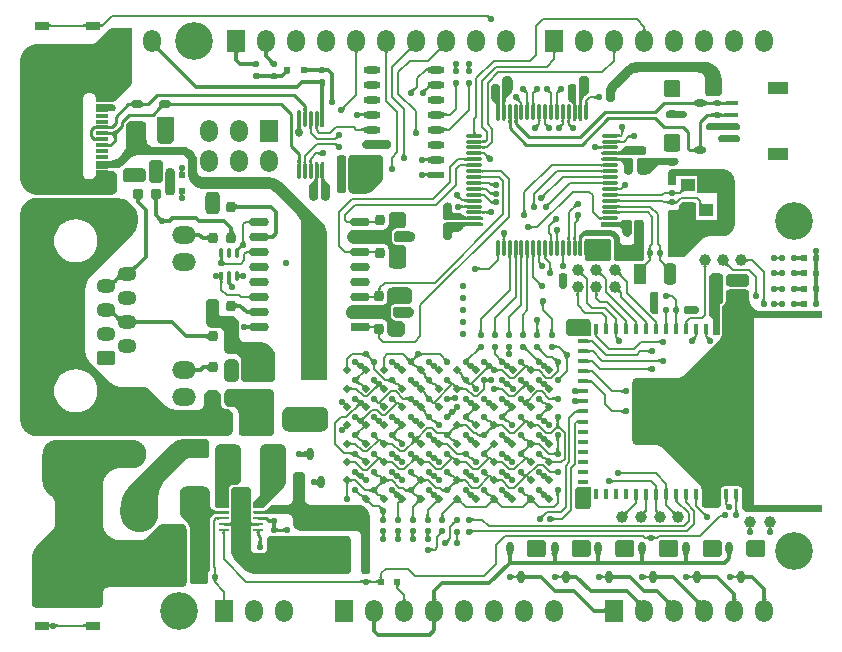
<source format=gtl>
G04*
G04 #@! TF.GenerationSoftware,Altium Limited,Altium Designer,23.7.1 (13)*
G04*
G04 Layer_Physical_Order=1*
G04 Layer_Color=10066431*
%FSLAX44Y44*%
%MOMM*%
G71*
G04*
G04 #@! TF.SameCoordinates,1C2F31F7-A32A-4C1B-961E-631C19F8B413*
G04*
G04*
G04 #@! TF.FilePolarity,Positive*
G04*
G01*
G75*
%ADD10C,0.2500*%
%ADD13C,0.2000*%
%ADD14C,0.2540*%
%ADD23C,1.0000*%
G04:AMPARAMS|DCode=24|XSize=1.2mm|YSize=0.65mm|CornerRadius=0.0325mm|HoleSize=0mm|Usage=FLASHONLY|Rotation=180.000|XOffset=0mm|YOffset=0mm|HoleType=Round|Shape=RoundedRectangle|*
%AMROUNDEDRECTD24*
21,1,1.2000,0.5850,0,0,180.0*
21,1,1.1350,0.6500,0,0,180.0*
1,1,0.0650,-0.5675,0.2925*
1,1,0.0650,0.5675,0.2925*
1,1,0.0650,0.5675,-0.2925*
1,1,0.0650,-0.5675,-0.2925*
%
%ADD24ROUNDEDRECTD24*%
G04:AMPARAMS|DCode=25|XSize=0.4mm|YSize=0.85mm|CornerRadius=0.08mm|HoleSize=0mm|Usage=FLASHONLY|Rotation=0.000|XOffset=0mm|YOffset=0mm|HoleType=Round|Shape=RoundedRectangle|*
%AMROUNDEDRECTD25*
21,1,0.4000,0.6900,0,0,0.0*
21,1,0.2400,0.8500,0,0,0.0*
1,1,0.1600,0.1200,-0.3450*
1,1,0.1600,-0.1200,-0.3450*
1,1,0.1600,-0.1200,0.3450*
1,1,0.1600,0.1200,0.3450*
%
%ADD25ROUNDEDRECTD25*%
G04:AMPARAMS|DCode=26|XSize=0.5mm|YSize=0.5mm|CornerRadius=0.125mm|HoleSize=0mm|Usage=FLASHONLY|Rotation=0.000|XOffset=0mm|YOffset=0mm|HoleType=Round|Shape=RoundedRectangle|*
%AMROUNDEDRECTD26*
21,1,0.5000,0.2500,0,0,0.0*
21,1,0.2500,0.5000,0,0,0.0*
1,1,0.2500,0.1250,-0.1250*
1,1,0.2500,-0.1250,-0.1250*
1,1,0.2500,-0.1250,0.1250*
1,1,0.2500,0.1250,0.1250*
%
%ADD26ROUNDEDRECTD26*%
%ADD27O,1.4500X0.6000*%
G04:AMPARAMS|DCode=28|XSize=0.8mm|YSize=0.9mm|CornerRadius=0.2mm|HoleSize=0mm|Usage=FLASHONLY|Rotation=90.000|XOffset=0mm|YOffset=0mm|HoleType=Round|Shape=RoundedRectangle|*
%AMROUNDEDRECTD28*
21,1,0.8000,0.5000,0,0,90.0*
21,1,0.4000,0.9000,0,0,90.0*
1,1,0.4000,0.2500,0.2000*
1,1,0.4000,0.2500,-0.2000*
1,1,0.4000,-0.2500,-0.2000*
1,1,0.4000,-0.2500,0.2000*
%
%ADD28ROUNDEDRECTD28*%
G04:AMPARAMS|DCode=29|XSize=0.8mm|YSize=0.9mm|CornerRadius=0.2mm|HoleSize=0mm|Usage=FLASHONLY|Rotation=0.000|XOffset=0mm|YOffset=0mm|HoleType=Round|Shape=RoundedRectangle|*
%AMROUNDEDRECTD29*
21,1,0.8000,0.5000,0,0,0.0*
21,1,0.4000,0.9000,0,0,0.0*
1,1,0.4000,0.2000,-0.2500*
1,1,0.4000,-0.2000,-0.2500*
1,1,0.4000,-0.2000,0.2500*
1,1,0.4000,0.2000,0.2500*
%
%ADD29ROUNDEDRECTD29*%
G04:AMPARAMS|DCode=30|XSize=0.6mm|YSize=1.08mm|CornerRadius=0.06mm|HoleSize=0mm|Usage=FLASHONLY|Rotation=270.000|XOffset=0mm|YOffset=0mm|HoleType=Round|Shape=RoundedRectangle|*
%AMROUNDEDRECTD30*
21,1,0.6000,0.9600,0,0,270.0*
21,1,0.4800,1.0800,0,0,270.0*
1,1,0.1200,-0.4800,-0.2400*
1,1,0.1200,-0.4800,0.2400*
1,1,0.1200,0.4800,0.2400*
1,1,0.1200,0.4800,-0.2400*
%
%ADD30ROUNDEDRECTD30*%
G04:AMPARAMS|DCode=31|XSize=0.3mm|YSize=1.08mm|CornerRadius=0.03mm|HoleSize=0mm|Usage=FLASHONLY|Rotation=90.000|XOffset=0mm|YOffset=0mm|HoleType=Round|Shape=RoundedRectangle|*
%AMROUNDEDRECTD31*
21,1,0.3000,1.0200,0,0,90.0*
21,1,0.2400,1.0800,0,0,90.0*
1,1,0.0600,0.5100,0.1200*
1,1,0.0600,0.5100,-0.1200*
1,1,0.0600,-0.5100,-0.1200*
1,1,0.0600,-0.5100,0.1200*
%
%ADD31ROUNDEDRECTD31*%
G04:AMPARAMS|DCode=32|XSize=0.5mm|YSize=0.5mm|CornerRadius=0.125mm|HoleSize=0mm|Usage=FLASHONLY|Rotation=90.000|XOffset=0mm|YOffset=0mm|HoleType=Round|Shape=RoundedRectangle|*
%AMROUNDEDRECTD32*
21,1,0.5000,0.2500,0,0,90.0*
21,1,0.2500,0.5000,0,0,90.0*
1,1,0.2500,0.1250,0.1250*
1,1,0.2500,0.1250,-0.1250*
1,1,0.2500,-0.1250,-0.1250*
1,1,0.2500,-0.1250,0.1250*
%
%ADD32ROUNDEDRECTD32*%
G04:AMPARAMS|DCode=33|XSize=1.4mm|YSize=1.8mm|CornerRadius=0.35mm|HoleSize=0mm|Usage=FLASHONLY|Rotation=90.000|XOffset=0mm|YOffset=0mm|HoleType=Round|Shape=RoundedRectangle|*
%AMROUNDEDRECTD33*
21,1,1.4000,1.1000,0,0,90.0*
21,1,0.7000,1.8000,0,0,90.0*
1,1,0.7000,0.5500,0.3500*
1,1,0.7000,0.5500,-0.3500*
1,1,0.7000,-0.5500,-0.3500*
1,1,0.7000,-0.5500,0.3500*
%
%ADD33ROUNDEDRECTD33*%
G04:AMPARAMS|DCode=34|XSize=0.5mm|YSize=0.5mm|CornerRadius=0.125mm|HoleSize=0mm|Usage=FLASHONLY|Rotation=45.000|XOffset=0mm|YOffset=0mm|HoleType=Round|Shape=RoundedRectangle|*
%AMROUNDEDRECTD34*
21,1,0.5000,0.2500,0,0,45.0*
21,1,0.2500,0.5000,0,0,45.0*
1,1,0.2500,0.1768,0.0000*
1,1,0.2500,0.0000,-0.1768*
1,1,0.2500,-0.1768,0.0000*
1,1,0.2500,0.0000,0.1768*
%
%ADD34ROUNDEDRECTD34*%
%ADD35P,0.7071X4X90.0*%
%ADD36O,0.6000X1.1000*%
%ADD37R,0.6000X1.1000*%
%ADD38R,0.3000X1.4500*%
%ADD39O,0.3000X1.4500*%
G04:AMPARAMS|DCode=40|XSize=1.4mm|YSize=1.8mm|CornerRadius=0.35mm|HoleSize=0mm|Usage=FLASHONLY|Rotation=180.000|XOffset=0mm|YOffset=0mm|HoleType=Round|Shape=RoundedRectangle|*
%AMROUNDEDRECTD40*
21,1,1.4000,1.1000,0,0,180.0*
21,1,0.7000,1.8000,0,0,180.0*
1,1,0.7000,-0.3500,0.5500*
1,1,0.7000,0.3500,0.5500*
1,1,0.7000,0.3500,-0.5500*
1,1,0.7000,-0.3500,-0.5500*
%
%ADD40ROUNDEDRECTD40*%
%ADD41R,0.5000X0.6000*%
%ADD42R,0.5000X0.5000*%
%ADD43R,1.7600X1.3000*%
%ADD44O,1.6500X0.7600*%
%ADD45R,1.6500X0.7600*%
%ADD46O,0.4000X0.8000*%
%ADD47R,0.4000X0.8000*%
%ADD48R,1.4500X0.6000*%
G04:AMPARAMS|DCode=49|XSize=0.9mm|YSize=0.8mm|CornerRadius=0.2mm|HoleSize=0mm|Usage=FLASHONLY|Rotation=90.000|XOffset=0mm|YOffset=0mm|HoleType=Round|Shape=RoundedRectangle|*
%AMROUNDEDRECTD49*
21,1,0.9000,0.4000,0,0,90.0*
21,1,0.5000,0.8000,0,0,90.0*
1,1,0.4000,0.2000,0.2500*
1,1,0.4000,0.2000,-0.2500*
1,1,0.4000,-0.2000,-0.2500*
1,1,0.4000,-0.2000,0.2500*
%
%ADD49ROUNDEDRECTD49*%
G04:AMPARAMS|DCode=50|XSize=1.3mm|YSize=1.3mm|CornerRadius=0.13mm|HoleSize=0mm|Usage=FLASHONLY|Rotation=180.000|XOffset=0mm|YOffset=0mm|HoleType=Round|Shape=RoundedRectangle|*
%AMROUNDEDRECTD50*
21,1,1.3000,1.0400,0,0,180.0*
21,1,1.0400,1.3000,0,0,180.0*
1,1,0.2600,-0.5200,0.5200*
1,1,0.2600,0.5200,0.5200*
1,1,0.2600,0.5200,-0.5200*
1,1,0.2600,-0.5200,-0.5200*
%
%ADD50ROUNDEDRECTD50*%
%ADD51R,0.4000X0.8500*%
%ADD52R,0.8500X0.8500*%
G04:AMPARAMS|DCode=53|XSize=0.4mm|YSize=0.85mm|CornerRadius=0.08mm|HoleSize=0mm|Usage=FLASHONLY|Rotation=90.000|XOffset=0mm|YOffset=0mm|HoleType=Round|Shape=RoundedRectangle|*
%AMROUNDEDRECTD53*
21,1,0.4000,0.6900,0,0,90.0*
21,1,0.2400,0.8500,0,0,90.0*
1,1,0.1600,0.3450,0.1200*
1,1,0.1600,0.3450,-0.1200*
1,1,0.1600,-0.3450,-0.1200*
1,1,0.1600,-0.3450,0.1200*
%
%ADD53ROUNDEDRECTD53*%
G04:AMPARAMS|DCode=54|XSize=1.2mm|YSize=1.4mm|CornerRadius=0.3mm|HoleSize=0mm|Usage=FLASHONLY|Rotation=0.000|XOffset=0mm|YOffset=0mm|HoleType=Round|Shape=RoundedRectangle|*
%AMROUNDEDRECTD54*
21,1,1.2000,0.8000,0,0,0.0*
21,1,0.6000,1.4000,0,0,0.0*
1,1,0.6000,0.3000,-0.4000*
1,1,0.6000,-0.3000,-0.4000*
1,1,0.6000,-0.3000,0.4000*
1,1,0.6000,0.3000,0.4000*
%
%ADD54ROUNDEDRECTD54*%
%ADD55O,1.1000X0.6000*%
%ADD56R,1.1000X0.6000*%
%ADD57R,1.0000X1.0500*%
G04:AMPARAMS|DCode=58|XSize=0.65mm|YSize=1mm|CornerRadius=0.1625mm|HoleSize=0mm|Usage=FLASHONLY|Rotation=270.000|XOffset=0mm|YOffset=0mm|HoleType=Round|Shape=RoundedRectangle|*
%AMROUNDEDRECTD58*
21,1,0.6500,0.6750,0,0,270.0*
21,1,0.3250,1.0000,0,0,270.0*
1,1,0.3250,-0.3375,-0.1625*
1,1,0.3250,-0.3375,0.1625*
1,1,0.3250,0.3375,0.1625*
1,1,0.3250,0.3375,-0.1625*
%
%ADD58ROUNDEDRECTD58*%
%ADD59O,1.4500X0.3000*%
%ADD60R,1.4500X0.3000*%
%ADD61R,1.2000X1.1000*%
G04:AMPARAMS|DCode=62|XSize=1mm|YSize=1.8mm|CornerRadius=0.25mm|HoleSize=0mm|Usage=FLASHONLY|Rotation=0.000|XOffset=0mm|YOffset=0mm|HoleType=Round|Shape=RoundedRectangle|*
%AMROUNDEDRECTD62*
21,1,1.0000,1.3000,0,0,0.0*
21,1,0.5000,1.8000,0,0,0.0*
1,1,0.5000,0.2500,-0.6500*
1,1,0.5000,-0.2500,-0.6500*
1,1,0.5000,-0.2500,0.6500*
1,1,0.5000,0.2500,0.6500*
%
%ADD62ROUNDEDRECTD62*%
%ADD63R,1.0000X1.8000*%
G04:AMPARAMS|DCode=64|XSize=1.1mm|YSize=0.4mm|CornerRadius=0.14mm|HoleSize=0mm|Usage=FLASHONLY|Rotation=180.000|XOffset=0mm|YOffset=0mm|HoleType=Round|Shape=RoundedRectangle|*
%AMROUNDEDRECTD64*
21,1,1.1000,0.1200,0,0,180.0*
21,1,0.8200,0.4000,0,0,180.0*
1,1,0.2800,-0.4100,0.0600*
1,1,0.2800,0.4100,0.0600*
1,1,0.2800,0.4100,-0.0600*
1,1,0.2800,-0.4100,-0.0600*
%
%ADD64ROUNDEDRECTD64*%
G04:AMPARAMS|DCode=65|XSize=1.7mm|YSize=1mm|CornerRadius=0.075mm|HoleSize=0mm|Usage=FLASHONLY|Rotation=180.000|XOffset=0mm|YOffset=0mm|HoleType=Round|Shape=RoundedRectangle|*
%AMROUNDEDRECTD65*
21,1,1.7000,0.8500,0,0,180.0*
21,1,1.5500,1.0000,0,0,180.0*
1,1,0.1500,-0.7750,0.4250*
1,1,0.1500,0.7750,0.4250*
1,1,0.1500,0.7750,-0.4250*
1,1,0.1500,-0.7750,-0.4250*
%
%ADD65ROUNDEDRECTD65*%
%ADD66R,1.1000X0.4000*%
%ADD135R,1.8000X2.3000*%
%ADD136O,0.8500X0.2500*%
%ADD137R,0.8500X0.2500*%
%ADD138R,1.7000X2.1500*%
%ADD139R,0.2100X1.0500*%
%ADD140C,0.3000*%
%ADD141C,0.4000*%
%ADD142R,1.5000X1.9000*%
%ADD143O,1.5000X1.9000*%
%ADD144O,3.5000X2.0000*%
%ADD145O,2.0000X1.5000*%
%ADD146O,1.6000X1.2500*%
G04:AMPARAMS|DCode=147|XSize=1.25mm|YSize=1.6mm|CornerRadius=0.3125mm|HoleSize=0mm|Usage=FLASHONLY|Rotation=90.000|XOffset=0mm|YOffset=0mm|HoleType=Round|Shape=RoundedRectangle|*
%AMROUNDEDRECTD147*
21,1,1.2500,0.9750,0,0,90.0*
21,1,0.6250,1.6000,0,0,90.0*
1,1,0.6250,0.4875,0.3125*
1,1,0.6250,0.4875,-0.3125*
1,1,0.6250,-0.4875,-0.3125*
1,1,0.6250,-0.4875,0.3125*
%
%ADD147ROUNDEDRECTD147*%
%ADD148O,2.0000X1.1000*%
%ADD149O,2.3000X1.1000*%
%ADD150O,2.0000X3.6000*%
%ADD151C,2.7000*%
%ADD152O,3.6000X2.0000*%
%ADD153C,3.2000*%
%ADD154C,0.5500*%
G36*
X901944Y1029053D02*
X902357Y1028706D01*
X902474Y1028628D01*
X902581Y1028569D01*
X902678Y1028530D01*
X902765Y1028509D01*
X902841Y1028507D01*
X902907Y1028524D01*
X901300Y1026523D01*
X901301Y1026587D01*
X901281Y1026665D01*
X901240Y1026757D01*
X901178Y1026863D01*
X901096Y1026983D01*
X900992Y1027117D01*
X900723Y1027427D01*
X900371Y1027793D01*
X901786Y1029207D01*
X901944Y1029053D01*
D02*
G37*
G36*
X572484Y1022560D02*
X572545Y1022390D01*
X572646Y1022240D01*
X572788Y1022110D01*
X572971Y1022000D01*
X573194Y1021910D01*
X573458Y1021840D01*
X573763Y1021790D01*
X574108Y1021760D01*
X574494Y1021750D01*
Y1019750D01*
X574108Y1019740D01*
X573763Y1019710D01*
X573458Y1019660D01*
X573194Y1019590D01*
X572971Y1019500D01*
X572788Y1019390D01*
X572646Y1019260D01*
X572545Y1019110D01*
X572484Y1018940D01*
X572463Y1018750D01*
Y1022750D01*
X572484Y1022560D01*
D02*
G37*
G36*
X560537Y1018750D02*
X560516Y1018940D01*
X560456Y1019110D01*
X560354Y1019260D01*
X560212Y1019390D01*
X560029Y1019500D01*
X559806Y1019590D01*
X559542Y1019660D01*
X559237Y1019710D01*
X558892Y1019740D01*
X558506Y1019750D01*
Y1021750D01*
X558892Y1021760D01*
X559237Y1021790D01*
X559542Y1021840D01*
X559806Y1021910D01*
X560029Y1022000D01*
X560212Y1022110D01*
X560354Y1022240D01*
X560456Y1022390D01*
X560516Y1022560D01*
X560537Y1022750D01*
Y1018750D01*
D02*
G37*
G36*
X529484Y1022560D02*
X529544Y1022390D01*
X529646Y1022240D01*
X529788Y1022110D01*
X529971Y1022000D01*
X530194Y1021910D01*
X530458Y1021840D01*
X530763Y1021790D01*
X531108Y1021760D01*
X531494Y1021750D01*
Y1019750D01*
X531108Y1019740D01*
X530763Y1019710D01*
X530458Y1019660D01*
X530194Y1019590D01*
X529971Y1019500D01*
X529788Y1019390D01*
X529646Y1019260D01*
X529544Y1019110D01*
X529484Y1018940D01*
X529463Y1018750D01*
Y1022750D01*
X529484Y1022560D01*
D02*
G37*
G36*
X600000Y975000D02*
X600000Y975000D01*
X600000Y974810D01*
X599985Y974431D01*
X599955Y974053D01*
X599911Y973677D01*
X599851Y973302D01*
X599777Y972930D01*
X599689Y972561D01*
X599586Y972196D01*
X599469Y971835D01*
X599337Y971480D01*
X599192Y971129D01*
X599034Y970785D01*
X598861Y970447D01*
X598676Y970116D01*
X598478Y969793D01*
X598267Y969477D01*
X598044Y969170D01*
X597809Y968873D01*
X597563Y968584D01*
X597306Y968306D01*
X587500Y958500D01*
X587500Y958500D01*
X587381Y958381D01*
X587135Y958154D01*
X586880Y957936D01*
X586617Y957729D01*
X586346Y957532D01*
X586067Y957345D01*
X585781Y957170D01*
X585489Y957006D01*
X585190Y956854D01*
X584886Y956714D01*
X584576Y956586D01*
X584262Y956469D01*
X583943Y956366D01*
X583620Y956275D01*
X583294Y956197D01*
X582965Y956131D01*
X582634Y956079D01*
X582301Y956039D01*
X581967Y956013D01*
X581632Y956000D01*
X579311D01*
X579300Y956000D01*
X569700D01*
X569000Y956982D01*
X569000Y959000D01*
X569000Y959000D01*
X569000Y959000D01*
X569000Y959007D01*
X568997Y959147D01*
X568978Y959439D01*
X568978Y959441D01*
X568940Y959732D01*
X568940Y959733D01*
X568882Y960021D01*
X568882Y960022D01*
X568806Y960306D01*
X568712Y960585D01*
X568599Y960857D01*
X568469Y961121D01*
X568321Y961376D01*
X568158Y961621D01*
X567979Y961855D01*
X567784Y962076D01*
X567576Y962284D01*
X567355Y962478D01*
X567121Y962658D01*
X566876Y962821D01*
X566621Y962969D01*
X566357Y963099D01*
X566085Y963212D01*
X565806Y963306D01*
X565522Y963382D01*
X565233Y963440D01*
X564941Y963478D01*
X564647Y963498D01*
X564500Y963500D01*
X563000Y963500D01*
X563000Y963500D01*
X562853Y963497D01*
X562559Y963478D01*
X562267Y963440D01*
X561978Y963382D01*
X561693Y963306D01*
X561415Y963211D01*
X561143Y963099D01*
X560879Y962968D01*
X560624Y962821D01*
X560379Y962658D01*
X560145Y962478D01*
X559924Y962284D01*
X559715Y962076D01*
X559521Y961855D01*
X559342Y961621D01*
X559179Y961376D01*
X559031Y961121D01*
X558901Y960857D01*
X558788Y960585D01*
X558694Y960306D01*
X558618Y960022D01*
X558560Y959733D01*
X558522Y959441D01*
X558502Y959147D01*
X558500Y959000D01*
Y895000D01*
X558502Y894853D01*
X558522Y894559D01*
X558560Y894267D01*
X558618Y893978D01*
X558694Y893693D01*
X558788Y893415D01*
X558901Y893143D01*
X559031Y892878D01*
X559179Y892624D01*
X559342Y892379D01*
X559521Y892145D01*
X559716Y891924D01*
X559924Y891715D01*
X560145Y891521D01*
X560379Y891342D01*
X560624Y891178D01*
X560879Y891031D01*
X561143Y890901D01*
X561415Y890788D01*
X561694Y890694D01*
X561978Y890618D01*
X562267Y890560D01*
X562559Y890522D01*
X562853Y890502D01*
X563000Y890500D01*
X564500D01*
X564647Y890502D01*
X564941Y890522D01*
X565233Y890560D01*
X565522Y890618D01*
X565806Y890694D01*
X566085Y890788D01*
X566357Y890901D01*
X566621Y891031D01*
X566876Y891179D01*
X567121Y891342D01*
X567355Y891521D01*
X567576Y891715D01*
X567784Y891924D01*
X567979Y892145D01*
X568158Y892379D01*
X568321Y892624D01*
X568469Y892879D01*
X568599Y893143D01*
X568712Y893415D01*
X568806Y893694D01*
X568882Y893978D01*
X568940Y894267D01*
X568978Y894559D01*
X568997Y894853D01*
X569000Y895000D01*
X569000Y897018D01*
X569700Y898000D01*
X579300D01*
X579311Y898000D01*
X579541D01*
X579556Y898000D01*
X582000D01*
X582000Y898000D01*
X582000Y898000D01*
X582004Y897999D01*
X583167Y897875D01*
X583374Y897828D01*
X583671Y897742D01*
X583962Y897640D01*
X584247Y897522D01*
X584525Y897388D01*
X584795Y897239D01*
X585057Y897075D01*
X585308Y896896D01*
X585550Y896704D01*
X585780Y896498D01*
X585998Y896280D01*
X586204Y896050D01*
X586396Y895808D01*
X586575Y895557D01*
X586739Y895295D01*
X586888Y895025D01*
X587022Y894747D01*
X587140Y894462D01*
X587242Y894171D01*
X587328Y893874D01*
X587396Y893573D01*
X587448Y893269D01*
X587483Y892962D01*
X587500Y892654D01*
X587500Y892500D01*
X587500Y882846D01*
X587483Y882538D01*
X587448Y882231D01*
X587396Y881927D01*
X587328Y881626D01*
X587242Y881329D01*
X587140Y881038D01*
X587022Y880753D01*
X586888Y880475D01*
X586739Y880204D01*
X586575Y879943D01*
X586396Y879691D01*
X586204Y879450D01*
X585998Y879220D01*
X585780Y879002D01*
X585550Y878796D01*
X585308Y878604D01*
X585057Y878425D01*
X584795Y878261D01*
X584525Y878112D01*
X584247Y877978D01*
X583962Y877860D01*
X583671Y877758D01*
X583374Y877672D01*
X583073Y877604D01*
X582769Y877552D01*
X582462Y877517D01*
X582154Y877500D01*
X520000D01*
X519732Y877500D01*
X519197Y877519D01*
X518663Y877557D01*
X518130Y877615D01*
X517600Y877691D01*
X517073Y877786D01*
X516550Y877900D01*
X516031Y878032D01*
X515517Y878183D01*
X515009Y878352D01*
X514507Y878539D01*
X514012Y878744D01*
X513525Y878967D01*
X513046Y879206D01*
X512576Y879463D01*
X512115Y879736D01*
X511665Y880026D01*
X511225Y880331D01*
X510796Y880652D01*
X510379Y880988D01*
X509975Y881339D01*
X509582Y881704D01*
X509204Y882083D01*
X508839Y882475D01*
X508488Y882879D01*
X508152Y883296D01*
X507831Y883725D01*
X507526Y884165D01*
X507236Y884616D01*
X506963Y885076D01*
X506706Y885546D01*
X506467Y886025D01*
X506244Y886512D01*
X506039Y887007D01*
X505852Y887509D01*
X505683Y888017D01*
X505532Y888531D01*
X505400Y889050D01*
X505286Y889573D01*
X505191Y890100D01*
X505115Y890630D01*
X505057Y891163D01*
X505019Y891697D01*
X505000Y892232D01*
X505000Y892500D01*
Y990000D01*
X505000Y990268D01*
X505019Y990803D01*
X505057Y991337D01*
X505114Y991870D01*
X505191Y992400D01*
X505286Y992927D01*
X505399Y993450D01*
X505532Y993969D01*
X505683Y994483D01*
X505852Y994991D01*
X506039Y995493D01*
X506244Y995988D01*
X506466Y996475D01*
X506706Y996954D01*
X506963Y997424D01*
X507236Y997885D01*
X507525Y998335D01*
X507831Y998775D01*
X508152Y999204D01*
X508488Y999621D01*
X508839Y1000025D01*
X509204Y1000417D01*
X509582Y1000796D01*
X509974Y1001161D01*
X510379Y1001512D01*
X510796Y1001848D01*
X511225Y1002169D01*
X511665Y1002474D01*
X512115Y1002764D01*
X512576Y1003037D01*
X513046Y1003294D01*
X513525Y1003534D01*
X514012Y1003756D01*
X514507Y1003961D01*
X515009Y1004148D01*
X515517Y1004317D01*
X516031Y1004468D01*
X516550Y1004601D01*
X517073Y1004714D01*
X517600Y1004809D01*
X518130Y1004885D01*
X518663Y1004943D01*
X519197Y1004981D01*
X519732Y1005000D01*
X520000Y1005000D01*
X563801Y1005000D01*
X565000Y1005000D01*
X565001Y1005000D01*
X565148Y1005002D01*
X565440Y1005016D01*
X565444Y1005016D01*
X565737Y1005045D01*
X565739Y1005045D01*
X566031Y1005089D01*
X566032Y1005089D01*
X566322Y1005146D01*
X566610Y1005218D01*
X566893Y1005304D01*
X567172Y1005404D01*
X567446Y1005518D01*
X567714Y1005644D01*
X567975Y1005784D01*
X568229Y1005936D01*
X568475Y1006101D01*
X568713Y1006277D01*
X568942Y1006465D01*
X569162Y1006664D01*
X569268Y1006768D01*
X578879Y1016378D01*
X578879Y1016378D01*
X578879Y1016378D01*
X578881Y1016380D01*
X579772Y1017139D01*
X579828Y1017181D01*
X580124Y1017378D01*
X580429Y1017561D01*
X580742Y1017729D01*
X581064Y1017881D01*
X581392Y1018017D01*
X581727Y1018137D01*
X582067Y1018240D01*
X582412Y1018326D01*
X582761Y1018396D01*
X583113Y1018448D01*
X583467Y1018483D01*
X583822Y1018500D01*
X584000Y1018500D01*
X600000Y1018500D01*
Y975000D01*
D02*
G37*
G36*
X1034410Y1018982D02*
X1034440Y1018602D01*
X1034489Y1018266D01*
X1034559Y1017975D01*
X1034648Y1017729D01*
X1034757Y1017528D01*
X1034886Y1017371D01*
X1035034Y1017259D01*
X1035203Y1017192D01*
X1035391Y1017170D01*
X1031409D01*
X1031597Y1017192D01*
X1031766Y1017259D01*
X1031914Y1017371D01*
X1032043Y1017528D01*
X1032152Y1017729D01*
X1032241Y1017975D01*
X1032311Y1018266D01*
X1032360Y1018602D01*
X1032390Y1018982D01*
X1032400Y1019407D01*
X1034400D01*
X1034410Y1018982D01*
D02*
G37*
G36*
X836698Y999522D02*
X836549Y999640D01*
X836383Y999711D01*
X836198Y999737D01*
X835996Y999718D01*
X835777Y999652D01*
X835540Y999541D01*
X835285Y999385D01*
X835013Y999183D01*
X834723Y998935D01*
X834415Y998641D01*
X833001Y1000055D01*
X833295Y1000363D01*
X833542Y1000653D01*
X833745Y1000925D01*
X833901Y1001180D01*
X834012Y1001417D01*
X834078Y1001637D01*
X834097Y1001838D01*
X834071Y1002023D01*
X834000Y1002189D01*
X833882Y1002338D01*
X836698Y999522D01*
D02*
G37*
G36*
X862098Y999522D02*
X861949Y999640D01*
X861783Y999711D01*
X861598Y999737D01*
X861396Y999718D01*
X861177Y999652D01*
X860940Y999541D01*
X860685Y999385D01*
X860413Y999183D01*
X860123Y998935D01*
X859815Y998641D01*
X858401Y1000055D01*
X858695Y1000363D01*
X858942Y1000653D01*
X859145Y1000925D01*
X859301Y1001180D01*
X859412Y1001417D01*
X859478Y1001637D01*
X859497Y1001838D01*
X859471Y1002023D01*
X859400Y1002189D01*
X859282Y1002338D01*
X862098Y999522D01*
D02*
G37*
G36*
X623612Y1003051D02*
X623508Y1002798D01*
X623475Y1002516D01*
X623512Y1002206D01*
X623620Y1001867D01*
X623799Y1001499D01*
X624048Y1001103D01*
X624368Y1000678D01*
X624758Y1000224D01*
X625220Y999742D01*
X623098Y997620D01*
X622616Y998082D01*
X621738Y998792D01*
X621341Y999041D01*
X620974Y999220D01*
X620634Y999328D01*
X620324Y999365D01*
X620042Y999332D01*
X619789Y999228D01*
X619565Y999053D01*
X623787Y1003275D01*
X623612Y1003051D01*
D02*
G37*
G36*
X1009803Y998808D02*
X1009634Y998741D01*
X1009486Y998629D01*
X1009357Y998472D01*
X1009248Y998271D01*
X1009159Y998025D01*
X1009089Y997734D01*
X1009040Y997398D01*
X1009010Y997018D01*
X1009000Y996593D01*
X1007000D01*
X1006990Y997018D01*
X1006960Y997398D01*
X1006911Y997734D01*
X1006841Y998025D01*
X1006752Y998271D01*
X1006643Y998472D01*
X1006514Y998629D01*
X1006366Y998741D01*
X1006197Y998808D01*
X1006009Y998830D01*
X1009991D01*
X1009803Y998808D01*
D02*
G37*
G36*
X816763Y998808D02*
X816594Y998741D01*
X816446Y998629D01*
X816317Y998472D01*
X816208Y998271D01*
X816119Y998025D01*
X816049Y997734D01*
X816000Y997398D01*
X815970Y997018D01*
X815960Y996593D01*
X813960D01*
X813950Y997018D01*
X813920Y997398D01*
X813871Y997734D01*
X813801Y998025D01*
X813712Y998271D01*
X813603Y998472D01*
X813474Y998629D01*
X813326Y998741D01*
X813157Y998808D01*
X812969Y998830D01*
X816951D01*
X816763Y998808D01*
D02*
G37*
G36*
X791363D02*
X791194Y998741D01*
X791046Y998629D01*
X790917Y998472D01*
X790808Y998271D01*
X790719Y998025D01*
X790649Y997734D01*
X790600Y997398D01*
X790570Y997018D01*
X790560Y996593D01*
X788560D01*
X788550Y997018D01*
X788520Y997398D01*
X788471Y997734D01*
X788401Y998025D01*
X788312Y998271D01*
X788203Y998472D01*
X788074Y998629D01*
X787926Y998741D01*
X787757Y998808D01*
X787569Y998830D01*
X791551D01*
X791363Y998808D01*
D02*
G37*
G36*
X959010Y998511D02*
X958840Y998450D01*
X958690Y998351D01*
X958560Y998211D01*
X958450Y998030D01*
X958360Y997811D01*
X958290Y997551D01*
X958240Y997251D01*
X958210Y996910D01*
X958200Y996531D01*
X956200D01*
X956190Y996910D01*
X956160Y997251D01*
X956110Y997551D01*
X956040Y997811D01*
X955950Y998030D01*
X955840Y998211D01*
X955710Y998351D01*
X955560Y998450D01*
X955390Y998511D01*
X955200Y998531D01*
X959200D01*
X959010Y998511D01*
D02*
G37*
G36*
X716063Y999126D02*
X715811Y999020D01*
X715588Y998845D01*
X715395Y998599D01*
X715231Y998283D01*
X715098Y997897D01*
X714994Y997440D01*
X714919Y996914D01*
X714875Y996317D01*
X714860Y995649D01*
X711860D01*
X711845Y996317D01*
X711726Y997440D01*
X711622Y997897D01*
X711488Y998283D01*
X711325Y998599D01*
X711132Y998845D01*
X710909Y999020D01*
X710657Y999126D01*
X710374Y999161D01*
X716346D01*
X716063Y999126D01*
D02*
G37*
G36*
X690675Y998501D02*
X690420Y998410D01*
X690195Y998260D01*
X690000Y998051D01*
X689835Y997781D01*
X689700Y997450D01*
X689595Y997060D01*
X689520Y996610D01*
X689475Y996100D01*
X689460Y995530D01*
X686460D01*
X686445Y996100D01*
X686400Y996610D01*
X686325Y997060D01*
X686220Y997450D01*
X686085Y997781D01*
X685920Y998051D01*
X685725Y998260D01*
X685500Y998410D01*
X685245Y998501D01*
X684960Y998531D01*
X690960D01*
X690675Y998501D01*
D02*
G37*
G36*
X1084000Y990000D02*
X1084268Y990000D01*
X1084803Y989981D01*
X1085337Y989943D01*
X1085870Y989885D01*
X1086400Y989809D01*
X1086927Y989714D01*
X1087450Y989600D01*
X1087969Y989468D01*
X1088483Y989317D01*
X1088991Y989148D01*
X1089493Y988961D01*
X1089988Y988756D01*
X1090475Y988533D01*
X1090954Y988294D01*
X1091424Y988037D01*
X1091884Y987764D01*
X1092335Y987474D01*
X1092775Y987169D01*
X1093204Y986848D01*
X1093621Y986512D01*
X1094025Y986161D01*
X1094417Y985796D01*
X1094796Y985417D01*
X1095161Y985025D01*
X1095512Y984621D01*
X1095848Y984204D01*
X1096169Y983775D01*
X1096474Y983335D01*
X1096764Y982884D01*
X1097037Y982424D01*
X1097294Y981954D01*
X1097533Y981475D01*
X1097756Y980988D01*
X1097961Y980493D01*
X1098148Y979991D01*
X1098317Y979483D01*
X1098468Y978969D01*
X1098600Y978450D01*
X1098714Y977927D01*
X1098809Y977400D01*
X1098885Y976870D01*
X1098943Y976337D01*
X1098954Y976173D01*
X1099000Y975005D01*
X1099000Y975000D01*
X1099000Y975000D01*
X1099000Y975000D01*
X1099000Y964000D01*
X1099000Y963882D01*
X1098982Y963647D01*
X1098945Y963414D01*
X1098890Y963185D01*
X1098817Y962961D01*
X1098727Y962743D01*
X1098620Y962533D01*
X1098497Y962332D01*
X1098358Y962141D01*
X1098205Y961962D01*
X1098038Y961795D01*
X1097859Y961642D01*
X1097668Y961503D01*
X1097467Y961380D01*
X1097257Y961273D01*
X1097171Y961238D01*
X1096000Y961000D01*
Y961000D01*
X1088000Y961000D01*
X1087882Y961000D01*
X1087647Y961018D01*
X1087414Y961055D01*
X1087185Y961110D01*
X1086961Y961183D01*
X1086743Y961273D01*
X1086533Y961380D01*
X1086332Y961504D01*
X1086141Y961642D01*
X1085962Y961795D01*
X1085795Y961962D01*
X1085642Y962141D01*
X1085503Y962332D01*
X1085380Y962533D01*
X1085273Y962743D01*
X1085183Y962961D01*
X1085110Y963185D01*
X1085055Y963414D01*
X1085018Y963647D01*
X1085000Y963882D01*
X1085000Y964000D01*
X1085000Y975000D01*
X1084998Y975168D01*
X1084979Y975504D01*
X1084941Y975839D01*
X1084885Y976171D01*
X1084810Y976499D01*
X1084717Y976822D01*
X1084606Y977140D01*
X1084477Y977451D01*
X1084331Y977754D01*
X1084168Y978048D01*
X1083989Y978334D01*
X1083794Y978608D01*
X1083584Y978871D01*
X1083360Y979122D01*
X1083122Y979360D01*
X1082871Y979584D01*
X1082608Y979794D01*
X1082334Y979989D01*
X1082048Y980168D01*
X1081754Y980331D01*
X1081451Y980477D01*
X1081140Y980606D01*
X1080822Y980717D01*
X1080499Y980810D01*
X1080171Y980885D01*
X1079839Y980941D01*
X1079838Y980941D01*
X1079504Y980979D01*
X1079502Y980979D01*
X1079168Y980998D01*
X1079003Y981000D01*
X1079000Y981000D01*
X1079000Y981000D01*
X1079000Y981000D01*
X1028000Y981000D01*
X1027810Y980998D01*
X1027431Y980983D01*
X1027053Y980954D01*
X1026677Y980909D01*
X1026302Y980850D01*
X1025930Y980776D01*
X1025562Y980687D01*
X1025197Y980584D01*
X1024836Y980467D01*
X1024480Y980336D01*
X1024130Y980191D01*
X1023785Y980032D01*
X1023448Y979860D01*
X1023117Y979675D01*
X1022794Y979476D01*
X1022478Y979266D01*
X1022171Y979043D01*
X1021874Y978808D01*
X1021873Y978807D01*
X1021585Y978562D01*
X1021583Y978560D01*
X1021307Y978304D01*
X1021172Y978172D01*
X1021171Y978172D01*
X1021171Y978171D01*
X1011121Y968121D01*
X1010997Y967994D01*
X1010758Y967731D01*
X1010533Y967456D01*
X1010321Y967170D01*
X1010124Y966875D01*
X1009941Y966570D01*
X1009773Y966256D01*
X1009621Y965935D01*
X1009485Y965607D01*
X1009365Y965272D01*
X1009262Y964932D01*
X1009176Y964587D01*
X1009107Y964238D01*
X1009054Y963886D01*
X1009054Y963886D01*
X1009019Y963533D01*
X1009019Y963531D01*
X1009002Y963178D01*
X1009000Y963000D01*
X1009000Y963000D01*
X1009000Y963000D01*
X1009000Y960000D01*
X1009000Y959869D01*
X1008983Y959608D01*
X1008949Y959348D01*
X1008898Y959091D01*
X1008830Y958838D01*
X1008746Y958590D01*
X1008645Y958348D01*
X1008530Y958113D01*
X1008399Y957887D01*
X1008253Y957669D01*
X1008094Y957461D01*
X1007921Y957264D01*
X1007736Y957079D01*
X1007539Y956906D01*
X1007331Y956747D01*
X1007113Y956601D01*
X1006887Y956470D01*
X1006652Y956354D01*
X1006410Y956254D01*
X1006162Y956170D01*
X1005909Y956102D01*
X1005652Y956051D01*
X1005392Y956017D01*
X1005131Y956000D01*
X1005000Y956000D01*
X1004869Y956000D01*
X1004608Y956017D01*
X1004348Y956051D01*
X1004091Y956102D01*
X1003838Y956170D01*
X1003590Y956254D01*
X1003348Y956354D01*
X1003113Y956470D01*
X1002887Y956601D01*
X1002669Y956747D01*
X1002461Y956906D01*
X1002264Y957079D01*
X1002079Y957264D01*
X1001906Y957461D01*
X1001747Y957669D01*
X1001601Y957886D01*
X1001470Y958113D01*
X1001355Y958348D01*
X1001254Y958590D01*
X1001170Y958838D01*
X1001102Y959091D01*
X1001051Y959348D01*
X1001017Y959607D01*
X1001000Y959869D01*
Y965190D01*
X1001015Y965568D01*
X1001045Y965947D01*
X1001089Y966323D01*
X1001149Y966698D01*
X1001223Y967070D01*
X1001311Y967439D01*
X1001414Y967804D01*
X1001531Y968164D01*
X1001663Y968520D01*
X1001808Y968871D01*
X1001966Y969215D01*
X1002139Y969553D01*
X1002324Y969884D01*
X1002522Y970207D01*
X1002733Y970523D01*
X1002956Y970829D01*
X1003191Y971127D01*
X1003437Y971416D01*
X1003694Y971694D01*
X1003828Y971828D01*
X1003828Y971828D01*
X1017757Y985757D01*
X1017925Y985925D01*
X1018271Y986249D01*
X1018627Y986562D01*
X1018994Y986862D01*
X1019370Y987151D01*
X1019755Y987427D01*
X1020150Y987691D01*
X1020552Y987941D01*
X1020963Y988178D01*
X1021381Y988401D01*
X1021806Y988611D01*
X1022238Y988807D01*
X1022676Y988988D01*
X1023119Y989155D01*
X1023568Y989307D01*
X1024022Y989445D01*
X1024480Y989568D01*
X1024942Y989675D01*
X1025406Y989768D01*
X1025874Y989845D01*
X1026344Y989907D01*
X1026816Y989953D01*
X1027289Y989984D01*
X1027763Y990000D01*
X1028000Y990000D01*
X1028000Y990000D01*
X1084000Y990000D01*
D02*
G37*
G36*
X717858Y992283D02*
X718225Y991976D01*
X718608Y991693D01*
X719007Y991435D01*
X719421Y991201D01*
X719850Y990992D01*
X720296Y990807D01*
X720757Y990647D01*
X721234Y990510D01*
X721726Y990399D01*
X717601Y986274D01*
X717489Y986767D01*
X717353Y987243D01*
X717193Y987704D01*
X717008Y988150D01*
X716799Y988579D01*
X716565Y988993D01*
X716307Y989392D01*
X716024Y989775D01*
X715717Y990142D01*
X715385Y990493D01*
X717507Y992615D01*
X717858Y992283D01*
D02*
G37*
G36*
X703274Y985601D02*
X702995Y985772D01*
X702695Y985925D01*
X702375Y986060D01*
X702034Y986176D01*
X701672Y986275D01*
X701290Y986356D01*
X700888Y986419D01*
X700021Y986491D01*
X699556Y986500D01*
Y989500D01*
X700021Y989509D01*
X700888Y989581D01*
X701290Y989644D01*
X701672Y989725D01*
X702034Y989824D01*
X702375Y989940D01*
X702695Y990075D01*
X702995Y990228D01*
X703274Y990399D01*
Y985601D01*
D02*
G37*
G36*
X886010Y986056D02*
X886011Y986036D01*
X886925D01*
X886749Y985851D01*
X886592Y985656D01*
X886453Y985453D01*
X886333Y985241D01*
X886231Y985021D01*
X886193Y984916D01*
X886246Y984766D01*
X886354Y984559D01*
X886482Y984398D01*
X886629Y984282D01*
X886796Y984213D01*
X886983Y984190D01*
X886024D01*
X886009Y984052D01*
X886000Y983788D01*
X884000D01*
X883991Y984052D01*
X883976Y984190D01*
X883017D01*
X883204Y984213D01*
X883371Y984282D01*
X883518Y984398D01*
X883646Y984559D01*
X883754Y984766D01*
X883807Y984916D01*
X883769Y985021D01*
X883667Y985241D01*
X883547Y985453D01*
X883408Y985656D01*
X883251Y985851D01*
X883075Y986036D01*
X883989D01*
X883990Y986056D01*
X884000Y986493D01*
X886000D01*
X886010Y986056D01*
D02*
G37*
G36*
X875010Y986056D02*
X875011Y986036D01*
X875925D01*
X875749Y985850D01*
X875592Y985656D01*
X875453Y985453D01*
X875333Y985241D01*
X875231Y985021D01*
X875193Y984916D01*
X875246Y984766D01*
X875354Y984559D01*
X875482Y984398D01*
X875629Y984282D01*
X875796Y984213D01*
X875983Y984190D01*
X875024D01*
X875009Y984052D01*
X875000Y983788D01*
X873000D01*
X872991Y984052D01*
X872976Y984190D01*
X872017D01*
X872204Y984213D01*
X872371Y984282D01*
X872518Y984398D01*
X872646Y984559D01*
X872754Y984766D01*
X872807Y984916D01*
X872769Y985021D01*
X872667Y985241D01*
X872547Y985453D01*
X872408Y985656D01*
X872251Y985850D01*
X872075Y986036D01*
X872989D01*
X872990Y986056D01*
X873000Y986493D01*
X875000D01*
X875010Y986056D01*
D02*
G37*
G36*
X850474Y981914D02*
X850454Y982016D01*
X850393Y982107D01*
X850292Y982187D01*
X850150Y982257D01*
X849968Y982316D01*
X849745Y982364D01*
X849482Y982402D01*
X849179Y982429D01*
X848450Y982450D01*
Y984450D01*
X848835Y984455D01*
X849745Y984536D01*
X849968Y984584D01*
X850150Y984643D01*
X850292Y984713D01*
X850393Y984793D01*
X850454Y984884D01*
X850474Y984986D01*
Y981914D01*
D02*
G37*
G36*
X763234Y985010D02*
X763379Y984903D01*
X763564Y984808D01*
X763790Y984726D01*
X764057Y984657D01*
X764364Y984601D01*
X764713Y984557D01*
X765530Y984506D01*
X766000Y984500D01*
Y981500D01*
X765530Y981494D01*
X764364Y981399D01*
X764057Y981343D01*
X763790Y981273D01*
X763564Y981192D01*
X763379Y981097D01*
X763234Y980990D01*
X763129Y980871D01*
Y985129D01*
X763234Y985010D01*
D02*
G37*
G36*
X759274Y980601D02*
X758995Y980772D01*
X758695Y980925D01*
X758375Y981060D01*
X758034Y981176D01*
X757672Y981275D01*
X757290Y981356D01*
X756888Y981419D01*
X756021Y981491D01*
X755556Y981500D01*
Y984500D01*
X756021Y984509D01*
X756888Y984581D01*
X757290Y984644D01*
X757672Y984725D01*
X758034Y984824D01*
X758375Y984940D01*
X758695Y985075D01*
X758995Y985228D01*
X759274Y985399D01*
Y980601D01*
D02*
G37*
G36*
X747499Y985690D02*
X747589Y985441D01*
X747740Y985220D01*
X747950Y985029D01*
X748220Y984867D01*
X748550Y984735D01*
X748940Y984632D01*
X749389Y984559D01*
X749900Y984515D01*
X750470Y984500D01*
Y981500D01*
X749900Y981485D01*
X749389Y981441D01*
X748940Y981368D01*
X748550Y981265D01*
X748220Y981133D01*
X747950Y980971D01*
X747740Y980780D01*
X747589Y980559D01*
X747499Y980310D01*
X747469Y980031D01*
Y985969D01*
X747499Y985690D01*
D02*
G37*
G36*
X732591Y980031D02*
X732376Y980184D01*
X732119Y980256D01*
X731819Y980247D01*
X731476Y980157D01*
X731091Y979985D01*
X730664Y979732D01*
X730194Y979398D01*
X729682Y978983D01*
X728531Y977909D01*
X726409Y980031D01*
X726987Y980628D01*
X727898Y981694D01*
X728232Y982164D01*
X728485Y982591D01*
X728657Y982976D01*
X728747Y983319D01*
X728756Y983619D01*
X728684Y983876D01*
X728531Y984091D01*
X732591Y980031D01*
D02*
G37*
G36*
X722005Y980228D02*
X722305Y980075D01*
X722625Y979940D01*
X722966Y979824D01*
X723328Y979725D01*
X723710Y979644D01*
X724112Y979581D01*
X724979Y979509D01*
X725444Y979500D01*
Y976500D01*
X724979Y976491D01*
X724112Y976419D01*
X723710Y976356D01*
X723328Y976275D01*
X722966Y976176D01*
X722625Y976060D01*
X722305Y975925D01*
X722005Y975772D01*
X721726Y975601D01*
Y980399D01*
X722005Y980228D01*
D02*
G37*
G36*
X718274Y975601D02*
X717995Y975772D01*
X717695Y975925D01*
X717375Y976060D01*
X717034Y976176D01*
X716672Y976275D01*
X716290Y976356D01*
X715888Y976419D01*
X715021Y976491D01*
X714556Y976500D01*
Y979500D01*
X715021Y979509D01*
X715888Y979581D01*
X716290Y979644D01*
X716672Y979725D01*
X717034Y979824D01*
X717375Y979940D01*
X717695Y980075D01*
X717995Y980228D01*
X718274Y980399D01*
Y975601D01*
D02*
G37*
G36*
X707005Y980228D02*
X707305Y980075D01*
X707625Y979940D01*
X707966Y979824D01*
X708328Y979725D01*
X708710Y979644D01*
X709112Y979581D01*
X709979Y979509D01*
X710444Y979500D01*
Y976500D01*
X709979Y976491D01*
X709112Y976419D01*
X708710Y976356D01*
X708328Y976275D01*
X707966Y976176D01*
X707625Y976060D01*
X707305Y975925D01*
X707005Y975772D01*
X706726Y975601D01*
Y980399D01*
X707005Y980228D01*
D02*
G37*
G36*
X1061794Y974985D02*
X1061988Y974954D01*
X1062179Y974908D01*
X1062366Y974847D01*
X1062547Y974772D01*
X1062722Y974683D01*
X1062890Y974580D01*
X1063049Y974465D01*
X1063198Y974337D01*
X1063337Y974198D01*
X1063465Y974049D01*
X1063580Y973890D01*
X1063683Y973723D01*
X1063772Y973548D01*
X1063847Y973366D01*
X1063908Y973179D01*
X1063954Y972988D01*
X1063985Y972794D01*
X1064000Y972598D01*
Y972500D01*
X1064000Y962500D01*
X1064000Y962402D01*
X1063985Y962206D01*
X1063954Y962012D01*
X1063908Y961821D01*
X1063847Y961634D01*
X1063772Y961453D01*
X1063683Y961278D01*
X1063580Y961110D01*
X1063465Y960951D01*
X1063337Y960802D01*
X1063198Y960663D01*
X1063049Y960535D01*
X1062890Y960420D01*
X1062722Y960317D01*
X1062547Y960228D01*
X1062366Y960153D01*
X1062179Y960092D01*
X1061988Y960046D01*
X1061794Y960016D01*
X1061598Y960000D01*
X1061500Y960000D01*
Y960000D01*
X1052500Y960000D01*
X1052402Y960000D01*
X1052206Y960015D01*
X1052012Y960046D01*
X1051821Y960092D01*
X1051634Y960153D01*
X1051452Y960228D01*
X1051277Y960317D01*
X1051110Y960420D01*
X1050951Y960535D01*
X1050802Y960663D01*
X1050663Y960802D01*
X1050535Y960951D01*
X1050420Y961110D01*
X1050317Y961278D01*
X1050228Y961453D01*
X1050153Y961634D01*
X1050092Y961821D01*
X1050046Y962012D01*
X1050015Y962206D01*
X1050000Y962402D01*
X1050000Y962500D01*
X1050000Y962500D01*
X1050000Y972500D01*
X1050000Y972598D01*
X1050015Y972794D01*
X1050046Y972988D01*
X1050092Y973179D01*
X1050153Y973366D01*
X1050228Y973548D01*
X1050317Y973723D01*
X1050420Y973890D01*
X1050535Y974049D01*
X1050663Y974198D01*
X1050802Y974337D01*
X1050951Y974465D01*
X1051110Y974580D01*
X1051277Y974683D01*
X1051452Y974772D01*
X1051634Y974847D01*
X1051821Y974908D01*
X1052012Y974954D01*
X1052206Y974985D01*
X1052402Y975000D01*
X1052500Y975000D01*
X1052500Y975000D01*
X1061598D01*
X1061794Y974985D01*
D02*
G37*
G36*
X852746Y967819D02*
X852600Y967937D01*
X852431Y968003D01*
X852238Y968018D01*
X852021Y967982D01*
X851781Y967895D01*
X851517Y967755D01*
X851229Y967565D01*
X850918Y967323D01*
X850583Y967030D01*
X850225Y966685D01*
X848862Y968151D01*
X849207Y968510D01*
X849744Y969158D01*
X849938Y969449D01*
X850081Y969717D01*
X850173Y969962D01*
X850215Y970185D01*
X850207Y970385D01*
X850149Y970562D01*
X850040Y970717D01*
X852746Y967819D01*
D02*
G37*
G36*
X759274Y971274D02*
X763399D01*
X763228Y970995D01*
X763075Y970695D01*
X762940Y970375D01*
X762824Y970034D01*
X762725Y969672D01*
X762644Y969290D01*
X762581Y968887D01*
X762509Y968021D01*
X762500Y967556D01*
X759500Y967556D01*
X759491Y968021D01*
X759419Y968887D01*
X759356Y969290D01*
X759275Y969672D01*
X759176Y970034D01*
X759060Y970375D01*
X758925Y970695D01*
X758847Y970847D01*
X758695Y970925D01*
X758375Y971060D01*
X758034Y971176D01*
X757672Y971275D01*
X757290Y971356D01*
X756888Y971419D01*
X756021Y971491D01*
X755556Y971500D01*
Y974500D01*
X756021Y974509D01*
X756888Y974581D01*
X757290Y974644D01*
X757672Y974725D01*
X758034Y974824D01*
X758375Y974940D01*
X758695Y975075D01*
X758995Y975228D01*
X759274Y975399D01*
Y971274D01*
D02*
G37*
G36*
X886796Y969787D02*
X886629Y969718D01*
X886482Y969603D01*
X886354Y969441D01*
X886246Y969234D01*
X886157Y968981D01*
X886088Y968681D01*
X886039Y968336D01*
X886010Y967944D01*
X886000Y967507D01*
X884000D01*
X883990Y967944D01*
X883961Y968336D01*
X883912Y968681D01*
X883843Y968981D01*
X883754Y969234D01*
X883646Y969441D01*
X883518Y969603D01*
X883371Y969718D01*
X883204Y969787D01*
X883017Y969810D01*
X886983D01*
X886796Y969787D01*
D02*
G37*
G36*
X875796D02*
X875629Y969718D01*
X875482Y969603D01*
X875354Y969441D01*
X875246Y969234D01*
X875157Y968981D01*
X875089Y968681D01*
X875039Y968336D01*
X875010Y967944D01*
X875000Y967507D01*
X873000D01*
X872990Y967944D01*
X872961Y968336D01*
X872912Y968681D01*
X872843Y968981D01*
X872754Y969234D01*
X872646Y969441D01*
X872518Y969603D01*
X872371Y969718D01*
X872204Y969787D01*
X872017Y969810D01*
X875983D01*
X875796Y969787D01*
D02*
G37*
G36*
X849722Y966183D02*
X849542Y965991D01*
X849381Y965791D01*
X849238Y965584D01*
X849113Y965371D01*
X849007Y965150D01*
X848919Y964922D01*
X848849Y964687D01*
X848797Y964445D01*
X848764Y964195D01*
X848749Y963939D01*
X846116Y966748D01*
X846370Y966747D01*
X846618Y966766D01*
X846859Y966806D01*
X847093Y966865D01*
X847320Y966945D01*
X847541Y967045D01*
X847755Y967165D01*
X847962Y967305D01*
X848163Y967466D01*
X848357Y967646D01*
X849722Y966183D01*
D02*
G37*
G36*
X839685Y966271D02*
X839505Y966078D01*
X839344Y965878D01*
X839203Y965671D01*
X839080Y965457D01*
X838977Y965236D01*
X838893Y965008D01*
X838829Y964773D01*
X838783Y964532D01*
X838757Y964283D01*
X838750Y964027D01*
X836028Y966750D01*
X836283Y966757D01*
X836532Y966783D01*
X836773Y966829D01*
X837008Y966893D01*
X837236Y966977D01*
X837457Y967080D01*
X837671Y967203D01*
X837878Y967344D01*
X838078Y967505D01*
X838271Y967685D01*
X839685Y966271D01*
D02*
G37*
G36*
X953757Y966717D02*
X953783Y966468D01*
X953829Y966227D01*
X953893Y965992D01*
X953977Y965764D01*
X954080Y965543D01*
X954203Y965329D01*
X954344Y965122D01*
X954505Y964922D01*
X954685Y964729D01*
X953271Y963315D01*
X953078Y963495D01*
X952878Y963656D01*
X952671Y963797D01*
X952457Y963920D01*
X952236Y964023D01*
X952008Y964107D01*
X951773Y964171D01*
X951532Y964217D01*
X951283Y964243D01*
X951028Y964250D01*
X953750Y966973D01*
X953757Y966717D01*
D02*
G37*
G36*
X962972Y964250D02*
X962717Y964243D01*
X962468Y964217D01*
X962227Y964171D01*
X961992Y964107D01*
X961764Y964023D01*
X961543Y963920D01*
X961329Y963797D01*
X961122Y963656D01*
X960922Y963495D01*
X960729Y963315D01*
X959315Y964729D01*
X959495Y964922D01*
X959656Y965122D01*
X959797Y965329D01*
X959920Y965543D01*
X960023Y965764D01*
X960107Y965992D01*
X960171Y966227D01*
X960217Y966468D01*
X960243Y966717D01*
X960250Y966973D01*
X962972Y964250D01*
D02*
G37*
G36*
X933757Y966717D02*
X933783Y966468D01*
X933829Y966227D01*
X933893Y965992D01*
X933977Y965764D01*
X934080Y965543D01*
X934203Y965329D01*
X934344Y965122D01*
X934505Y964922D01*
X934685Y964729D01*
X933271Y963315D01*
X933078Y963495D01*
X932878Y963656D01*
X932671Y963797D01*
X932457Y963920D01*
X932236Y964023D01*
X932008Y964107D01*
X931773Y964171D01*
X931532Y964217D01*
X931283Y964243D01*
X931028Y964250D01*
X933750Y966973D01*
X933757Y966717D01*
D02*
G37*
G36*
X942972Y964250D02*
X942717Y964243D01*
X942468Y964217D01*
X942227Y964171D01*
X941992Y964107D01*
X941764Y964023D01*
X941543Y963920D01*
X941329Y963797D01*
X941122Y963656D01*
X940922Y963495D01*
X940729Y963315D01*
X939315Y964729D01*
X939495Y964922D01*
X939656Y965122D01*
X939797Y965329D01*
X939920Y965543D01*
X940023Y965764D01*
X940107Y965992D01*
X940171Y966227D01*
X940217Y966468D01*
X940243Y966717D01*
X940250Y966973D01*
X942972Y964250D01*
D02*
G37*
G36*
X993036Y958075D02*
X992850Y958251D01*
X992656Y958408D01*
X992453Y958547D01*
X992241Y958667D01*
X992021Y958769D01*
X991792Y958852D01*
X991554Y958917D01*
X991307Y958963D01*
X991052Y958991D01*
X990788Y959000D01*
Y961000D01*
X991052Y961009D01*
X991307Y961037D01*
X991554Y961083D01*
X991792Y961148D01*
X992021Y961231D01*
X992241Y961333D01*
X992453Y961453D01*
X992656Y961592D01*
X992850Y961749D01*
X993036Y961925D01*
Y958075D01*
D02*
G37*
G36*
X770504Y959652D02*
X770568Y958881D01*
X770606Y958670D01*
X770653Y958482D01*
X770708Y958318D01*
X770772Y958177D01*
X770844Y958059D01*
X770925Y957964D01*
X767075D01*
X767156Y958059D01*
X767228Y958177D01*
X767292Y958318D01*
X767347Y958482D01*
X767394Y958670D01*
X767432Y958881D01*
X767462Y959114D01*
X767496Y959652D01*
X767500Y959955D01*
X770500D01*
X770504Y959652D01*
D02*
G37*
G36*
X927757Y959717D02*
X927783Y959468D01*
X927829Y959227D01*
X927893Y958992D01*
X927977Y958764D01*
X928080Y958543D01*
X928203Y958329D01*
X928344Y958122D01*
X928505Y957922D01*
X928685Y957729D01*
X927271Y956315D01*
X927078Y956495D01*
X926878Y956656D01*
X926671Y956797D01*
X926457Y956920D01*
X926236Y957023D01*
X926008Y957107D01*
X925773Y957171D01*
X925532Y957217D01*
X925283Y957243D01*
X925027Y957250D01*
X927750Y959973D01*
X927757Y959717D01*
D02*
G37*
G36*
X583353Y953981D02*
X583586Y953944D01*
X583815Y953889D01*
X584039Y953817D01*
X584257Y953726D01*
X584467Y953619D01*
X584668Y953496D01*
X584859Y953358D01*
X585038Y953204D01*
X585205Y953038D01*
X585358Y952859D01*
X585496Y952668D01*
X585619Y952467D01*
X585727Y952257D01*
X585817Y952039D01*
X585890Y951815D01*
X585945Y951586D01*
X585981Y951353D01*
X586000Y951118D01*
X586000Y951000D01*
X586000Y951000D01*
X586000Y950882D01*
X585981Y950647D01*
X585945Y950414D01*
X585890Y950185D01*
X585817Y949961D01*
X585727Y949743D01*
X585620Y949533D01*
X585496Y949332D01*
X585358Y949141D01*
X585205Y948962D01*
X585038Y948795D01*
X584859Y948642D01*
X584668Y948504D01*
X584467Y948380D01*
X584257Y948273D01*
X584039Y948183D01*
X583815Y948110D01*
X583586Y948055D01*
X583353Y948018D01*
X583118Y948000D01*
X583000Y948000D01*
X579633D01*
X579600Y948001D01*
X569653D01*
X569583Y948010D01*
X569507Y948030D01*
X569434Y948061D01*
X569366Y948100D01*
X569304Y948148D01*
X569248Y948204D01*
X569200Y948266D01*
X569161Y948334D01*
X569131Y948407D01*
X569110Y948483D01*
X569100Y948561D01*
X569100Y948600D01*
Y948600D01*
X569100Y953400D01*
Y953439D01*
X569110Y953517D01*
X569131Y953593D01*
X569161Y953666D01*
X569200Y953734D01*
X569248Y953796D01*
X569304Y953852D01*
X569366Y953900D01*
X569434Y953939D01*
X569507Y953969D01*
X569582Y953989D01*
X569660Y954000D01*
X569679D01*
X569700Y953999D01*
X579300D01*
X579326Y954000D01*
X583000Y954000D01*
X583118Y954000D01*
X583353Y953981D01*
D02*
G37*
G36*
X960504Y955723D02*
X960596Y954492D01*
X960638Y954254D01*
X960688Y954042D01*
X960746Y953858D01*
X960811Y953702D01*
X960884Y953573D01*
X958116D01*
X958189Y953702D01*
X958254Y953858D01*
X958312Y954042D01*
X958362Y954254D01*
X958404Y954492D01*
X958465Y955053D01*
X958496Y955723D01*
X958500Y956099D01*
X960500D01*
X960504Y955723D01*
D02*
G37*
G36*
X935504D02*
X935596Y954492D01*
X935638Y954254D01*
X935688Y954042D01*
X935746Y953858D01*
X935811Y953702D01*
X935884Y953573D01*
X933116D01*
X933189Y953702D01*
X933254Y953858D01*
X933312Y954042D01*
X933362Y954254D01*
X933404Y954492D01*
X933465Y955053D01*
X933496Y955723D01*
X933500Y956099D01*
X935500D01*
X935504Y955723D01*
D02*
G37*
G36*
X985504Y955723D02*
X985596Y954492D01*
X985638Y954253D01*
X985688Y954042D01*
X985746Y953858D01*
X985811Y953702D01*
X985884Y953573D01*
X983116D01*
X983189Y953702D01*
X983254Y953858D01*
X983312Y954042D01*
X983362Y954253D01*
X983404Y954492D01*
X983465Y955052D01*
X983496Y955723D01*
X983500Y956099D01*
X985500D01*
X985504Y955723D01*
D02*
G37*
G36*
X955504D02*
X955596Y954492D01*
X955638Y954253D01*
X955688Y954042D01*
X955746Y953858D01*
X955811Y953702D01*
X955884Y953573D01*
X953116D01*
X953189Y953702D01*
X953254Y953858D01*
X953312Y954042D01*
X953362Y954253D01*
X953404Y954492D01*
X953465Y955052D01*
X953496Y955723D01*
X953500Y956099D01*
X955500D01*
X955504Y955723D01*
D02*
G37*
G36*
X940504D02*
X940596Y954492D01*
X940638Y954253D01*
X940688Y954042D01*
X940746Y953858D01*
X940811Y953702D01*
X940884Y953573D01*
X938116D01*
X938189Y953702D01*
X938254Y953858D01*
X938312Y954042D01*
X938362Y954253D01*
X938404Y954492D01*
X938465Y955052D01*
X938496Y955723D01*
X938500Y956099D01*
X940500D01*
X940504Y955723D01*
D02*
G37*
G36*
X1103366Y953110D02*
X1103167Y953228D01*
X1102941Y953333D01*
X1102688Y953426D01*
X1102408Y953507D01*
X1102101Y953575D01*
X1101767Y953631D01*
X1101018Y953705D01*
X1100602Y953724D01*
X1100161Y953730D01*
Y956270D01*
X1100602Y956276D01*
X1101767Y956369D01*
X1102101Y956425D01*
X1102408Y956493D01*
X1102688Y956574D01*
X1102941Y956667D01*
X1103167Y956772D01*
X1103366Y956890D01*
Y953110D01*
D02*
G37*
G36*
X1097262Y956966D02*
X1097429Y956820D01*
X1097631Y956691D01*
X1097869Y956579D01*
X1098141Y956485D01*
X1098449Y956407D01*
X1098792Y956347D01*
X1099169Y956304D01*
X1100029Y956270D01*
Y953730D01*
X1099582Y953721D01*
X1098792Y953653D01*
X1098449Y953593D01*
X1098141Y953515D01*
X1097869Y953421D01*
X1097631Y953309D01*
X1097429Y953180D01*
X1097262Y953034D01*
X1097129Y952871D01*
Y957129D01*
X1097262Y956966D01*
D02*
G37*
G36*
X1092871Y952871D02*
X1092738Y953034D01*
X1092571Y953180D01*
X1092369Y953309D01*
X1092131Y953421D01*
X1091859Y953515D01*
X1091551Y953593D01*
X1091208Y953653D01*
X1090831Y953696D01*
X1089971Y953730D01*
Y956270D01*
X1090418Y956279D01*
X1091208Y956347D01*
X1091551Y956407D01*
X1091859Y956485D01*
X1092131Y956579D01*
X1092369Y956691D01*
X1092571Y956820D01*
X1092738Y956966D01*
X1092871Y957129D01*
Y952871D01*
D02*
G37*
G36*
X1085086Y957279D02*
X1085196Y957067D01*
X1085380Y956880D01*
X1085638Y956719D01*
X1085969Y956581D01*
X1086374Y956469D01*
X1086852Y956382D01*
X1087404Y956320D01*
X1088029Y956282D01*
X1088728Y956270D01*
Y953730D01*
X1088029Y953717D01*
X1086852Y953618D01*
X1086374Y953531D01*
X1085969Y953419D01*
X1085638Y953281D01*
X1085380Y953120D01*
X1085196Y952933D01*
X1085086Y952721D01*
X1085049Y952484D01*
Y957516D01*
X1085086Y957279D01*
D02*
G37*
G36*
X1076951Y952484D02*
X1076914Y952721D01*
X1076804Y952933D01*
X1076620Y953120D01*
X1076362Y953281D01*
X1076031Y953419D01*
X1075626Y953531D01*
X1075148Y953618D01*
X1074596Y953680D01*
X1073971Y953717D01*
X1073272Y953730D01*
Y956270D01*
X1073971Y956282D01*
X1075148Y956382D01*
X1075626Y956469D01*
X1076031Y956581D01*
X1076362Y956719D01*
X1076620Y956880D01*
X1076804Y957067D01*
X1076914Y957279D01*
X1076951Y957516D01*
Y952484D01*
D02*
G37*
G36*
X632685Y956285D02*
X632771Y956072D01*
X632916Y955884D01*
X633118Y955721D01*
X633377Y955583D01*
X633694Y955471D01*
X634070Y955383D01*
X634502Y955320D01*
X634993Y955283D01*
X635541Y955270D01*
Y952730D01*
X634993Y952717D01*
X634502Y952680D01*
X634070Y952617D01*
X633694Y952530D01*
X633377Y952417D01*
X633118Y952279D01*
X632916Y952116D01*
X632771Y951928D01*
X632685Y951715D01*
X632656Y951477D01*
Y956523D01*
X632685Y956285D01*
D02*
G37*
G36*
X608685D02*
X608771Y956072D01*
X608916Y955884D01*
X609118Y955721D01*
X609377Y955583D01*
X609695Y955471D01*
X610070Y955383D01*
X610502Y955320D01*
X610993Y955283D01*
X611541Y955270D01*
Y952730D01*
X610993Y952717D01*
X610502Y952680D01*
X610070Y952617D01*
X609695Y952530D01*
X609377Y952417D01*
X609118Y952279D01*
X608916Y952116D01*
X608771Y951928D01*
X608685Y951715D01*
X608656Y951477D01*
Y956523D01*
X608685Y956285D01*
D02*
G37*
G36*
X599344Y951477D02*
X599315Y951715D01*
X599229Y951928D01*
X599084Y952116D01*
X598882Y952279D01*
X598623Y952417D01*
X598306Y952530D01*
X597930Y952617D01*
X597498Y952680D01*
X597007Y952717D01*
X596459Y952730D01*
Y955270D01*
X597007Y955283D01*
X597498Y955320D01*
X597930Y955383D01*
X598306Y955471D01*
X598623Y955583D01*
X598882Y955721D01*
X599084Y955884D01*
X599229Y956072D01*
X599315Y956285D01*
X599344Y956523D01*
Y951477D01*
D02*
G37*
G36*
X626591Y950780D02*
X626396Y950920D01*
X626165Y950989D01*
X625897Y950986D01*
X625593Y950911D01*
X625252Y950764D01*
X624874Y950546D01*
X624460Y950256D01*
X624010Y949893D01*
X622999Y948953D01*
X621203Y950749D01*
X621709Y951273D01*
X622505Y952210D01*
X622796Y952624D01*
X623014Y953002D01*
X623161Y953343D01*
X623236Y953647D01*
X623239Y953915D01*
X623170Y954146D01*
X623030Y954341D01*
X626591Y950780D01*
D02*
G37*
G36*
X780685Y951271D02*
X780505Y951078D01*
X780344Y950878D01*
X780203Y950671D01*
X780080Y950457D01*
X779977Y950236D01*
X779893Y950008D01*
X779829Y949773D01*
X779783Y949532D01*
X779757Y949283D01*
X779750Y949027D01*
X777028Y951750D01*
X777283Y951757D01*
X777532Y951783D01*
X777773Y951829D01*
X778008Y951893D01*
X778236Y951977D01*
X778457Y952080D01*
X778671Y952203D01*
X778878Y952344D01*
X779078Y952505D01*
X779271Y952685D01*
X780685Y951271D01*
D02*
G37*
G36*
X747384Y948323D02*
X744616D01*
X744638Y948381D01*
X744657Y948486D01*
X744674Y948639D01*
X744712Y949381D01*
X744730Y951034D01*
X747270D01*
X747384Y948323D01*
D02*
G37*
G36*
X796316Y943369D02*
X796290Y943555D01*
X796211Y943722D01*
X796080Y943869D01*
X795897Y943997D01*
X795662Y944105D01*
X795374Y944193D01*
X795034Y944262D01*
X794642Y944311D01*
X794197Y944340D01*
X794123Y944342D01*
X794098Y944341D01*
X793843Y944313D01*
X793596Y944267D01*
X793358Y944202D01*
X793129Y944119D01*
X792909Y944017D01*
X792697Y943897D01*
X792494Y943758D01*
X792300Y943601D01*
X792114Y943425D01*
Y947275D01*
X792300Y947099D01*
X792494Y946942D01*
X792697Y946803D01*
X792909Y946683D01*
X793129Y946581D01*
X793358Y946498D01*
X793596Y946433D01*
X793843Y946387D01*
X794098Y946359D01*
X794123Y946358D01*
X794197Y946360D01*
X795034Y946438D01*
X795374Y946507D01*
X795662Y946595D01*
X795897Y946703D01*
X796080Y946831D01*
X796211Y946978D01*
X796290Y947145D01*
X796316Y947331D01*
Y943369D01*
D02*
G37*
G36*
X863710Y947145D02*
X863789Y946978D01*
X863920Y946831D01*
X864103Y946703D01*
X864338Y946595D01*
X864626Y946507D01*
X864966Y946438D01*
X865358Y946389D01*
X865803Y946360D01*
X866300Y946350D01*
Y944350D01*
X865803Y944340D01*
X864966Y944262D01*
X864626Y944193D01*
X864338Y944105D01*
X864103Y943997D01*
X863920Y943869D01*
X863789Y943722D01*
X863710Y943555D01*
X863684Y943369D01*
Y947331D01*
X863710Y947145D01*
D02*
G37*
G36*
X1103366Y943110D02*
X1103167Y943228D01*
X1102941Y943333D01*
X1102688Y943426D01*
X1102407Y943507D01*
X1102100Y943575D01*
X1101766Y943631D01*
X1101018Y943705D01*
X1100602Y943724D01*
X1100161Y943730D01*
Y946270D01*
X1100602Y946276D01*
X1101766Y946369D01*
X1102100Y946425D01*
X1102407Y946493D01*
X1102688Y946574D01*
X1102941Y946667D01*
X1103167Y946772D01*
X1103366Y946890D01*
Y943110D01*
D02*
G37*
G36*
X1097262Y946966D02*
X1097429Y946820D01*
X1097631Y946691D01*
X1097869Y946579D01*
X1098141Y946485D01*
X1098449Y946407D01*
X1098792Y946347D01*
X1099169Y946304D01*
X1100029Y946270D01*
Y943730D01*
X1099582Y943721D01*
X1098792Y943653D01*
X1098449Y943593D01*
X1098141Y943515D01*
X1097869Y943421D01*
X1097631Y943309D01*
X1097429Y943180D01*
X1097262Y943034D01*
X1097129Y942871D01*
Y947129D01*
X1097262Y946966D01*
D02*
G37*
G36*
X1092871Y942871D02*
X1092738Y943034D01*
X1092571Y943180D01*
X1092369Y943309D01*
X1092131Y943421D01*
X1091859Y943515D01*
X1091551Y943593D01*
X1091208Y943653D01*
X1090831Y943696D01*
X1089971Y943730D01*
Y946270D01*
X1090418Y946279D01*
X1091208Y946347D01*
X1091551Y946407D01*
X1091859Y946485D01*
X1092131Y946579D01*
X1092369Y946691D01*
X1092571Y946820D01*
X1092738Y946966D01*
X1092871Y947129D01*
Y942871D01*
D02*
G37*
G36*
X1066853Y948482D02*
X1067086Y948445D01*
X1067315Y948390D01*
X1067539Y948317D01*
X1067757Y948226D01*
X1067967Y948120D01*
X1068168Y947996D01*
X1068359Y947858D01*
X1068538Y947705D01*
X1068705Y947538D01*
X1068858Y947359D01*
X1068996Y947168D01*
X1069119Y946967D01*
X1069227Y946757D01*
X1069317Y946539D01*
X1069390Y946315D01*
X1069445Y946086D01*
X1069482Y945853D01*
X1069500Y945618D01*
Y945500D01*
X1069500Y945382D01*
X1069482Y945147D01*
X1069445Y944914D01*
X1069390Y944685D01*
X1069317Y944461D01*
X1069227Y944243D01*
X1069119Y944033D01*
X1068996Y943832D01*
X1068858Y943641D01*
X1068705Y943462D01*
X1068538Y943295D01*
X1068359Y943142D01*
X1068168Y943004D01*
X1067967Y942880D01*
X1067757Y942773D01*
X1067539Y942683D01*
X1067315Y942610D01*
X1067086Y942555D01*
X1066853Y942518D01*
X1066618Y942500D01*
X1066500Y942500D01*
X1054382D01*
X1054147Y942518D01*
X1053914Y942555D01*
X1053685Y942610D01*
X1053461Y942683D01*
X1053243Y942774D01*
X1053033Y942880D01*
X1052832Y943004D01*
X1052641Y943142D01*
X1052462Y943295D01*
X1052295Y943462D01*
X1052142Y943641D01*
X1052004Y943832D01*
X1051880Y944033D01*
X1051774Y944243D01*
X1051683Y944461D01*
X1051610Y944685D01*
X1051555Y944914D01*
X1051518Y945147D01*
X1051500Y945382D01*
Y945500D01*
Y945618D01*
X1051518Y945853D01*
X1051555Y946086D01*
X1051610Y946315D01*
X1051683Y946539D01*
X1051774Y946757D01*
X1051880Y946967D01*
X1052004Y947168D01*
X1052142Y947359D01*
X1052295Y947538D01*
X1052462Y947705D01*
X1052641Y947858D01*
X1052832Y947996D01*
X1053033Y948119D01*
X1053243Y948226D01*
X1053461Y948317D01*
X1053685Y948390D01*
X1053914Y948445D01*
X1054147Y948481D01*
X1054382Y948500D01*
X1054500D01*
X1054500Y948500D01*
X1066500Y948500D01*
X1066618D01*
X1066853Y948482D01*
D02*
G37*
G36*
X983392Y977983D02*
X983652Y977949D01*
X983909Y977898D01*
X984162Y977830D01*
X984410Y977746D01*
X984652Y977645D01*
X984887Y977530D01*
X985113Y977399D01*
X985331Y977253D01*
X985539Y977094D01*
X985736Y976921D01*
X985921Y976736D01*
X986094Y976539D01*
X986253Y976331D01*
X986399Y976113D01*
X986530Y975887D01*
X986645Y975652D01*
X986746Y975410D01*
X986819Y975195D01*
X987000Y974000D01*
X987000Y974000D01*
X987000Y974000D01*
X987000Y967000D01*
X987000Y966881D01*
X986988Y966645D01*
X986965Y966409D01*
X986930Y966174D01*
X986884Y965942D01*
X986826Y965712D01*
X986758Y965485D01*
X986678Y965262D01*
X986587Y965043D01*
X986486Y964828D01*
X986374Y964619D01*
X986312Y964516D01*
X985589Y963589D01*
X985586Y963586D01*
X985586Y963586D01*
X985586Y963586D01*
X983121Y961121D01*
X982997Y960994D01*
X982758Y960731D01*
X982533Y960456D01*
X982321Y960170D01*
X982124Y959875D01*
X981941Y959570D01*
X981773Y959256D01*
X981621Y958935D01*
X981485Y958606D01*
X981366Y958272D01*
X981262Y957932D01*
X981176Y957587D01*
X981107Y957238D01*
X981055Y956887D01*
X981020Y956533D01*
X981002Y956178D01*
X981000Y956000D01*
Y953042D01*
X980999Y953000D01*
Y941500D01*
X981000Y941458D01*
Y941426D01*
X980986Y941280D01*
X980957Y941135D01*
X980914Y940994D01*
X980858Y940858D01*
X980788Y940728D01*
X980706Y940605D01*
X980613Y940491D01*
X980509Y940387D01*
X980395Y940294D01*
X980272Y940212D01*
X980142Y940142D01*
X980006Y940086D01*
X979865Y940043D01*
X979720Y940014D01*
X979574Y940000D01*
X979426D01*
X979280Y940014D01*
X979135Y940043D01*
X978994Y940086D01*
X978858Y940142D01*
X978728Y940212D01*
X978605Y940294D01*
X978492Y940387D01*
X978387Y940491D01*
X978294Y940605D01*
X978212Y940728D01*
X978142Y940858D01*
X978086Y940994D01*
X978043Y941135D01*
X978015Y941280D01*
X978001Y941419D01*
X978001Y941426D01*
Y941458D01*
X978000Y941477D01*
X978001Y941500D01*
Y953000D01*
X978000Y953023D01*
X978001Y953042D01*
Y969000D01*
X978001Y969005D01*
X978001Y969098D01*
X978000Y969124D01*
Y974131D01*
X978017Y974392D01*
X978051Y974652D01*
X978102Y974909D01*
X978170Y975162D01*
X978254Y975410D01*
X978355Y975652D01*
X978470Y975887D01*
X978601Y976113D01*
X978747Y976331D01*
X978906Y976539D01*
X979079Y976736D01*
X979264Y976921D01*
X979461Y977094D01*
X979669Y977253D01*
X979887Y977399D01*
X980113Y977530D01*
X980348Y977645D01*
X980590Y977746D01*
X980838Y977830D01*
X981091Y977898D01*
X981348Y977949D01*
X981608Y977983D01*
X981855Y977999D01*
X983145D01*
X983392Y977983D01*
D02*
G37*
G36*
X974000Y971000D02*
X974098Y971000D01*
X974294Y970981D01*
X974487Y970942D01*
X974675Y970885D01*
X974856Y970810D01*
X975030Y970717D01*
X975193Y970608D01*
X975345Y970484D01*
X975484Y970345D01*
X975608Y970193D01*
X975717Y970029D01*
X975810Y969856D01*
X975885Y969675D01*
X975942Y969486D01*
X975981Y969294D01*
X976000Y969098D01*
X976000Y969000D01*
X976000Y969000D01*
Y955000D01*
Y953042D01*
X975999Y953000D01*
Y941500D01*
X976000Y941458D01*
Y941426D01*
X975986Y941280D01*
X975957Y941135D01*
X975914Y940994D01*
X975858Y940858D01*
X975788Y940728D01*
X975706Y940605D01*
X975613Y940491D01*
X975509Y940387D01*
X975395Y940294D01*
X975272Y940212D01*
X975142Y940142D01*
X975006Y940086D01*
X974865Y940043D01*
X974720Y940014D01*
X974574Y940000D01*
X974426D01*
X974280Y940014D01*
X974135Y940043D01*
X973994Y940086D01*
X973858Y940142D01*
X973728Y940212D01*
X973605Y940294D01*
X973492Y940387D01*
X973387Y940491D01*
X973294Y940605D01*
X973212Y940728D01*
X973142Y940858D01*
X973086Y940994D01*
X973043Y941135D01*
X973015Y941280D01*
X973000Y941426D01*
Y941461D01*
X973001Y941500D01*
Y953000D01*
X972997Y953162D01*
X972986Y953323D01*
X972967Y953484D01*
X972941Y953643D01*
X972908Y953801D01*
X972867Y953958D01*
X972819Y954113D01*
X972765Y954265D01*
X972703Y954414D01*
X972634Y954560D01*
X972559Y954704D01*
X972477Y954843D01*
X972388Y954978D01*
X972294Y955110D01*
X972193Y955237D01*
X972087Y955359D01*
X971975Y955475D01*
X971859Y955587D01*
X971737Y955693D01*
X971610Y955794D01*
X971479Y955888D01*
X971343Y955976D01*
X971204Y956059D01*
X971060Y956134D01*
X970914Y956203D01*
X970765Y956264D01*
X970719Y956281D01*
X970061Y956939D01*
X969977Y957023D01*
X969820Y957201D01*
X969676Y957390D01*
X969544Y957587D01*
X969426Y957792D01*
X969321Y958005D01*
X969230Y958224D01*
X969154Y958448D01*
X969093Y958677D01*
X969046Y958910D01*
X969016Y959145D01*
X969000Y959381D01*
X969000Y959500D01*
Y959500D01*
Y969000D01*
Y969098D01*
X969019Y969294D01*
X969058Y969486D01*
X969115Y969675D01*
X969190Y969856D01*
X969283Y970029D01*
X969392Y970193D01*
X969516Y970345D01*
X969655Y970484D01*
X969807Y970608D01*
X969970Y970717D01*
X970144Y970810D01*
X970325Y970885D01*
X970513Y970942D01*
X970706Y970981D01*
X970902Y971000D01*
X971000D01*
X971000Y971000D01*
X974000Y971000D01*
D02*
G37*
G36*
X918392Y977983D02*
X918652Y977949D01*
X918909Y977898D01*
X919162Y977830D01*
X919410Y977746D01*
X919652Y977645D01*
X919887Y977530D01*
X920113Y977399D01*
X920331Y977253D01*
X920539Y977094D01*
X920736Y976921D01*
X920921Y976736D01*
X921094Y976539D01*
X921253Y976331D01*
X921399Y976113D01*
X921530Y975887D01*
X921645Y975652D01*
X921746Y975410D01*
X921819Y975195D01*
X922000Y974000D01*
X922000Y974000D01*
X922000Y974000D01*
X922000Y967000D01*
X922000Y966881D01*
X921988Y966645D01*
X921965Y966409D01*
X921930Y966174D01*
X921884Y965942D01*
X921826Y965712D01*
X921758Y965485D01*
X921678Y965262D01*
X921587Y965043D01*
X921486Y964828D01*
X921374Y964619D01*
X921312Y964516D01*
X920589Y963589D01*
X920586Y963586D01*
X920586Y963586D01*
X920586Y963586D01*
X918121Y961121D01*
X917997Y960994D01*
X917758Y960731D01*
X917533Y960456D01*
X917321Y960170D01*
X917124Y959875D01*
X916941Y959570D01*
X916773Y959256D01*
X916621Y958935D01*
X916485Y958606D01*
X916366Y958272D01*
X916262Y957932D01*
X916176Y957587D01*
X916107Y957238D01*
X916054Y956887D01*
X916020Y956533D01*
X916002Y956178D01*
X916000Y956000D01*
Y953041D01*
X915999Y953000D01*
Y941500D01*
X916000Y941459D01*
Y941426D01*
X915985Y941280D01*
X915957Y941135D01*
X915914Y940994D01*
X915858Y940858D01*
X915788Y940728D01*
X915706Y940605D01*
X915613Y940491D01*
X915508Y940387D01*
X915395Y940294D01*
X915272Y940212D01*
X915142Y940142D01*
X915006Y940086D01*
X914865Y940043D01*
X914720Y940014D01*
X914574Y940000D01*
X914426D01*
X914280Y940014D01*
X914135Y940043D01*
X913994Y940086D01*
X913858Y940142D01*
X913728Y940212D01*
X913605Y940294D01*
X913491Y940387D01*
X913387Y940491D01*
X913294Y940605D01*
X913212Y940728D01*
X913142Y940858D01*
X913086Y940994D01*
X913043Y941135D01*
X913014Y941280D01*
X913001Y941419D01*
X913001Y941426D01*
Y941458D01*
X913000Y941476D01*
X913001Y941500D01*
Y953000D01*
X913000Y953024D01*
X913001Y953042D01*
Y969000D01*
X913001Y969005D01*
X913001Y969098D01*
X913000Y969124D01*
Y974131D01*
X913017Y974392D01*
X913051Y974652D01*
X913102Y974909D01*
X913170Y975162D01*
X913254Y975410D01*
X913355Y975652D01*
X913470Y975887D01*
X913601Y976113D01*
X913747Y976331D01*
X913906Y976539D01*
X914079Y976736D01*
X914264Y976921D01*
X914461Y977094D01*
X914669Y977253D01*
X914887Y977399D01*
X915113Y977530D01*
X915348Y977645D01*
X915590Y977746D01*
X915838Y977830D01*
X916091Y977898D01*
X916348Y977949D01*
X916608Y977983D01*
X916855Y977999D01*
X918145D01*
X918392Y977983D01*
D02*
G37*
G36*
X909000Y971000D02*
X909098Y971000D01*
X909294Y970981D01*
X909486Y970942D01*
X909675Y970885D01*
X909856Y970810D01*
X910029Y970717D01*
X910193Y970608D01*
X910345Y970484D01*
X910484Y970345D01*
X910608Y970193D01*
X910717Y970029D01*
X910810Y969856D01*
X910885Y969675D01*
X910942Y969486D01*
X910981Y969294D01*
X911000Y969098D01*
X911000Y969000D01*
X911000Y969000D01*
Y955000D01*
Y953042D01*
X910999Y953000D01*
Y941500D01*
X911000Y941458D01*
Y941426D01*
X910986Y941280D01*
X910957Y941135D01*
X910914Y940994D01*
X910858Y940858D01*
X910788Y940728D01*
X910706Y940605D01*
X910613Y940491D01*
X910508Y940387D01*
X910395Y940294D01*
X910272Y940212D01*
X910142Y940142D01*
X910006Y940086D01*
X909865Y940043D01*
X909720Y940014D01*
X909574Y940000D01*
X909426D01*
X909280Y940014D01*
X909135Y940043D01*
X908994Y940086D01*
X908858Y940142D01*
X908728Y940212D01*
X908605Y940294D01*
X908492Y940387D01*
X908387Y940491D01*
X908294Y940605D01*
X908212Y940728D01*
X908142Y940858D01*
X908086Y940994D01*
X908043Y941135D01*
X908014Y941280D01*
X908000Y941426D01*
Y941500D01*
X908000Y952500D01*
X907998Y952618D01*
X907982Y952855D01*
X907952Y953090D01*
X907905Y953322D01*
X907844Y953551D01*
X907768Y953775D01*
X907677Y953995D01*
X907572Y954207D01*
X907454Y954412D01*
X907322Y954609D01*
X907178Y954797D01*
X907022Y954975D01*
X906939Y955061D01*
X906939Y955061D01*
X905061Y956939D01*
X904977Y957023D01*
X904820Y957201D01*
X904676Y957390D01*
X904544Y957587D01*
X904426Y957792D01*
X904321Y958005D01*
X904230Y958224D01*
X904154Y958448D01*
X904093Y958677D01*
X904046Y958910D01*
X904016Y959145D01*
X904001Y959367D01*
Y969108D01*
X904019Y969294D01*
X904058Y969486D01*
X904115Y969675D01*
X904190Y969856D01*
X904282Y970029D01*
X904392Y970193D01*
X904516Y970345D01*
X904655Y970484D01*
X904807Y970608D01*
X904970Y970717D01*
X905144Y970810D01*
X905325Y970885D01*
X905513Y970942D01*
X905706Y970981D01*
X905902Y971000D01*
X906000D01*
X906000Y971000D01*
X909000Y971000D01*
D02*
G37*
G36*
X610266Y939392D02*
X611391Y938266D01*
X611846Y937167D01*
X612000Y936003D01*
Y936000D01*
X612000Y936000D01*
X612000Y936000D01*
X612000Y925000D01*
X612034Y924314D01*
X612301Y922968D01*
X612826Y921700D01*
X613589Y920559D01*
X614559Y919589D01*
X615700Y918827D01*
X616968Y918301D01*
X618314Y918034D01*
X619000Y918000D01*
X642000Y918000D01*
X643280Y918000D01*
X645792Y917500D01*
X648158Y916520D01*
X650287Y915098D01*
X652098Y913287D01*
X653521Y911158D01*
X654500Y908792D01*
X655000Y906280D01*
X655000Y905000D01*
X655000Y905000D01*
X655000Y905000D01*
X655000Y897500D01*
X655096Y896525D01*
X655842Y894722D01*
X657222Y893343D01*
X659024Y892596D01*
X660000Y892500D01*
X713675Y892500D01*
X715774Y892501D01*
X719890Y891682D01*
X723767Y890076D01*
X727256Y887744D01*
X728740Y886260D01*
X728740Y886259D01*
X728740Y886260D01*
X760757Y854243D01*
X761767Y853234D01*
X763353Y850862D01*
X764445Y848225D01*
X765000Y845427D01*
X765000Y844000D01*
X765000Y844000D01*
X765000Y843999D01*
Y721000D01*
X743000D01*
X743000Y851833D01*
X742940Y853056D01*
X742464Y855454D01*
X741528Y857714D01*
X740169Y859746D01*
X739347Y860653D01*
X739347Y860653D01*
X739347Y860653D01*
X720535Y879464D01*
X719782Y880148D01*
X718093Y881277D01*
X716216Y882055D01*
X714379Y882419D01*
X714223Y882450D01*
X713226Y882499D01*
X713207Y882500D01*
X713207Y882500D01*
X713207Y882500D01*
X658769D01*
X656354Y882980D01*
X654079Y883923D01*
X652032Y885291D01*
X650291Y887032D01*
X648923Y889079D01*
X647980Y891354D01*
X647500Y893769D01*
X647500Y905500D01*
X647394Y906573D01*
X646573Y908556D01*
X645056Y910073D01*
X643165Y910856D01*
X643073Y910894D01*
X642006Y910999D01*
X642000Y911000D01*
X642000Y911000D01*
X642000Y911000D01*
X605000Y911000D01*
X603936Y910948D01*
X601846Y910532D01*
X599879Y909717D01*
X598214Y908605D01*
X598108Y908534D01*
X597321Y907821D01*
X597318Y907818D01*
X597318Y907818D01*
X597318Y907818D01*
X591975Y902475D01*
X591386Y901886D01*
X590002Y900962D01*
X588465Y900325D01*
X586832Y900000D01*
X586000Y900000D01*
X579556D01*
X579300Y900051D01*
X570192D01*
X570090Y900102D01*
X569179Y900995D01*
X569100Y901138D01*
X569100Y905519D01*
X569191Y905740D01*
X569360Y905909D01*
X569472Y905955D01*
X579600D01*
X579933Y906021D01*
X581019Y906075D01*
X583999Y906667D01*
X586806Y907830D01*
X589333Y909518D01*
X591481Y911667D01*
X593170Y914193D01*
X594332Y917000D01*
X594925Y919980D01*
X595000Y921500D01*
X595000Y921500D01*
X595000Y936000D01*
X595000Y936796D01*
X595609Y938266D01*
X596734Y939391D01*
X598204Y940000D01*
X599000Y940000D01*
X599000Y940000D01*
X608000Y940000D01*
X608796Y940000D01*
X610266Y939392D01*
D02*
G37*
G36*
X965811Y940798D02*
X965746Y940642D01*
X965688Y940458D01*
X965638Y940247D01*
X965596Y940008D01*
X965535Y939447D01*
X965504Y938777D01*
X965500Y938401D01*
X963500D01*
X963496Y938777D01*
X963404Y940008D01*
X963362Y940247D01*
X963312Y940458D01*
X963254Y940642D01*
X963189Y940798D01*
X963116Y940927D01*
X965884D01*
X965811Y940798D01*
D02*
G37*
G36*
X970811Y940798D02*
X970746Y940642D01*
X970688Y940458D01*
X970638Y940247D01*
X970596Y940008D01*
X970535Y939447D01*
X970504Y938777D01*
X970500Y938401D01*
X968500D01*
X968496Y938777D01*
X968404Y940008D01*
X968362Y940247D01*
X968312Y940458D01*
X968254Y940642D01*
X968189Y940798D01*
X968116Y940927D01*
X970884D01*
X970811Y940798D01*
D02*
G37*
G36*
X950811D02*
X950746Y940642D01*
X950688Y940458D01*
X950638Y940247D01*
X950596Y940008D01*
X950535Y939447D01*
X950504Y938777D01*
X950500Y938401D01*
X948500D01*
X948496Y938777D01*
X948404Y940008D01*
X948362Y940247D01*
X948312Y940458D01*
X948254Y940642D01*
X948189Y940798D01*
X948116Y940927D01*
X950884D01*
X950811Y940798D01*
D02*
G37*
G36*
X945811D02*
X945746Y940642D01*
X945688Y940458D01*
X945638Y940247D01*
X945596Y940008D01*
X945535Y939447D01*
X945504Y938777D01*
X945500Y938401D01*
X943500D01*
X943496Y938777D01*
X943404Y940008D01*
X943362Y940247D01*
X943312Y940458D01*
X943254Y940642D01*
X943189Y940798D01*
X943116Y940927D01*
X945884D01*
X945811Y940798D01*
D02*
G37*
G36*
X925863Y940869D02*
X925843Y940763D01*
X925826Y940611D01*
X925788Y939869D01*
X925770Y938216D01*
X923230D01*
X923116Y940927D01*
X925884D01*
X925863Y940869D01*
D02*
G37*
G36*
X920863D02*
X920843Y940763D01*
X920826Y940611D01*
X920788Y939869D01*
X920770Y938216D01*
X918230D01*
X918116Y940927D01*
X920884D01*
X920863Y940869D01*
D02*
G37*
G36*
X964685Y936271D02*
X964505Y936078D01*
X964344Y935878D01*
X964203Y935671D01*
X964080Y935457D01*
X963977Y935236D01*
X963893Y935008D01*
X963829Y934773D01*
X963783Y934532D01*
X963757Y934283D01*
X963750Y934027D01*
X961028Y936750D01*
X961283Y936757D01*
X961532Y936783D01*
X961773Y936829D01*
X962008Y936893D01*
X962236Y936977D01*
X962457Y937080D01*
X962671Y937203D01*
X962878Y937344D01*
X963078Y937505D01*
X963271Y937685D01*
X964685Y936271D01*
D02*
G37*
G36*
X970922Y937505D02*
X971122Y937344D01*
X971329Y937203D01*
X971543Y937080D01*
X971764Y936977D01*
X971992Y936893D01*
X972227Y936829D01*
X972468Y936783D01*
X972717Y936757D01*
X972972Y936750D01*
X970250Y934027D01*
X970243Y934283D01*
X970217Y934532D01*
X970171Y934773D01*
X970107Y935008D01*
X970023Y935236D01*
X969920Y935457D01*
X969797Y935671D01*
X969656Y935878D01*
X969495Y936078D01*
X969315Y936271D01*
X970729Y937685D01*
X970922Y937505D01*
D02*
G37*
G36*
X950922D02*
X951122Y937344D01*
X951329Y937203D01*
X951543Y937080D01*
X951764Y936977D01*
X951992Y936893D01*
X952227Y936829D01*
X952468Y936783D01*
X952717Y936757D01*
X952972Y936750D01*
X950250Y934027D01*
X950243Y934283D01*
X950217Y934532D01*
X950171Y934773D01*
X950107Y935008D01*
X950023Y935236D01*
X949920Y935457D01*
X949797Y935671D01*
X949656Y935878D01*
X949495Y936078D01*
X949315Y936271D01*
X950729Y937685D01*
X950922Y937505D01*
D02*
G37*
G36*
X944685Y936271D02*
X944505Y936078D01*
X944344Y935878D01*
X944203Y935671D01*
X944080Y935457D01*
X943977Y935236D01*
X943893Y935008D01*
X943829Y934773D01*
X943783Y934532D01*
X943757Y934283D01*
X943750Y934027D01*
X941028Y936750D01*
X941283Y936757D01*
X941532Y936783D01*
X941773Y936829D01*
X942008Y936893D01*
X942236Y936977D01*
X942457Y937080D01*
X942671Y937203D01*
X942878Y937344D01*
X943078Y937505D01*
X943271Y937685D01*
X944685Y936271D01*
D02*
G37*
G36*
X757311Y935548D02*
X757246Y935392D01*
X757188Y935208D01*
X757138Y934996D01*
X757096Y934758D01*
X757035Y934197D01*
X757004Y933527D01*
X757000Y933151D01*
X755000D01*
X754996Y933527D01*
X754904Y934758D01*
X754862Y934996D01*
X754812Y935208D01*
X754754Y935392D01*
X754689Y935548D01*
X754616Y935677D01*
X757384D01*
X757311Y935548D01*
D02*
G37*
G36*
X752311D02*
X752246Y935392D01*
X752188Y935208D01*
X752138Y934996D01*
X752096Y934758D01*
X752035Y934197D01*
X752004Y933527D01*
X752000Y933151D01*
X750000D01*
X749996Y933527D01*
X749904Y934758D01*
X749862Y934996D01*
X749812Y935208D01*
X749754Y935392D01*
X749689Y935548D01*
X749616Y935677D01*
X752384D01*
X752311Y935548D01*
D02*
G37*
G36*
X579842Y935880D02*
X579928Y935857D01*
X580064Y935837D01*
X580249Y935819D01*
X581486Y935776D01*
X582403Y935770D01*
Y933230D01*
X579806Y933094D01*
Y935906D01*
X579842Y935880D01*
D02*
G37*
G36*
X569194Y933094D02*
X569167Y933120D01*
X569108Y933143D01*
X569018Y933163D01*
X568896Y933181D01*
X568557Y933208D01*
X567812Y933229D01*
X567500Y933230D01*
Y935770D01*
X567812Y935771D01*
X569108Y935857D01*
X569167Y935880D01*
X569194Y935906D01*
Y933094D01*
D02*
G37*
G36*
X1112294Y937985D02*
X1112488Y937954D01*
X1112679Y937908D01*
X1112866Y937847D01*
X1113047Y937772D01*
X1113223Y937683D01*
X1113390Y937580D01*
X1113549Y937465D01*
X1113698Y937337D01*
X1113837Y937198D01*
X1113965Y937049D01*
X1114080Y936890D01*
X1114183Y936722D01*
X1114272Y936547D01*
X1114347Y936366D01*
X1114408Y936179D01*
X1114454Y935988D01*
X1114484Y935794D01*
X1114500Y935598D01*
X1114500Y935500D01*
X1114500Y935500D01*
X1114500Y934500D01*
X1114500Y934402D01*
X1114485Y934206D01*
X1114454Y934012D01*
X1114408Y933821D01*
X1114347Y933634D01*
X1114272Y933453D01*
X1114183Y933277D01*
X1114080Y933110D01*
X1113965Y932951D01*
X1113837Y932802D01*
X1113698Y932663D01*
X1113549Y932535D01*
X1113390Y932420D01*
X1113222Y932317D01*
X1113047Y932228D01*
X1112866Y932153D01*
X1112679Y932092D01*
X1112488Y932046D01*
X1112294Y932015D01*
X1112098Y932000D01*
X1112000Y932000D01*
X1088500D01*
X1088382Y932000D01*
X1088147Y932019D01*
X1087914Y932055D01*
X1087685Y932110D01*
X1087461Y932183D01*
X1087243Y932273D01*
X1087033Y932381D01*
X1086832Y932504D01*
X1086641Y932642D01*
X1086462Y932795D01*
X1086295Y932962D01*
X1086142Y933141D01*
X1086004Y933332D01*
X1085881Y933533D01*
X1085773Y933743D01*
X1085683Y933961D01*
X1085610Y934185D01*
X1085555Y934414D01*
X1085518Y934647D01*
X1085500Y934882D01*
X1085500Y935000D01*
X1085500Y935118D01*
X1085518Y935353D01*
X1085555Y935586D01*
X1085610Y935815D01*
X1085683Y936039D01*
X1085773Y936257D01*
X1085881Y936467D01*
X1086004Y936668D01*
X1086142Y936859D01*
X1086295Y937038D01*
X1086462Y937205D01*
X1086641Y937358D01*
X1086832Y937496D01*
X1087033Y937619D01*
X1087243Y937726D01*
X1087461Y937817D01*
X1087685Y937889D01*
X1087914Y937944D01*
X1088147Y937981D01*
X1088382Y938000D01*
X1088500D01*
X1088500Y938000D01*
X1112000Y938000D01*
X1112098Y938000D01*
X1112294Y937985D01*
D02*
G37*
G36*
X841009Y933948D02*
X841037Y933693D01*
X841083Y933446D01*
X841148Y933208D01*
X841231Y932979D01*
X841333Y932759D01*
X841453Y932547D01*
X841592Y932344D01*
X841749Y932150D01*
X841925Y931964D01*
X838075D01*
X838251Y932150D01*
X838408Y932344D01*
X838547Y932547D01*
X838667Y932759D01*
X838769Y932979D01*
X838852Y933208D01*
X838917Y933446D01*
X838963Y933693D01*
X838991Y933948D01*
X839000Y934212D01*
X841000D01*
X841009Y933948D01*
D02*
G37*
G36*
X1016749Y932850D02*
X1016592Y932656D01*
X1016453Y932453D01*
X1016333Y932241D01*
X1016231Y932021D01*
X1016148Y931792D01*
X1016083Y931554D01*
X1016037Y931307D01*
X1016009Y931052D01*
X1016000Y930788D01*
X1014000D01*
X1013991Y931052D01*
X1013963Y931307D01*
X1013917Y931554D01*
X1013852Y931792D01*
X1013769Y932021D01*
X1013667Y932241D01*
X1013547Y932453D01*
X1013408Y932656D01*
X1013251Y932850D01*
X1013075Y933036D01*
X1016925D01*
X1016749Y932850D01*
D02*
G37*
G36*
X588066Y930770D02*
X587725Y930403D01*
X587420Y930022D01*
X587150Y929625D01*
X586917Y929214D01*
X586719Y928788D01*
X586557Y928347D01*
X586432Y927891D01*
X586342Y927420D01*
X586288Y926935D01*
X586270Y926434D01*
X583730Y925690D01*
X583705Y926173D01*
X583628Y926604D01*
X583501Y926985D01*
X583324Y927316D01*
X583095Y927595D01*
X582816Y927824D01*
X582485Y928001D01*
X582104Y928128D01*
X581729Y928195D01*
X579806Y928094D01*
Y930906D01*
X579842Y930880D01*
X579928Y930857D01*
X580064Y930837D01*
X580249Y930819D01*
X581486Y930776D01*
X582001Y930772D01*
X582435Y930788D01*
X582920Y930842D01*
X583391Y930932D01*
X583847Y931057D01*
X584288Y931219D01*
X584714Y931417D01*
X585125Y931650D01*
X585522Y931919D01*
X585903Y932225D01*
X586270Y932566D01*
X588066Y930770D01*
D02*
G37*
G36*
X863710Y934445D02*
X863789Y934278D01*
X863920Y934131D01*
X864103Y934003D01*
X864338Y933895D01*
X864626Y933807D01*
X864966Y933738D01*
X865358Y933689D01*
X865803Y933660D01*
X866300Y933650D01*
Y931650D01*
X865803Y931640D01*
X864966Y931562D01*
X864626Y931493D01*
X864338Y931405D01*
X864103Y931297D01*
X863920Y931169D01*
X863789Y931022D01*
X863710Y930855D01*
X863684Y930668D01*
Y934631D01*
X863710Y934445D01*
D02*
G37*
G36*
X796316Y930668D02*
X796290Y930855D01*
X796211Y931022D01*
X796080Y931169D01*
X795897Y931297D01*
X795662Y931405D01*
X795374Y931493D01*
X795034Y931562D01*
X794642Y931611D01*
X794197Y931640D01*
X793700Y931650D01*
Y933650D01*
X794197Y933660D01*
X795034Y933738D01*
X795374Y933807D01*
X795662Y933895D01*
X795897Y934003D01*
X796080Y934131D01*
X796211Y934278D01*
X796290Y934445D01*
X796316Y934631D01*
Y930668D01*
D02*
G37*
G36*
X1061500Y929000D02*
X1061598Y929000D01*
X1061794Y928985D01*
X1061988Y928954D01*
X1062179Y928908D01*
X1062366Y928847D01*
X1062547Y928772D01*
X1062722Y928683D01*
X1062890Y928580D01*
X1063049Y928465D01*
X1063198Y928337D01*
X1063337Y928198D01*
X1063465Y928049D01*
X1063580Y927890D01*
X1063683Y927722D01*
X1063772Y927547D01*
X1063847Y927366D01*
X1063908Y927179D01*
X1063954Y926988D01*
X1063985Y926794D01*
X1064000Y926598D01*
X1064000Y926500D01*
X1064000Y926500D01*
X1064000Y916500D01*
X1064000Y916402D01*
X1063985Y916206D01*
X1063954Y916012D01*
X1063908Y915821D01*
X1063847Y915634D01*
X1063772Y915452D01*
X1063683Y915277D01*
X1063580Y915110D01*
X1063465Y914951D01*
X1063337Y914802D01*
X1063198Y914663D01*
X1063049Y914535D01*
X1062890Y914420D01*
X1062722Y914317D01*
X1062547Y914228D01*
X1062366Y914153D01*
X1062179Y914092D01*
X1061988Y914046D01*
X1061794Y914015D01*
X1061598Y914000D01*
X1061500Y914000D01*
X1052402D01*
X1052206Y914015D01*
X1052012Y914046D01*
X1051821Y914092D01*
X1051634Y914153D01*
X1051452Y914228D01*
X1051277Y914317D01*
X1051110Y914420D01*
X1050951Y914535D01*
X1050802Y914663D01*
X1050663Y914802D01*
X1050535Y914951D01*
X1050420Y915110D01*
X1050317Y915277D01*
X1050228Y915452D01*
X1050153Y915634D01*
X1050092Y915821D01*
X1050046Y916012D01*
X1050015Y916206D01*
X1050000Y916402D01*
Y916500D01*
Y926500D01*
X1050000Y926598D01*
X1050015Y926794D01*
X1050046Y926988D01*
X1050092Y927179D01*
X1050153Y927366D01*
X1050228Y927547D01*
X1050317Y927722D01*
X1050420Y927890D01*
X1050535Y928049D01*
X1050663Y928198D01*
X1050802Y928337D01*
X1050951Y928465D01*
X1051110Y928580D01*
X1051277Y928683D01*
X1051452Y928772D01*
X1051634Y928847D01*
X1051821Y928908D01*
X1052012Y928954D01*
X1052206Y928984D01*
X1052402Y929000D01*
X1052500Y929000D01*
X1052500Y929000D01*
X1061500Y929000D01*
D02*
G37*
G36*
X890760Y930612D02*
X890790Y930267D01*
X890840Y929963D01*
X890910Y929699D01*
X891000Y929475D01*
X891110Y929293D01*
X891240Y929151D01*
X891390Y929049D01*
X891560Y928988D01*
X891750Y928968D01*
X887750D01*
X887940Y928988D01*
X888110Y929049D01*
X888260Y929151D01*
X888390Y929293D01*
X888500Y929475D01*
X888590Y929699D01*
X888660Y929963D01*
X888710Y930267D01*
X888740Y930612D01*
X888750Y930998D01*
X890750D01*
X890760Y930612D01*
D02*
G37*
G36*
X741849Y949021D02*
X742271Y948599D01*
X742494Y948062D01*
X742431Y947750D01*
Y936250D01*
X742500Y935906D01*
Y934250D01*
X742506Y934132D01*
X742552Y933900D01*
X742643Y933681D01*
X742774Y933484D01*
X742853Y933397D01*
X743366Y932884D01*
X743576Y932674D01*
X743906Y932179D01*
X743992Y931973D01*
X744250Y930750D01*
X744250Y929353D01*
X743755Y928159D01*
X742841Y927245D01*
X742179Y926970D01*
X741000Y926750D01*
X739821Y926971D01*
X739159Y927245D01*
X738245Y928159D01*
X737750Y929353D01*
X737750Y930000D01*
Y931047D01*
X737866Y931630D01*
X738093Y932179D01*
X738424Y932674D01*
X738634Y932884D01*
Y932884D01*
X739146Y933396D01*
X739226Y933484D01*
X739357Y933681D01*
X739448Y933900D01*
X739494Y934132D01*
X739500Y934250D01*
X739500Y934250D01*
X739500Y947750D01*
X739500Y948048D01*
X739728Y948599D01*
X740150Y949021D01*
X740701Y949249D01*
X741000D01*
X741000Y949250D01*
X741298Y949250D01*
X741849Y949021D01*
D02*
G37*
G36*
X1010702Y928811D02*
X1010858Y928746D01*
X1011042Y928688D01*
X1011254Y928638D01*
X1011492Y928596D01*
X1012053Y928535D01*
X1012723Y928504D01*
X1013099Y928500D01*
Y926500D01*
X1012723Y926496D01*
X1011492Y926404D01*
X1011254Y926362D01*
X1011042Y926312D01*
X1010858Y926254D01*
X1010702Y926189D01*
X1010573Y926116D01*
Y928884D01*
X1010702Y928811D01*
D02*
G37*
G36*
X1022757Y925410D02*
X1022671Y925509D01*
X1022565Y925599D01*
X1022436Y925677D01*
X1022287Y925745D01*
X1022115Y925803D01*
X1021922Y925850D01*
X1021707Y925887D01*
X1021471Y925913D01*
X1020934Y925934D01*
Y927934D01*
X1021204Y927940D01*
X1021679Y927983D01*
X1021886Y928022D01*
X1022071Y928071D01*
X1022235Y928131D01*
X1022379Y928202D01*
X1022501Y928284D01*
X1022602Y928377D01*
X1022683Y928481D01*
X1022757Y925410D01*
D02*
G37*
G36*
X774726Y925264D02*
X774535Y925271D01*
X774342Y925256D01*
X774146Y925218D01*
X773949Y925158D01*
X773750Y925074D01*
X773550Y924968D01*
X773347Y924839D01*
X773143Y924687D01*
X772937Y924512D01*
X772729Y924315D01*
X771315Y925729D01*
X771512Y925937D01*
X771687Y926143D01*
X771839Y926347D01*
X771968Y926550D01*
X772074Y926750D01*
X772158Y926949D01*
X772218Y927146D01*
X772256Y927342D01*
X772271Y927535D01*
X772264Y927726D01*
X774726Y925264D01*
D02*
G37*
G36*
X569194Y923094D02*
X569165Y923123D01*
X569105Y923149D01*
X569013Y923171D01*
X568890Y923191D01*
X568548Y923222D01*
X567797Y923245D01*
X567484Y923246D01*
Y925786D01*
X567800Y925787D01*
X569109Y925863D01*
X569168Y925883D01*
X569194Y925906D01*
Y923094D01*
D02*
G37*
G36*
X1112294Y927984D02*
X1112488Y927954D01*
X1112679Y927908D01*
X1112866Y927847D01*
X1113047Y927772D01*
X1113223Y927683D01*
X1113390Y927580D01*
X1113549Y927465D01*
X1113698Y927337D01*
X1113837Y927198D01*
X1113965Y927049D01*
X1114080Y926890D01*
X1114183Y926722D01*
X1114272Y926547D01*
X1114347Y926366D01*
X1114408Y926179D01*
X1114454Y925988D01*
X1114485Y925794D01*
X1114500Y925598D01*
Y925500D01*
X1114500Y924500D01*
Y924402D01*
X1114484Y924206D01*
X1114454Y924012D01*
X1114408Y923821D01*
X1114347Y923634D01*
X1114272Y923453D01*
X1114183Y923278D01*
X1114080Y923110D01*
X1113965Y922951D01*
X1113837Y922802D01*
X1113698Y922663D01*
X1113549Y922535D01*
X1113390Y922420D01*
X1113223Y922317D01*
X1113047Y922228D01*
X1112866Y922153D01*
X1112679Y922092D01*
X1112488Y922046D01*
X1112294Y922015D01*
X1112098Y922000D01*
X1112000D01*
Y922000D01*
X1099000D01*
X1098882Y922000D01*
X1098647Y922019D01*
X1098414Y922055D01*
X1098185Y922110D01*
X1097961Y922183D01*
X1097743Y922273D01*
X1097533Y922380D01*
X1097332Y922504D01*
X1097141Y922642D01*
X1096962Y922795D01*
X1096795Y922962D01*
X1096642Y923141D01*
X1096504Y923332D01*
X1096380Y923533D01*
X1096273Y923743D01*
X1096183Y923961D01*
X1096110Y924185D01*
X1096055Y924414D01*
X1096019Y924647D01*
X1096000Y924882D01*
X1096000Y925000D01*
Y925000D01*
Y925118D01*
X1096019Y925353D01*
X1096055Y925586D01*
X1096110Y925815D01*
X1096183Y926039D01*
X1096273Y926257D01*
X1096380Y926467D01*
X1096504Y926668D01*
X1096642Y926859D01*
X1096795Y927038D01*
X1096962Y927204D01*
X1097141Y927357D01*
X1097332Y927496D01*
X1097533Y927619D01*
X1097743Y927726D01*
X1097961Y927816D01*
X1098185Y927889D01*
X1098414Y927944D01*
X1098647Y927981D01*
X1098882Y928000D01*
X1099000D01*
X1099000Y928000D01*
X1112000Y928000D01*
X1112098D01*
X1112294Y927984D01*
D02*
G37*
G36*
X1010702Y923811D02*
X1010858Y923746D01*
X1011042Y923688D01*
X1011254Y923638D01*
X1011492Y923596D01*
X1012053Y923535D01*
X1012723Y923504D01*
X1013099Y923500D01*
Y921500D01*
X1012723Y921496D01*
X1011492Y921404D01*
X1011254Y921362D01*
X1011042Y921312D01*
X1010858Y921254D01*
X1010702Y921189D01*
X1010573Y921116D01*
Y923884D01*
X1010702Y923811D01*
D02*
G37*
G36*
X896201D02*
X896354Y923746D01*
X896533Y923688D01*
X896738Y923638D01*
X896968Y923596D01*
X897504Y923535D01*
X898142Y923504D01*
X898500Y923500D01*
Y921500D01*
X898142Y921496D01*
X896968Y921404D01*
X896738Y921362D01*
X896533Y921312D01*
X896354Y921254D01*
X896201Y921189D01*
X896073Y921116D01*
Y923884D01*
X896201Y923811D01*
D02*
G37*
G36*
X635000Y925000D02*
X635000Y924105D01*
X634315Y922451D01*
X633049Y921185D01*
X631668Y920613D01*
X630500Y920500D01*
X630500Y920500D01*
Y920500D01*
X624605D01*
X622951Y921185D01*
X621685Y922451D01*
X621000Y924105D01*
X621000Y925000D01*
Y943000D01*
X635000D01*
X635000Y925000D01*
D02*
G37*
G36*
X1032500Y919000D02*
X1034293Y918243D01*
X1034337Y918198D01*
X1034465Y918049D01*
X1034580Y917890D01*
X1034683Y917722D01*
X1034772Y917548D01*
X1034847Y917366D01*
X1034908Y917179D01*
X1034954Y916988D01*
X1034985Y916794D01*
X1035000Y916598D01*
X1035000Y916500D01*
X1035000Y913500D01*
X1035000Y913500D01*
X1035000Y913402D01*
X1034985Y913206D01*
X1034954Y913012D01*
X1034908Y912821D01*
X1034847Y912634D01*
X1034772Y912452D01*
X1034683Y912278D01*
X1034580Y912110D01*
X1034465Y911951D01*
X1034337Y911802D01*
X1034198Y911663D01*
X1034049Y911535D01*
X1033890Y911420D01*
X1033723Y911317D01*
X1033547Y911228D01*
X1033366Y911153D01*
X1033179Y911092D01*
X1032988Y911046D01*
X1032794Y911015D01*
X1032598Y911000D01*
X1032500Y911000D01*
X1010040D01*
X1010000Y911001D01*
X998500D01*
X998460Y911000D01*
X998426D01*
X998280Y911014D01*
X998135Y911043D01*
X997994Y911086D01*
X997858Y911142D01*
X997728Y911212D01*
X997605Y911294D01*
X997491Y911387D01*
X997387Y911491D01*
X997294Y911605D01*
X997212Y911728D01*
X997142Y911858D01*
X997086Y911994D01*
X997043Y912135D01*
X997014Y912280D01*
X997000Y912426D01*
X997000Y912500D01*
Y912574D01*
X997014Y912720D01*
X997043Y912865D01*
X997086Y913006D01*
X997142Y913142D01*
X997212Y913272D01*
X997294Y913395D01*
X997387Y913509D01*
X997492Y913613D01*
X997605Y913706D01*
X997728Y913788D01*
X997858Y913858D01*
X997994Y913914D01*
X998135Y913957D01*
X998280Y913986D01*
X998426Y914000D01*
X998459D01*
X998500Y913999D01*
X1010000D01*
X1010041Y914000D01*
X1010379D01*
X1010504Y914001D01*
X1010755Y914014D01*
X1011005Y914038D01*
X1011254Y914075D01*
X1011501Y914124D01*
X1011745Y914185D01*
X1011985Y914258D01*
X1012222Y914343D01*
X1012454Y914439D01*
X1012681Y914547D01*
X1012903Y914665D01*
X1013119Y914794D01*
X1013328Y914934D01*
X1013530Y915084D01*
X1013724Y915243D01*
X1013910Y915412D01*
X1014000Y915500D01*
X1016439Y917939D01*
X1016439Y917939D01*
Y917939D01*
X1018052Y918874D01*
X1018177Y918907D01*
X1018410Y918954D01*
X1018645Y918985D01*
X1018881Y919000D01*
X1019000Y919000D01*
X1032500Y919000D01*
X1032500Y919000D01*
D02*
G37*
G36*
X579833Y920880D02*
X579892Y920857D01*
X579982Y920837D01*
X580104Y920819D01*
X580443Y920792D01*
X581188Y920771D01*
X581500Y920770D01*
Y918230D01*
X581188Y918229D01*
X579892Y918143D01*
X579833Y918120D01*
X579806Y918094D01*
Y920906D01*
X579833Y920880D01*
D02*
G37*
G36*
X1082283Y920046D02*
X1082321Y919608D01*
X1082384Y919222D01*
X1082473Y918887D01*
X1082587Y918604D01*
X1082726Y918372D01*
X1082890Y918192D01*
X1083080Y918063D01*
X1083296Y917985D01*
X1083536Y917960D01*
X1078464D01*
X1078705Y917985D01*
X1078920Y918063D01*
X1079110Y918192D01*
X1079274Y918372D01*
X1079414Y918604D01*
X1079527Y918887D01*
X1079616Y919222D01*
X1079679Y919608D01*
X1079717Y920046D01*
X1079730Y920535D01*
X1082270D01*
X1082283Y920046D01*
D02*
G37*
G36*
X772937Y920988D02*
X773143Y920813D01*
X773347Y920661D01*
X773550Y920532D01*
X773750Y920426D01*
X773949Y920342D01*
X774146Y920282D01*
X774342Y920244D01*
X774535Y920229D01*
X774726Y920236D01*
X772264Y917774D01*
X772271Y917965D01*
X772256Y918159D01*
X772218Y918354D01*
X772158Y918551D01*
X772074Y918750D01*
X771968Y918950D01*
X771839Y919153D01*
X771687Y919357D01*
X771512Y919563D01*
X771315Y919771D01*
X772729Y921185D01*
X772937Y920988D01*
D02*
G37*
G36*
X815500Y923750D02*
X815623Y923750D01*
X815868Y923734D01*
X816111Y923702D01*
X816352Y923654D01*
X816589Y923590D01*
X816822Y923512D01*
X817048Y923418D01*
X817269Y923309D01*
X817481Y923186D01*
X817685Y923050D01*
X817880Y922900D01*
X818065Y922738D01*
X818238Y922565D01*
X818400Y922380D01*
X818550Y922185D01*
X818686Y921981D01*
X818809Y921769D01*
X818917Y921548D01*
X819012Y921322D01*
X819056Y921190D01*
X819250Y920000D01*
X819064Y918833D01*
X819012Y918678D01*
X818918Y918452D01*
X818809Y918231D01*
X818686Y918019D01*
X818550Y917814D01*
X818400Y917620D01*
X818239Y917435D01*
X818065Y917262D01*
X817880Y917100D01*
X817685Y916950D01*
X817481Y916814D01*
X817269Y916691D01*
X817048Y916582D01*
X816822Y916488D01*
X816589Y916410D01*
X816352Y916346D01*
X816111Y916298D01*
X815868Y916266D01*
X815623Y916250D01*
X815500Y916250D01*
X798377D01*
X798132Y916266D01*
X797889Y916298D01*
X797648Y916346D01*
X797411Y916410D01*
X797178Y916488D01*
X796952Y916582D01*
X796731Y916691D01*
X796519Y916814D01*
X796314Y916950D01*
X796120Y917100D01*
X795935Y917262D01*
X795761Y917435D01*
X795600Y917620D01*
X795450Y917814D01*
X795314Y918019D01*
X795191Y918231D01*
X795082Y918452D01*
X794988Y918678D01*
X794910Y918911D01*
X794846Y919148D01*
X794798Y919389D01*
X794766Y919632D01*
X794750Y919877D01*
X794750Y920000D01*
Y920123D01*
X794766Y920368D01*
X794798Y920611D01*
X794846Y920852D01*
X794910Y921089D01*
X794988Y921322D01*
X795082Y921548D01*
X795191Y921769D01*
X795314Y921981D01*
X795450Y922185D01*
X795600Y922380D01*
X795761Y922565D01*
X795935Y922738D01*
X796120Y922900D01*
X796314Y923050D01*
X796519Y923186D01*
X796731Y923309D01*
X796952Y923418D01*
X797178Y923512D01*
X797411Y923590D01*
X797648Y923654D01*
X797889Y923702D01*
X798132Y923734D01*
X798377Y923750D01*
X798500D01*
X815500Y923750D01*
D02*
G37*
G36*
X994149Y919249D02*
X994344Y919092D01*
X994547Y918953D01*
X994759Y918833D01*
X994979Y918731D01*
X995208Y918648D01*
X995446Y918583D01*
X995693Y918537D01*
X995908Y918514D01*
X997008Y918596D01*
X997246Y918638D01*
X997458Y918688D01*
X997642Y918746D01*
X997798Y918811D01*
X997927Y918884D01*
Y916116D01*
X997798Y916189D01*
X997642Y916254D01*
X997458Y916312D01*
X997246Y916362D01*
X997008Y916404D01*
X996447Y916465D01*
X995932Y916489D01*
X995693Y916463D01*
X995446Y916417D01*
X995208Y916352D01*
X994979Y916269D01*
X994759Y916167D01*
X994547Y916047D01*
X994344Y915908D01*
X994149Y915751D01*
X993964Y915575D01*
Y919425D01*
X994149Y919249D01*
D02*
G37*
G36*
X896202Y918811D02*
X896358Y918746D01*
X896542Y918688D01*
X896753Y918638D01*
X896992Y918596D01*
X897552Y918535D01*
X898223Y918504D01*
X898599Y918500D01*
Y916500D01*
X898223Y916496D01*
X896992Y916404D01*
X896753Y916362D01*
X896542Y916312D01*
X896358Y916254D01*
X896202Y916189D01*
X896073Y916116D01*
Y918884D01*
X896202Y918811D01*
D02*
G37*
G36*
X1076951Y912484D02*
X1076914Y912721D01*
X1076804Y912933D01*
X1076620Y913120D01*
X1076362Y913281D01*
X1076031Y913419D01*
X1075626Y913531D01*
X1075148Y913618D01*
X1074596Y913680D01*
X1073971Y913718D01*
X1073272Y913730D01*
Y916270D01*
X1073971Y916282D01*
X1075148Y916382D01*
X1075626Y916469D01*
X1076031Y916581D01*
X1076362Y916719D01*
X1076620Y916880D01*
X1076804Y917067D01*
X1076914Y917279D01*
X1076951Y917516D01*
Y912484D01*
D02*
G37*
G36*
X808500Y911500D02*
X808500Y911500D01*
X808505Y911499D01*
X809661Y911330D01*
X809662Y911330D01*
X809910Y911245D01*
X810152Y911145D01*
X810387Y911030D01*
X810613Y910899D01*
X810831Y910753D01*
X811039Y910594D01*
X811236Y910421D01*
X811421Y910236D01*
X811594Y910039D01*
X811753Y909831D01*
X811899Y909613D01*
X812029Y909387D01*
X812145Y909152D01*
X812246Y908910D01*
X812330Y908662D01*
X812398Y908409D01*
X812449Y908152D01*
X812483Y907892D01*
X812500Y907631D01*
X812500Y907500D01*
X812500Y893500D01*
X812500D01*
X812500Y893334D01*
X812487Y893002D01*
X812461Y892672D01*
X812422Y892342D01*
X812370Y892014D01*
X812305Y891689D01*
X812228Y891366D01*
X812138Y891047D01*
X812035Y890731D01*
X811920Y890420D01*
X811793Y890113D01*
X811654Y889812D01*
X811504Y889516D01*
X811341Y889227D01*
X811168Y888943D01*
X810984Y888668D01*
X810789Y888399D01*
X810583Y888139D01*
X810368Y887886D01*
X810142Y887642D01*
X803500Y881000D01*
X803500Y881000D01*
X803381Y880881D01*
X803135Y880654D01*
X802880Y880436D01*
X802617Y880229D01*
X802346Y880032D01*
X802067Y879845D01*
X801781Y879670D01*
X801489Y879506D01*
X801190Y879354D01*
X800886Y879214D01*
X800576Y879086D01*
X800262Y878969D01*
X799943Y878866D01*
X799620Y878775D01*
X799294Y878697D01*
X798965Y878631D01*
X798634Y878579D01*
X798301Y878539D01*
X797967Y878513D01*
X797632Y878500D01*
X786500D01*
X786500Y878500D01*
X786385D01*
X786157Y878515D01*
X785929Y878545D01*
X785705Y878590D01*
X785483Y878649D01*
X785266Y878723D01*
X785055Y878810D01*
X784849Y878912D01*
X784651Y879026D01*
X784460Y879154D01*
X784278Y879293D01*
X784106Y879444D01*
X783944Y879606D01*
X783793Y879778D01*
X783653Y879960D01*
X783526Y880151D01*
X783412Y880349D01*
X783310Y880555D01*
X783223Y880767D01*
X783149Y880984D01*
X783090Y881205D01*
X783045Y881430D01*
X783015Y881657D01*
X783000Y881885D01*
Y908000D01*
X783000Y908114D01*
X783015Y908343D01*
X783045Y908570D01*
X783090Y908795D01*
X783149Y909016D01*
X783222Y909233D01*
X783310Y909445D01*
X783411Y909651D01*
X783526Y909849D01*
X783653Y910040D01*
X783793Y910221D01*
X783944Y910394D01*
X784106Y910556D01*
X784278Y910707D01*
X784460Y910846D01*
X784651Y910974D01*
X784849Y911088D01*
X785055Y911190D01*
X785266Y911277D01*
X785483Y911351D01*
X785705Y911410D01*
X785929Y911455D01*
X786157Y911485D01*
X786385Y911500D01*
X786500Y911500D01*
X808500Y911500D01*
X808500Y911500D01*
D02*
G37*
G36*
X778794Y910985D02*
X778988Y910954D01*
X779179Y910908D01*
X779366Y910847D01*
X779547Y910772D01*
X779722Y910683D01*
X779890Y910580D01*
X780049Y910465D01*
X780198Y910337D01*
X780337Y910198D01*
X780465Y910049D01*
X780580Y909890D01*
X780683Y909722D01*
X780718Y909653D01*
X780999Y908502D01*
X780999Y908500D01*
X780999Y908500D01*
X780999Y908196D01*
X780999Y908114D01*
X780999Y908026D01*
X780999Y907999D01*
X780999Y907230D01*
Y881885D01*
X780999Y881880D01*
X780999Y881875D01*
X781000Y881855D01*
Y881500D01*
X781000Y881402D01*
X780984Y881206D01*
X780954Y881012D01*
X780908Y880821D01*
X780847Y880634D01*
X780772Y880452D01*
X780683Y880277D01*
X780580Y880110D01*
X780465Y879951D01*
X780337Y879801D01*
X780198Y879663D01*
X780049Y879535D01*
X779890Y879420D01*
X779722Y879317D01*
X779547Y879228D01*
X779366Y879153D01*
X779179Y879092D01*
X778988Y879046D01*
X778794Y879015D01*
X778598Y879000D01*
X778500Y879000D01*
X775500D01*
X775402Y879000D01*
X775206Y879015D01*
X775012Y879046D01*
X774821Y879092D01*
X774634Y879153D01*
X774453Y879228D01*
X774277Y879317D01*
X774110Y879419D01*
X773951Y879535D01*
X773802Y879663D01*
X773663Y879801D01*
X773535Y879951D01*
X773420Y880110D01*
X773317Y880277D01*
X773228Y880452D01*
X773153Y880634D01*
X773092Y880821D01*
X773046Y881012D01*
X773015Y881206D01*
X773000Y881401D01*
X773000Y881500D01*
X773000Y885000D01*
X773000Y908598D01*
X773015Y908794D01*
X773046Y908988D01*
X773092Y909179D01*
X773153Y909366D01*
X773228Y909547D01*
X773317Y909722D01*
X773420Y909890D01*
X773535Y910049D01*
X773663Y910198D01*
X773802Y910337D01*
X773951Y910465D01*
X774110Y910580D01*
X774277Y910683D01*
X774298Y910693D01*
X775500Y911000D01*
X776684Y911000D01*
X778500Y911000D01*
X778598Y911000D01*
X778794Y910985D01*
D02*
G37*
G36*
X831009Y912948D02*
X831037Y912693D01*
X831083Y912446D01*
X831148Y912208D01*
X831231Y911979D01*
X831333Y911759D01*
X831453Y911547D01*
X831592Y911344D01*
X831749Y911150D01*
X831925Y910964D01*
X828075D01*
X828251Y911150D01*
X828408Y911344D01*
X828547Y911547D01*
X828667Y911759D01*
X828769Y911979D01*
X828852Y912208D01*
X828917Y912446D01*
X828963Y912693D01*
X828991Y912948D01*
X829000Y913212D01*
X831000D01*
X831009Y912948D01*
D02*
G37*
G36*
X759536Y910575D02*
X759350Y910751D01*
X759156Y910908D01*
X758953Y911047D01*
X758741Y911167D01*
X758521Y911269D01*
X758292Y911352D01*
X758054Y911417D01*
X757807Y911463D01*
X757552Y911491D01*
X757288Y911500D01*
Y913500D01*
X757552Y913509D01*
X757807Y913537D01*
X758054Y913583D01*
X758292Y913648D01*
X758521Y913731D01*
X758741Y913833D01*
X758953Y913953D01*
X759156Y914092D01*
X759350Y914249D01*
X759536Y914425D01*
Y910575D01*
D02*
G37*
G36*
X1010040Y908999D02*
X1021129D01*
X1021353Y908981D01*
X1021586Y908945D01*
X1021815Y908889D01*
X1022039Y908817D01*
X1022257Y908727D01*
X1022467Y908619D01*
X1022668Y908496D01*
X1022859Y908358D01*
X1023038Y908205D01*
X1023205Y908038D01*
X1023358Y907859D01*
X1023496Y907668D01*
X1023619Y907467D01*
X1023727Y907257D01*
X1023749Y907202D01*
X1024000Y906000D01*
X1024000Y904823D01*
Y898369D01*
X1023983Y898108D01*
X1023949Y897848D01*
X1023898Y897591D01*
X1023830Y897338D01*
X1023746Y897090D01*
X1023645Y896848D01*
X1023530Y896613D01*
X1023399Y896387D01*
X1023253Y896169D01*
X1023094Y895961D01*
X1022921Y895764D01*
X1022736Y895579D01*
X1022539Y895406D01*
X1022331Y895247D01*
X1022113Y895101D01*
X1021887Y894970D01*
X1021652Y894855D01*
X1021410Y894754D01*
X1021162Y894670D01*
X1020909Y894602D01*
X1020652Y894551D01*
X1020392Y894517D01*
X1020131Y894500D01*
X1019869D01*
X1019608Y894517D01*
X1019348Y894551D01*
X1019091Y894602D01*
X1018838Y894670D01*
X1018590Y894754D01*
X1018348Y894855D01*
X1018113Y894970D01*
X1017887Y895101D01*
X1017669Y895247D01*
X1017461Y895406D01*
X1017264Y895579D01*
X1017079Y895764D01*
X1016906Y895961D01*
X1016747Y896169D01*
X1016601Y896387D01*
X1016470Y896613D01*
X1016355Y896848D01*
X1016254Y897090D01*
X1016170Y897338D01*
X1016102Y897591D01*
X1016051Y897848D01*
X1016017Y898108D01*
X1016000Y898369D01*
X1016000Y902500D01*
X1015998Y902615D01*
X1015983Y902843D01*
X1015953Y903070D01*
X1015909Y903295D01*
X1015849Y903516D01*
X1015776Y903733D01*
X1015688Y903944D01*
X1015587Y904150D01*
X1015472Y904348D01*
X1015345Y904539D01*
X1015206Y904720D01*
X1015054Y904893D01*
X1014893Y905055D01*
X1014720Y905206D01*
X1014539Y905345D01*
X1014348Y905472D01*
X1014150Y905587D01*
X1013944Y905688D01*
X1013733Y905776D01*
X1013516Y905849D01*
X1013516Y905849D01*
X1013295Y905909D01*
X1013294Y905909D01*
X1013070Y905953D01*
X1013070Y905953D01*
X1012843Y905983D01*
X1012841Y905983D01*
X1012615Y905998D01*
X1012501Y906000D01*
X1012500Y906000D01*
X1012500Y906000D01*
X1012500Y906000D01*
X1010041D01*
X1010000Y906001D01*
X998500D01*
X998459Y906000D01*
X998426D01*
X998280Y906014D01*
X998135Y906043D01*
X997994Y906086D01*
X997858Y906142D01*
X997728Y906212D01*
X997605Y906294D01*
X997491Y906387D01*
X997387Y906491D01*
X997294Y906605D01*
X997212Y906728D01*
X997142Y906858D01*
X997086Y906994D01*
X997043Y907135D01*
X997014Y907280D01*
X997000Y907426D01*
Y907500D01*
X997000Y907574D01*
X997014Y907720D01*
X997043Y907865D01*
X997086Y908006D01*
X997142Y908142D01*
X997212Y908272D01*
X997294Y908394D01*
X997387Y908508D01*
X997491Y908613D01*
X997605Y908706D01*
X997728Y908788D01*
X997858Y908857D01*
X997994Y908914D01*
X998135Y908957D01*
X998279Y908985D01*
X998421Y908999D01*
X998426Y908999D01*
X998460D01*
X998477Y909000D01*
X998500Y908999D01*
X1010000D01*
X1010023Y909000D01*
X1010040Y908999D01*
D02*
G37*
G36*
X850816Y905268D02*
X850790Y905455D01*
X850711Y905622D01*
X850580Y905769D01*
X850397Y905897D01*
X850162Y906005D01*
X849874Y906093D01*
X849534Y906162D01*
X849142Y906211D01*
X848850Y906230D01*
X848693Y906213D01*
X848446Y906167D01*
X848208Y906102D01*
X847979Y906019D01*
X847759Y905917D01*
X847547Y905797D01*
X847344Y905658D01*
X847150Y905501D01*
X846964Y905325D01*
Y909175D01*
X847150Y908999D01*
X847344Y908842D01*
X847547Y908703D01*
X847759Y908583D01*
X847979Y908481D01*
X848208Y908398D01*
X848446Y908333D01*
X848693Y908287D01*
X848829Y908272D01*
X849534Y908338D01*
X849874Y908407D01*
X850162Y908495D01*
X850397Y908603D01*
X850580Y908731D01*
X850711Y908878D01*
X850790Y909045D01*
X850816Y909231D01*
Y905268D01*
D02*
G37*
G36*
X900422Y911505D02*
X900622Y911344D01*
X900829Y911203D01*
X901043Y911080D01*
X901264Y910977D01*
X901492Y910893D01*
X901727Y910829D01*
X901968Y910783D01*
X902217Y910757D01*
X902473Y910750D01*
X899750Y908027D01*
X899743Y908283D01*
X899717Y908532D01*
X899671Y908773D01*
X899607Y909008D01*
X899523Y909236D01*
X899420Y909457D01*
X899297Y909671D01*
X899156Y909878D01*
X898995Y910078D01*
X898815Y910271D01*
X900229Y911685D01*
X900422Y911505D01*
D02*
G37*
G36*
X1029500Y908500D02*
X1059500Y908500D01*
X1059500Y908499D01*
X1059696Y908500D01*
X1060086Y908448D01*
X1060466Y908347D01*
X1060829Y908196D01*
X1061170Y908000D01*
X1061482Y907760D01*
X1061760Y907482D01*
X1062000Y907170D01*
X1062196Y906830D01*
X1062347Y906466D01*
X1062449Y906087D01*
X1062500Y905697D01*
X1062500Y905500D01*
X1062500Y905500D01*
X1062500Y905303D01*
X1062449Y904913D01*
X1062347Y904533D01*
X1062196Y904170D01*
X1062000Y903830D01*
X1061760Y903518D01*
X1061482Y903240D01*
X1061170Y903000D01*
X1060830Y902804D01*
X1060466Y902653D01*
X1060087Y902551D01*
X1059697Y902500D01*
X1059500Y902500D01*
X1046400D01*
X1046399Y902500D01*
X1046234Y902496D01*
X1045904Y902463D01*
X1045579Y902399D01*
X1045261Y902302D01*
X1044955Y902176D01*
X1044662Y902019D01*
X1044387Y901835D01*
X1044130Y901625D01*
X1044010Y901510D01*
X1038500Y896000D01*
X1038500Y896000D01*
X1038322Y895822D01*
X1037933Y895503D01*
X1037515Y895223D01*
X1037071Y894986D01*
X1036606Y894793D01*
X1036124Y894648D01*
X1035631Y894549D01*
X1035130Y894500D01*
X1030771D01*
X1030316Y894560D01*
X1029873Y894679D01*
X1029449Y894854D01*
X1029051Y895084D01*
X1028687Y895363D01*
X1028363Y895687D01*
X1028084Y896051D01*
X1027854Y896449D01*
X1027679Y896872D01*
X1027560Y897316D01*
X1027500Y897771D01*
Y898000D01*
Y906500D01*
X1027500Y906500D01*
X1027500Y906697D01*
X1027577Y907083D01*
X1027727Y907447D01*
X1027946Y907775D01*
X1028225Y908054D01*
X1028552Y908272D01*
X1028916Y908423D01*
X1029303Y908500D01*
X1029500Y908500D01*
D02*
G37*
G36*
X883427Y906116D02*
X883298Y906189D01*
X883141Y906254D01*
X882958Y906312D01*
X882746Y906362D01*
X882508Y906404D01*
X881947Y906465D01*
X881277Y906496D01*
X880901Y906500D01*
Y908500D01*
X881277Y908504D01*
X882508Y908596D01*
X882746Y908638D01*
X882958Y908688D01*
X883141Y908746D01*
X883298Y908811D01*
X883427Y908884D01*
Y906116D01*
D02*
G37*
G36*
X752004Y906473D02*
X752096Y905242D01*
X752138Y905004D01*
X752188Y904792D01*
X752246Y904608D01*
X752311Y904452D01*
X752384Y904323D01*
X749616D01*
X749689Y904452D01*
X749754Y904608D01*
X749812Y904792D01*
X749862Y905004D01*
X749904Y905242D01*
X749965Y905803D01*
X749996Y906473D01*
X750000Y906849D01*
X752000D01*
X752004Y906473D01*
D02*
G37*
G36*
X747059Y906809D02*
X747063Y906425D01*
X747141Y905188D01*
X747176Y904955D01*
X747219Y904751D01*
X747267Y904578D01*
X747323Y904436D01*
X747384Y904323D01*
X744616D01*
X744700Y904468D01*
X744775Y904637D01*
X744841Y904831D01*
X744898Y905051D01*
X744947Y905294D01*
X745017Y905857D01*
X745039Y906176D01*
X745057Y906887D01*
X747059Y906809D01*
D02*
G37*
G36*
X742384Y904323D02*
X739616D01*
X739638Y904381D01*
X739657Y904486D01*
X739674Y904639D01*
X739712Y905381D01*
X739730Y907034D01*
X742270D01*
X742384Y904323D01*
D02*
G37*
G36*
X997927Y901116D02*
X997798Y901189D01*
X997642Y901254D01*
X997458Y901312D01*
X997246Y901362D01*
X997008Y901404D01*
X996448Y901465D01*
X995777Y901496D01*
X995401Y901500D01*
Y903500D01*
X995777Y903504D01*
X997008Y903596D01*
X997246Y903638D01*
X997458Y903688D01*
X997642Y903746D01*
X997798Y903811D01*
X997927Y903884D01*
Y901116D01*
D02*
G37*
G36*
X883427D02*
X883298Y901189D01*
X883141Y901254D01*
X882958Y901312D01*
X882746Y901362D01*
X882508Y901404D01*
X881947Y901465D01*
X881277Y901496D01*
X880901Y901500D01*
Y903500D01*
X881277Y903504D01*
X882508Y903596D01*
X882746Y903638D01*
X882958Y903688D01*
X883141Y903746D01*
X883298Y903811D01*
X883427Y903884D01*
Y901116D01*
D02*
G37*
G36*
X821009Y902948D02*
X821037Y902693D01*
X821083Y902446D01*
X821148Y902208D01*
X821231Y901979D01*
X821333Y901759D01*
X821453Y901547D01*
X821592Y901344D01*
X821749Y901150D01*
X821925Y900964D01*
X818075D01*
X818251Y901150D01*
X818408Y901344D01*
X818547Y901547D01*
X818667Y901759D01*
X818769Y901979D01*
X818852Y902208D01*
X818917Y902446D01*
X818963Y902693D01*
X818991Y902948D01*
X819000Y903212D01*
X821000D01*
X821009Y902948D01*
D02*
G37*
G36*
X1100000Y899000D02*
X1100218Y899000D01*
X1100654Y898981D01*
X1101089Y898943D01*
X1101522Y898886D01*
X1101951Y898810D01*
X1102377Y898716D01*
X1102799Y898603D01*
X1103215Y898472D01*
X1103625Y898322D01*
X1104028Y898155D01*
X1104424Y897971D01*
X1104811Y897769D01*
X1105189Y897551D01*
X1105557Y897317D01*
X1105915Y897066D01*
X1106261Y896801D01*
X1106595Y896520D01*
X1106917Y896226D01*
X1107225Y895917D01*
X1107520Y895595D01*
X1107801Y895261D01*
X1108066Y894915D01*
X1108317Y894557D01*
X1108551Y894189D01*
X1108770Y893811D01*
X1108971Y893424D01*
X1109155Y893028D01*
X1109322Y892625D01*
X1109472Y892215D01*
X1109603Y891799D01*
X1109716Y891377D01*
X1109810Y890951D01*
X1109886Y890522D01*
X1109943Y890089D01*
X1109981Y889654D01*
X1110000Y889218D01*
X1110000Y889000D01*
X1110000Y852500D01*
X1110000Y852500D01*
X1110000Y852281D01*
X1109981Y851845D01*
X1109943Y851411D01*
X1109886Y850978D01*
X1109810Y850548D01*
X1109715Y850122D01*
X1109603Y849701D01*
X1109471Y849285D01*
X1109322Y848875D01*
X1109155Y848471D01*
X1108971Y848076D01*
X1108769Y847689D01*
X1108551Y847311D01*
X1108316Y846943D01*
X1108066Y846585D01*
X1107800Y846239D01*
X1107520Y845905D01*
X1107225Y845583D01*
X1106917Y845275D01*
X1106595Y844980D01*
X1106261Y844699D01*
X1105914Y844434D01*
X1105557Y844183D01*
X1105189Y843949D01*
X1104811Y843731D01*
X1104424Y843529D01*
X1104028Y843345D01*
X1103625Y843178D01*
X1103215Y843028D01*
X1102799Y842897D01*
X1102377Y842784D01*
X1101951Y842690D01*
X1101522Y842614D01*
X1101089Y842557D01*
X1100654Y842519D01*
X1100218Y842500D01*
X1100000Y842500D01*
X1090000Y842500D01*
X1090000Y842500D01*
X1089763Y842497D01*
X1089289Y842479D01*
X1088817Y842442D01*
X1088346Y842386D01*
X1087878Y842312D01*
X1087413Y842219D01*
X1086952Y842109D01*
X1086496Y841980D01*
X1086045Y841834D01*
X1085600Y841670D01*
X1085162Y841488D01*
X1084732Y841290D01*
X1084310Y841075D01*
X1083896Y840843D01*
X1083492Y840595D01*
X1083098Y840332D01*
X1082714Y840053D01*
X1082342Y839760D01*
X1081982Y839452D01*
X1081634Y839130D01*
X1081464Y838964D01*
X1068500Y826000D01*
X1068500Y826000D01*
X1068411Y825911D01*
X1068225Y825742D01*
X1068030Y825583D01*
X1067828Y825433D01*
X1067619Y825293D01*
X1067404Y825164D01*
X1067182Y825045D01*
X1066955Y824938D01*
X1066722Y824842D01*
X1066486Y824757D01*
X1066245Y824684D01*
X1066001Y824623D01*
X1065754Y824574D01*
X1065506Y824537D01*
X1065256Y824512D01*
X1065004Y824500D01*
X1064879Y824500D01*
X1055500Y824500D01*
X1055500Y824500D01*
X1055402D01*
X1055206Y824519D01*
X1055013Y824558D01*
X1054825Y824615D01*
X1054644Y824690D01*
X1054471Y824782D01*
X1054307Y824892D01*
X1054155Y825016D01*
X1054016Y825155D01*
X1053892Y825307D01*
X1053782Y825471D01*
X1053690Y825644D01*
X1053615Y825825D01*
X1053558Y826013D01*
X1053519Y826206D01*
X1053500Y826402D01*
Y826500D01*
Y862500D01*
X1053500Y862598D01*
X1053519Y862794D01*
X1053557Y862987D01*
X1053614Y863175D01*
X1053689Y863356D01*
X1053782Y863530D01*
X1053891Y863693D01*
X1054016Y863845D01*
X1054155Y863984D01*
X1054307Y864109D01*
X1054470Y864218D01*
X1054644Y864311D01*
X1054825Y864386D01*
X1055013Y864443D01*
X1055206Y864481D01*
X1055402Y864500D01*
X1055500Y864500D01*
X1061000Y864500D01*
X1061000D01*
X1061098Y864502D01*
X1061293Y864521D01*
X1061486Y864560D01*
X1061674Y864617D01*
X1061855Y864692D01*
X1062028Y864784D01*
X1062192Y864893D01*
X1062343Y865018D01*
X1062482Y865156D01*
X1062607Y865308D01*
X1062716Y865471D01*
X1062808Y865645D01*
X1062883Y865826D01*
X1062940Y866014D01*
X1062979Y866206D01*
X1062998Y866402D01*
X1063000Y866500D01*
X1063000Y868558D01*
X1063045Y868590D01*
X1063161Y868680D01*
X1063273Y868776D01*
X1063379Y868878D01*
X1065501Y871000D01*
X1075500Y871000D01*
X1075500Y871000D01*
X1075598Y871000D01*
X1075794Y870981D01*
X1075986Y870943D01*
X1076175Y870885D01*
X1076356Y870810D01*
X1076529Y870718D01*
X1076693Y870609D01*
X1076845Y870484D01*
X1076984Y870345D01*
X1077109Y870193D01*
X1077218Y870030D01*
X1077310Y869856D01*
X1077385Y869675D01*
X1077442Y869487D01*
X1077481Y869294D01*
X1077500Y869098D01*
X1077500Y869000D01*
X1077500Y856000D01*
X1095000D01*
Y879000D01*
X1078500D01*
Y892500D01*
X1078500Y892500D01*
X1078498Y892565D01*
X1078481Y892695D01*
X1078447Y892821D01*
X1078397Y892942D01*
X1078332Y893056D01*
X1078252Y893159D01*
X1078250Y893161D01*
Y893250D01*
X1078161D01*
X1078159Y893252D01*
X1078056Y893332D01*
X1077942Y893397D01*
X1077821Y893447D01*
X1077695Y893481D01*
X1077565Y893498D01*
X1077500Y893500D01*
X1061500Y893500D01*
X1061500Y893500D01*
X1061434Y893498D01*
X1061305Y893481D01*
X1061178Y893447D01*
X1061058Y893397D01*
X1060944Y893331D01*
X1060841Y893252D01*
X1060748Y893159D01*
X1060668Y893055D01*
X1060603Y892942D01*
X1060553Y892821D01*
X1060519Y892695D01*
X1060502Y892565D01*
X1060500Y892500D01*
X1060500Y887500D01*
X1060500Y887500D01*
Y887402D01*
X1060481Y887206D01*
X1060442Y887013D01*
X1060385Y886825D01*
X1060310Y886644D01*
X1060217Y886470D01*
X1060108Y886307D01*
X1059984Y886155D01*
X1059845Y886016D01*
X1059693Y885892D01*
X1059529Y885782D01*
X1059356Y885690D01*
X1059174Y885615D01*
X1058987Y885558D01*
X1058794Y885519D01*
X1058598Y885500D01*
X1058500Y885500D01*
X1055500D01*
X1055402Y885500D01*
X1055206Y885519D01*
X1055013Y885557D01*
X1054825Y885614D01*
X1054644Y885690D01*
X1054470Y885782D01*
X1054307Y885891D01*
X1054155Y886016D01*
X1054016Y886155D01*
X1053891Y886307D01*
X1053782Y886470D01*
X1053690Y886644D01*
X1053615Y886825D01*
X1053558Y887013D01*
X1053519Y887206D01*
X1053500Y887402D01*
X1053500Y887500D01*
Y895500D01*
X1053500Y895614D01*
X1053515Y895843D01*
X1053545Y896070D01*
X1053589Y896295D01*
X1053649Y896516D01*
X1053722Y896733D01*
X1053810Y896945D01*
X1053911Y897151D01*
X1054026Y897349D01*
X1054153Y897540D01*
X1054293Y897722D01*
X1054444Y897894D01*
X1054606Y898056D01*
X1054778Y898207D01*
X1054960Y898347D01*
X1055150Y898474D01*
X1055349Y898588D01*
X1055554Y898690D01*
X1055766Y898777D01*
X1055983Y898851D01*
X1056204Y898910D01*
X1056429Y898955D01*
X1056656Y898985D01*
X1056885Y899000D01*
X1057000Y899000D01*
X1078500Y899000D01*
X1100000D01*
X1100000Y899000D01*
D02*
G37*
G36*
X997927Y896116D02*
X997798Y896189D01*
X997642Y896254D01*
X997458Y896312D01*
X997246Y896362D01*
X997008Y896404D01*
X996447Y896465D01*
X995777Y896496D01*
X995401Y896500D01*
Y898500D01*
X995777Y898504D01*
X997008Y898596D01*
X997246Y898638D01*
X997458Y898688D01*
X997642Y898746D01*
X997798Y898811D01*
X997927Y898884D01*
Y896116D01*
D02*
G37*
G36*
X896202Y898811D02*
X896358Y898746D01*
X896542Y898688D01*
X896753Y898638D01*
X896992Y898596D01*
X897552Y898535D01*
X898223Y898504D01*
X898599Y898500D01*
Y896500D01*
X898223Y896496D01*
X896992Y896404D01*
X896753Y896362D01*
X896542Y896312D01*
X896358Y896254D01*
X896202Y896189D01*
X896073Y896116D01*
Y898884D01*
X896202Y898811D01*
D02*
G37*
G36*
X643010Y898090D02*
X643015Y898036D01*
X643925D01*
X643749Y897850D01*
X643592Y897656D01*
X643453Y897453D01*
X643333Y897241D01*
X643231Y897021D01*
X643230Y897018D01*
X643250Y896970D01*
X643360Y896789D01*
X643490Y896649D01*
X643640Y896550D01*
X643810Y896489D01*
X644000Y896469D01*
X643067D01*
X643037Y896307D01*
X643009Y896052D01*
X643000Y895788D01*
X641000D01*
X640991Y896052D01*
X640963Y896307D01*
X640933Y896469D01*
X640000D01*
X640190Y896489D01*
X640360Y896550D01*
X640510Y896649D01*
X640640Y896789D01*
X640750Y896970D01*
X640770Y897018D01*
X640769Y897021D01*
X640667Y897241D01*
X640547Y897453D01*
X640408Y897656D01*
X640251Y897850D01*
X640075Y898036D01*
X640985D01*
X640990Y898090D01*
X641000Y898469D01*
X643000D01*
X643010Y898090D01*
D02*
G37*
G36*
X850031Y892550D02*
X850011Y892740D01*
X849950Y892910D01*
X849850Y893060D01*
X849710Y893190D01*
X849530Y893300D01*
X849311Y893390D01*
X849051Y893460D01*
X848751Y893510D01*
X848703Y893514D01*
X848693Y893513D01*
X848446Y893467D01*
X848208Y893402D01*
X847979Y893319D01*
X847759Y893217D01*
X847547Y893097D01*
X847344Y892958D01*
X847150Y892801D01*
X846964Y892625D01*
Y896475D01*
X847150Y896299D01*
X847344Y896142D01*
X847547Y896003D01*
X847759Y895883D01*
X847979Y895781D01*
X848208Y895698D01*
X848446Y895633D01*
X848693Y895587D01*
X848703Y895586D01*
X848751Y895590D01*
X849051Y895640D01*
X849311Y895710D01*
X849530Y895800D01*
X849710Y895910D01*
X849850Y896040D01*
X849950Y896190D01*
X850011Y896360D01*
X850031Y896550D01*
Y892550D01*
D02*
G37*
G36*
X997927Y891116D02*
X997798Y891189D01*
X997642Y891254D01*
X997458Y891312D01*
X997246Y891362D01*
X997008Y891404D01*
X996447Y891465D01*
X995777Y891496D01*
X995401Y891500D01*
Y893500D01*
X995777Y893504D01*
X997008Y893596D01*
X997246Y893638D01*
X997458Y893688D01*
X997642Y893746D01*
X997798Y893811D01*
X997927Y893884D01*
Y891116D01*
D02*
G37*
G36*
X896202Y893811D02*
X896358Y893746D01*
X896542Y893688D01*
X896753Y893638D01*
X896992Y893596D01*
X897552Y893535D01*
X898223Y893504D01*
X898599Y893500D01*
Y891500D01*
X898223Y891496D01*
X896992Y891404D01*
X896753Y891362D01*
X896542Y891312D01*
X896358Y891254D01*
X896202Y891189D01*
X896073Y891116D01*
Y893884D01*
X896202Y893811D01*
D02*
G37*
G36*
X595500Y900000D02*
X607999Y899999D01*
X607999Y899999D01*
X607999Y899999D01*
X608004Y899999D01*
X609164Y899801D01*
X609233Y899777D01*
X609445Y899689D01*
X609650Y899588D01*
X609849Y899474D01*
X610039Y899346D01*
X610221Y899207D01*
X610394Y899056D01*
X610556Y898894D01*
X610707Y898721D01*
X610846Y898540D01*
X610974Y898349D01*
X611088Y898151D01*
X611190Y897945D01*
X611277Y897734D01*
X611351Y897516D01*
X611410Y897295D01*
X611455Y897070D01*
X611485Y896843D01*
X611500Y896615D01*
X611500Y896500D01*
X611500Y891500D01*
X611500Y891500D01*
Y891385D01*
X611485Y891157D01*
X611455Y890929D01*
X611410Y890705D01*
X611351Y890483D01*
X611277Y890266D01*
X611190Y890055D01*
X611088Y889849D01*
X610974Y889651D01*
X610846Y889460D01*
X610707Y889278D01*
X610556Y889106D01*
X610394Y888944D01*
X610221Y888793D01*
X610040Y888653D01*
X609849Y888526D01*
X609651Y888412D01*
X609445Y888310D01*
X609234Y888223D01*
X609016Y888149D01*
X608795Y888090D01*
X608570Y888045D01*
X608343Y888015D01*
X608115Y888000D01*
X608000Y888000D01*
X595500Y888000D01*
X595500Y888000D01*
X595385Y888000D01*
X595157Y888015D01*
X594930Y888045D01*
X594705Y888090D01*
X594483Y888149D01*
X594267Y888223D01*
X594055Y888310D01*
X593849Y888411D01*
X593651Y888526D01*
X593460Y888653D01*
X593278Y888793D01*
X593106Y888944D01*
X592944Y889106D01*
X592793Y889278D01*
X592654Y889460D01*
X592526Y889651D01*
X592412Y889849D01*
X592310Y890055D01*
X592223Y890266D01*
X592149Y890483D01*
X592090Y890705D01*
X592045Y890929D01*
X592015Y891157D01*
X592000Y891385D01*
X592000Y896500D01*
X592000Y896500D01*
X592000Y896500D01*
X592208Y897691D01*
X592223Y897733D01*
X592310Y897945D01*
X592411Y898151D01*
X592526Y898349D01*
X592653Y898540D01*
X592793Y898721D01*
X592944Y898894D01*
X593106Y899056D01*
X593278Y899207D01*
X593460Y899346D01*
X593651Y899474D01*
X593849Y899588D01*
X594055Y899690D01*
X594266Y899777D01*
X594483Y899851D01*
X594705Y899910D01*
X594930Y899955D01*
X595157Y899985D01*
X595385Y900000D01*
X595500Y900000D01*
D02*
G37*
G36*
X622500Y907000D02*
X622500Y907000D01*
X622501Y907000D01*
X623685Y906794D01*
X623733Y906777D01*
X623945Y906690D01*
X624151Y906588D01*
X624349Y906474D01*
X624540Y906347D01*
X624721Y906207D01*
X624894Y906056D01*
X625056Y905894D01*
X625207Y905722D01*
X625346Y905540D01*
X625474Y905349D01*
X625588Y905151D01*
X625690Y904945D01*
X625777Y904734D01*
X625851Y904517D01*
X625910Y904295D01*
X625955Y904071D01*
X625985Y903843D01*
X626000Y903615D01*
X626000Y903500D01*
X625999Y891001D01*
X625999Y891001D01*
X625999Y891001D01*
X625999Y890996D01*
X625801Y889836D01*
X625777Y889767D01*
X625690Y889555D01*
X625588Y889350D01*
X625474Y889151D01*
X625346Y888960D01*
X625207Y888779D01*
X625056Y888606D01*
X624894Y888444D01*
X624721Y888293D01*
X624540Y888154D01*
X624349Y888026D01*
X624151Y887912D01*
X623945Y887810D01*
X623733Y887723D01*
X623517Y887649D01*
X623295Y887590D01*
X623070Y887545D01*
X622843Y887515D01*
X622615Y887500D01*
X622500Y887500D01*
X617500Y887500D01*
X617500Y887500D01*
X617385Y887500D01*
X617157Y887515D01*
X616929Y887545D01*
X616705Y887590D01*
X616483Y887649D01*
X616266Y887723D01*
X616055Y887810D01*
X615849Y887912D01*
X615651Y888026D01*
X615460Y888154D01*
X615278Y888293D01*
X615106Y888444D01*
X614944Y888606D01*
X614793Y888779D01*
X614654Y888960D01*
X614526Y889151D01*
X614412Y889349D01*
X614310Y889555D01*
X614223Y889766D01*
X614149Y889984D01*
X614090Y890205D01*
X614045Y890430D01*
X614015Y890657D01*
X614000Y890885D01*
X614000Y891000D01*
X614000Y903500D01*
X614000Y903500D01*
X614217Y904717D01*
X614222Y904734D01*
X614310Y904945D01*
X614412Y905151D01*
X614526Y905349D01*
X614654Y905540D01*
X614793Y905722D01*
X614944Y905894D01*
X615106Y906056D01*
X615278Y906207D01*
X615460Y906347D01*
X615651Y906474D01*
X615849Y906588D01*
X616055Y906690D01*
X616266Y906777D01*
X616483Y906851D01*
X616705Y906910D01*
X616930Y906955D01*
X617157Y906985D01*
X617385Y907000D01*
X622500Y907000D01*
X622500Y907000D01*
D02*
G37*
G36*
X997927Y886116D02*
X997798Y886189D01*
X997642Y886254D01*
X997458Y886312D01*
X997246Y886362D01*
X997008Y886404D01*
X996447Y886465D01*
X995777Y886496D01*
X995401Y886500D01*
Y888500D01*
X995777Y888504D01*
X997008Y888596D01*
X997246Y888638D01*
X997458Y888688D01*
X997642Y888746D01*
X997798Y888811D01*
X997927Y888884D01*
Y886116D01*
D02*
G37*
G36*
X896202Y888811D02*
X896358Y888746D01*
X896542Y888688D01*
X896753Y888638D01*
X896992Y888596D01*
X897552Y888535D01*
X898223Y888504D01*
X898599Y888500D01*
Y886500D01*
X898223Y886496D01*
X896992Y886404D01*
X896753Y886362D01*
X896542Y886312D01*
X896358Y886254D01*
X896202Y886189D01*
X896073Y886116D01*
Y888884D01*
X896202Y888811D01*
D02*
G37*
G36*
X906036Y884075D02*
X905850Y884251D01*
X905656Y884408D01*
X905453Y884547D01*
X905241Y884667D01*
X905021Y884769D01*
X904792Y884852D01*
X904554Y884917D01*
X904307Y884963D01*
X904052Y884991D01*
X903788Y885000D01*
Y887000D01*
X904052Y887009D01*
X904307Y887037D01*
X904554Y887083D01*
X904792Y887148D01*
X905021Y887231D01*
X905241Y887333D01*
X905453Y887453D01*
X905656Y887592D01*
X905850Y887749D01*
X906036Y887925D01*
Y884075D01*
D02*
G37*
G36*
X1017473Y883250D02*
X1017217Y883243D01*
X1016968Y883217D01*
X1016727Y883171D01*
X1016492Y883107D01*
X1016264Y883023D01*
X1016043Y882920D01*
X1015829Y882797D01*
X1015622Y882656D01*
X1015422Y882495D01*
X1015229Y882315D01*
X1013815Y883729D01*
X1013995Y883922D01*
X1014156Y884122D01*
X1014297Y884329D01*
X1014420Y884543D01*
X1014523Y884764D01*
X1014607Y884992D01*
X1014671Y885227D01*
X1014717Y885468D01*
X1014743Y885717D01*
X1014750Y885973D01*
X1017473Y883250D01*
D02*
G37*
G36*
X1010702Y883811D02*
X1010858Y883746D01*
X1011042Y883688D01*
X1011254Y883638D01*
X1011492Y883596D01*
X1012053Y883535D01*
X1012723Y883504D01*
X1013099Y883500D01*
Y881500D01*
X1012723Y881496D01*
X1011492Y881404D01*
X1011254Y881362D01*
X1011042Y881312D01*
X1010858Y881254D01*
X1010702Y881189D01*
X1010573Y881116D01*
Y883884D01*
X1010702Y883811D01*
D02*
G37*
G36*
X896202D02*
X896358Y883746D01*
X896542Y883688D01*
X896753Y883638D01*
X896992Y883596D01*
X897552Y883535D01*
X898223Y883504D01*
X898599Y883500D01*
Y881500D01*
X898223Y881496D01*
X896992Y881404D01*
X896753Y881362D01*
X896542Y881312D01*
X896358Y881254D01*
X896202Y881189D01*
X896073Y881116D01*
Y883884D01*
X896202Y883811D01*
D02*
G37*
G36*
X1067341Y880280D02*
X1067187Y880344D01*
X1066997Y880349D01*
X1066771Y880295D01*
X1066511Y880184D01*
X1066215Y880014D01*
X1065884Y879786D01*
X1065518Y879500D01*
X1064679Y878754D01*
X1064207Y878293D01*
X1062866Y879780D01*
X1063258Y880184D01*
X1063875Y880893D01*
X1064100Y881198D01*
X1064270Y881470D01*
X1064383Y881710D01*
X1064441Y881917D01*
X1064443Y882091D01*
X1064390Y882233D01*
X1064280Y882341D01*
X1067341Y880280D01*
D02*
G37*
G36*
X1059213Y880796D02*
X1059282Y880629D01*
X1059398Y880482D01*
X1059559Y880354D01*
X1059766Y880246D01*
X1060019Y880157D01*
X1060319Y880089D01*
X1060664Y880039D01*
X1061056Y880010D01*
X1061493Y880000D01*
Y878000D01*
X1061056Y877990D01*
X1060664Y877961D01*
X1060319Y877912D01*
X1060019Y877843D01*
X1059766Y877754D01*
X1059559Y877646D01*
X1059398Y877518D01*
X1059282Y877371D01*
X1059213Y877204D01*
X1059190Y877017D01*
Y880983D01*
X1059213Y880796D01*
D02*
G37*
G36*
X1054810Y877017D02*
X1054787Y877204D01*
X1054718Y877371D01*
X1054603Y877518D01*
X1054441Y877646D01*
X1054234Y877754D01*
X1053981Y877843D01*
X1053681Y877912D01*
X1053336Y877961D01*
X1052944Y877990D01*
X1052507Y878000D01*
Y880000D01*
X1052944Y880010D01*
X1053336Y880039D01*
X1053681Y880089D01*
X1053981Y880157D01*
X1054234Y880246D01*
X1054441Y880354D01*
X1054603Y880482D01*
X1054718Y880629D01*
X1054787Y880796D01*
X1054810Y880983D01*
Y877017D01*
D02*
G37*
G36*
X632503Y899999D02*
X633662Y899802D01*
X633734Y899778D01*
X633945Y899690D01*
X634151Y899588D01*
X634349Y899474D01*
X634540Y899347D01*
X634722Y899207D01*
X634894Y899056D01*
X635056Y898894D01*
X635207Y898722D01*
X635347Y898540D01*
X635474Y898349D01*
X635588Y898151D01*
X635690Y897945D01*
X635778Y897734D01*
X635851Y897516D01*
X635910Y897295D01*
X635955Y897070D01*
X635985Y896843D01*
X636000Y896615D01*
X636000Y896500D01*
X636000Y880000D01*
X636000Y880000D01*
X636000Y879882D01*
X635981Y879647D01*
X635945Y879414D01*
X635890Y879185D01*
X635817Y878961D01*
X635727Y878743D01*
X635619Y878533D01*
X635496Y878332D01*
X635358Y878141D01*
X635205Y877962D01*
X635038Y877795D01*
X634859Y877642D01*
X634668Y877504D01*
X634467Y877381D01*
X634257Y877273D01*
X634039Y877183D01*
X633815Y877110D01*
X633586Y877055D01*
X633353Y877019D01*
X633118Y877000D01*
X633000Y877000D01*
X631000D01*
X630882Y877000D01*
X630647Y877019D01*
X630414Y877055D01*
X630185Y877110D01*
X629961Y877183D01*
X629743Y877273D01*
X629533Y877381D01*
X629332Y877504D01*
X629141Y877642D01*
X628962Y877795D01*
X628795Y877962D01*
X628642Y878141D01*
X628504Y878332D01*
X628381Y878533D01*
X628273Y878743D01*
X628183Y878961D01*
X628110Y879185D01*
X628055Y879414D01*
X628018Y879647D01*
X628000Y879882D01*
Y888000D01*
Y896500D01*
X628000Y896500D01*
X628000Y896500D01*
X628206Y897685D01*
X628223Y897734D01*
X628310Y897945D01*
X628412Y898151D01*
X628526Y898349D01*
X628653Y898540D01*
X628793Y898721D01*
X628944Y898894D01*
X629106Y899056D01*
X629278Y899207D01*
X629460Y899346D01*
X629651Y899474D01*
X629849Y899588D01*
X630055Y899690D01*
X630266Y899777D01*
X630483Y899851D01*
X630705Y899910D01*
X630929Y899955D01*
X631157Y899985D01*
X631323Y899996D01*
X632500Y900000D01*
X632500Y900000D01*
X632500D01*
X632503Y899999D01*
D02*
G37*
G36*
X906036Y876575D02*
X905850Y876751D01*
X905656Y876908D01*
X905453Y877047D01*
X905241Y877167D01*
X905021Y877269D01*
X904792Y877352D01*
X904554Y877417D01*
X904307Y877463D01*
X904052Y877491D01*
X903788Y877500D01*
Y879500D01*
X904052Y879509D01*
X904307Y879537D01*
X904554Y879583D01*
X904792Y879648D01*
X905021Y879731D01*
X905241Y879833D01*
X905453Y879953D01*
X905656Y880092D01*
X905850Y880249D01*
X906036Y880425D01*
Y876575D01*
D02*
G37*
G36*
X643009Y878948D02*
X643037Y878693D01*
X643062Y878561D01*
X644000D01*
X643810Y878541D01*
X643640Y878480D01*
X643490Y878378D01*
X643360Y878236D01*
X643250Y878053D01*
X643226Y877994D01*
X643231Y877979D01*
X643333Y877759D01*
X643453Y877547D01*
X643592Y877344D01*
X643749Y877150D01*
X643925Y876964D01*
X643014D01*
X643010Y876916D01*
X643000Y876531D01*
X641000D01*
X640990Y876916D01*
X640986Y876964D01*
X640075D01*
X640251Y877150D01*
X640408Y877344D01*
X640547Y877547D01*
X640667Y877759D01*
X640769Y877979D01*
X640774Y877994D01*
X640750Y878053D01*
X640640Y878236D01*
X640510Y878378D01*
X640360Y878480D01*
X640190Y878541D01*
X640000Y878561D01*
X640938D01*
X640963Y878693D01*
X640991Y878948D01*
X641000Y879212D01*
X643000D01*
X643009Y878948D01*
D02*
G37*
G36*
X1010702Y878811D02*
X1010859Y878746D01*
X1011042Y878688D01*
X1011254Y878638D01*
X1011492Y878596D01*
X1012053Y878535D01*
X1012723Y878504D01*
X1013099Y878500D01*
Y876500D01*
X1012723Y876496D01*
X1011492Y876404D01*
X1011254Y876362D01*
X1011042Y876312D01*
X1010859Y876254D01*
X1010702Y876189D01*
X1010573Y876116D01*
Y878884D01*
X1010702Y878811D01*
D02*
G37*
G36*
X950119Y876705D02*
X949939Y876512D01*
X949779Y876312D01*
X949637Y876105D01*
X949514Y875891D01*
X949411Y875670D01*
X949327Y875442D01*
X949263Y875208D01*
X949217Y874966D01*
X949191Y874717D01*
X949184Y874462D01*
X946462Y877184D01*
X946717Y877191D01*
X946966Y877217D01*
X947208Y877263D01*
X947442Y877327D01*
X947670Y877411D01*
X947891Y877514D01*
X948105Y877637D01*
X948312Y877778D01*
X948512Y877939D01*
X948705Y878119D01*
X950119Y876705D01*
D02*
G37*
G36*
X877757Y876717D02*
X877783Y876468D01*
X877829Y876227D01*
X877893Y875992D01*
X877977Y875764D01*
X878080Y875543D01*
X878203Y875329D01*
X878344Y875122D01*
X878505Y874922D01*
X878685Y874729D01*
X877271Y873315D01*
X877078Y873495D01*
X876878Y873656D01*
X876671Y873797D01*
X876457Y873920D01*
X876236Y874023D01*
X876008Y874107D01*
X875773Y874171D01*
X875532Y874217D01*
X875283Y874243D01*
X875027Y874250D01*
X877750Y876973D01*
X877757Y876717D01*
D02*
G37*
G36*
X761220Y905236D02*
X761365Y905207D01*
X761506Y905164D01*
X761642Y905108D01*
X761772Y905038D01*
X761895Y904956D01*
X762009Y904863D01*
X762113Y904759D01*
X762206Y904645D01*
X762288Y904522D01*
X762358Y904392D01*
X762414Y904256D01*
X762457Y904115D01*
X762486Y903970D01*
X762500Y903824D01*
Y903750D01*
Y892000D01*
Y892000D01*
X762502Y891862D01*
X762520Y891586D01*
X762556Y891312D01*
X762610Y891041D01*
X762682Y890774D01*
X762771Y890512D01*
X762877Y890256D01*
X762999Y890008D01*
X763137Y889769D01*
X763291Y889539D01*
X763459Y889320D01*
X763641Y889112D01*
X763737Y889013D01*
X766263Y886487D01*
X766263Y886487D01*
X766360Y886389D01*
X766543Y886182D01*
X766711Y885962D01*
X766865Y885732D01*
X767003Y885493D01*
X767125Y885245D01*
X767231Y884989D01*
X767320Y884727D01*
X767392Y884460D01*
X767446Y884189D01*
X767482Y883914D01*
X767500Y883638D01*
X767500Y883500D01*
X767500Y876500D01*
X767500Y876500D01*
Y876369D01*
X767483Y876108D01*
X767449Y875848D01*
X767398Y875591D01*
X767330Y875338D01*
X767246Y875090D01*
X767145Y874848D01*
X767029Y874613D01*
X766899Y874387D01*
X766753Y874169D01*
X766594Y873961D01*
X766421Y873764D01*
X766236Y873579D01*
X766039Y873406D01*
X765831Y873247D01*
X765613Y873101D01*
X765387Y872970D01*
X765152Y872855D01*
X764910Y872754D01*
X764662Y872670D01*
X764409Y872602D01*
X764152Y872551D01*
X763892Y872517D01*
X763631Y872500D01*
X763500Y872500D01*
X763369D01*
X763108Y872517D01*
X762848Y872551D01*
X762591Y872602D01*
X762338Y872670D01*
X762090Y872754D01*
X761848Y872855D01*
X761613Y872970D01*
X761387Y873101D01*
X761169Y873247D01*
X760961Y873406D01*
X760764Y873579D01*
X760579Y873764D01*
X760406Y873961D01*
X760247Y874169D01*
X760101Y874387D01*
X759970Y874613D01*
X759855Y874848D01*
X759754Y875090D01*
X759670Y875338D01*
X759602Y875591D01*
X759551Y875848D01*
X759517Y876108D01*
X759500Y876369D01*
Y876500D01*
Y892209D01*
X759501Y892250D01*
Y903750D01*
X759500Y903792D01*
X759500Y903823D01*
X759514Y903970D01*
X759543Y904115D01*
X759586Y904256D01*
X759642Y904392D01*
X759712Y904522D01*
X759793Y904645D01*
X759887Y904759D01*
X759991Y904863D01*
X760105Y904956D01*
X760228Y905038D01*
X760358Y905108D01*
X760494Y905164D01*
X760635Y905207D01*
X760780Y905236D01*
X760926Y905250D01*
X761000Y905250D01*
X761074D01*
X761220Y905236D01*
D02*
G37*
G36*
X756074Y905250D02*
X756220Y905236D01*
X756365Y905207D01*
X756506Y905164D01*
X756642Y905108D01*
X756772Y905038D01*
X756895Y904956D01*
X757009Y904863D01*
X757113Y904759D01*
X757206Y904645D01*
X757288Y904522D01*
X757358Y904392D01*
X757414Y904256D01*
X757457Y904115D01*
X757486Y903970D01*
X757499Y903831D01*
X757499Y903822D01*
X757499Y903790D01*
X757500Y903773D01*
X757499Y903750D01*
Y892250D01*
X757500Y892227D01*
X757499Y892209D01*
Y876500D01*
Y876369D01*
X757499Y876364D01*
X757499Y876359D01*
X757499Y876357D01*
X757483Y876108D01*
X757449Y875848D01*
X757398Y875591D01*
X757330Y875338D01*
X757246Y875090D01*
X757145Y874848D01*
X757030Y874613D01*
X756899Y874387D01*
X756753Y874169D01*
X756594Y873961D01*
X756421Y873764D01*
X756236Y873579D01*
X756039Y873406D01*
X755831Y873247D01*
X755613Y873101D01*
X755387Y872970D01*
X755152Y872855D01*
X754910Y872754D01*
X754662Y872670D01*
X754409Y872602D01*
X754152Y872551D01*
X753892Y872517D01*
X753631Y872500D01*
X753500D01*
X753369Y872500D01*
X753108Y872517D01*
X752848Y872551D01*
X752591Y872602D01*
X752338Y872670D01*
X752090Y872754D01*
X751848Y872855D01*
X751613Y872970D01*
X751387Y873101D01*
X751169Y873247D01*
X750961Y873406D01*
X750764Y873579D01*
X750579Y873764D01*
X750406Y873961D01*
X750247Y874169D01*
X750101Y874387D01*
X749970Y874613D01*
X749855Y874848D01*
X749754Y875090D01*
X749670Y875338D01*
X749603Y875591D01*
X749551Y875848D01*
X749517Y876108D01*
X749500Y876369D01*
Y876500D01*
X749500Y876500D01*
X749500Y883500D01*
X749500Y883638D01*
X749518Y883914D01*
X749554Y884189D01*
X749608Y884460D01*
X749680Y884727D01*
X749769Y884989D01*
X749874Y885245D01*
X749997Y885493D01*
X750135Y885732D01*
X750289Y885962D01*
X750457Y886182D01*
X750640Y886389D01*
X750737Y886487D01*
Y886487D01*
X753263Y889013D01*
X753359Y889112D01*
X753541Y889320D01*
X753709Y889539D01*
X753863Y889769D01*
X754001Y890008D01*
X754123Y890256D01*
X754229Y890512D01*
X754318Y890774D01*
X754390Y891041D01*
X754444Y891312D01*
X754480Y891586D01*
X754498Y891862D01*
X754500Y892000D01*
X754500Y892000D01*
Y892210D01*
X754501Y892250D01*
Y903750D01*
X754500Y903790D01*
Y903824D01*
X754514Y903970D01*
X754543Y904115D01*
X754586Y904256D01*
X754642Y904392D01*
X754712Y904522D01*
X754794Y904645D01*
X754887Y904759D01*
X754992Y904863D01*
X755105Y904956D01*
X755228Y905038D01*
X755358Y905108D01*
X755494Y905164D01*
X755635Y905207D01*
X755780Y905236D01*
X755926Y905250D01*
X756000D01*
X756074Y905250D01*
D02*
G37*
G36*
X1010702Y873811D02*
X1010859Y873746D01*
X1011042Y873688D01*
X1011254Y873638D01*
X1011492Y873596D01*
X1012053Y873535D01*
X1012723Y873504D01*
X1013099Y873500D01*
Y871500D01*
X1012723Y871496D01*
X1011492Y871404D01*
X1011254Y871362D01*
X1011042Y871312D01*
X1010859Y871254D01*
X1010702Y871189D01*
X1010573Y871116D01*
Y873884D01*
X1010702Y873811D01*
D02*
G37*
G36*
X883427Y871116D02*
X883245Y871225D01*
X883045Y871323D01*
X882826Y871409D01*
X882589Y871484D01*
X882333Y871547D01*
X882058Y871599D01*
X881453Y871668D01*
X881122Y871686D01*
X880773Y871691D01*
X881138Y873691D01*
X881521Y873693D01*
X883099Y873786D01*
X883243Y873815D01*
X883352Y873848D01*
X883427Y873884D01*
Y871116D01*
D02*
G37*
G36*
X607704Y874088D02*
X607451Y873995D01*
X607228Y873839D01*
X607035Y873621D01*
X606871Y873340D01*
X606738Y872997D01*
X606634Y872591D01*
X606559Y872123D01*
X606515Y871593D01*
X606500Y871000D01*
X603500D01*
X603485Y871593D01*
X603441Y872123D01*
X603366Y872591D01*
X603262Y872997D01*
X603129Y873340D01*
X602965Y873621D01*
X602772Y873839D01*
X602549Y873995D01*
X602296Y874088D01*
X602014Y874120D01*
X607986D01*
X607704Y874088D01*
D02*
G37*
G36*
X622710Y874090D02*
X622456Y873996D01*
X622232Y873840D01*
X622038Y873621D01*
X621874Y873339D01*
X621739Y872995D01*
X621634Y872588D01*
X621560Y872119D01*
X621515Y871587D01*
X621500Y870992D01*
X618500D01*
X618485Y871587D01*
X618440Y872119D01*
X618366Y872588D01*
X618261Y872995D01*
X618126Y873339D01*
X617962Y873621D01*
X617768Y873840D01*
X617544Y873996D01*
X617290Y874090D01*
X617006Y874121D01*
X622994D01*
X622710Y874090D01*
D02*
G37*
G36*
X1081760Y871336D02*
X1081790Y870992D01*
X1081840Y870688D01*
X1081910Y870425D01*
X1082000Y870202D01*
X1082110Y870019D01*
X1082240Y869876D01*
X1082390Y869773D01*
X1082560Y869711D01*
X1082750Y869689D01*
X1079780Y869719D01*
X1079775Y869740D01*
X1079770Y869799D01*
X1079758Y870219D01*
X1079750Y871720D01*
X1081750D01*
X1081760Y871336D01*
D02*
G37*
G36*
X905683Y869519D02*
X905602Y869623D01*
X905501Y869716D01*
X905379Y869798D01*
X905235Y869869D01*
X905071Y869929D01*
X904885Y869978D01*
X904679Y870017D01*
X904452Y870044D01*
X904203Y870060D01*
X903934Y870066D01*
Y872066D01*
X904213Y872071D01*
X904707Y872113D01*
X904922Y872150D01*
X905115Y872197D01*
X905286Y872255D01*
X905436Y872323D01*
X905565Y872402D01*
X905671Y872491D01*
X905757Y872590D01*
X905683Y869519D01*
D02*
G37*
G36*
X1059367Y872605D02*
X1059424Y872478D01*
X1059520Y872366D01*
X1059653Y872269D01*
X1059825Y872187D01*
X1060035Y872120D01*
X1060284Y872067D01*
X1060570Y872030D01*
X1060895Y872008D01*
X1061257Y872000D01*
Y870000D01*
X1060895Y869993D01*
X1060284Y869933D01*
X1060035Y869881D01*
X1059825Y869813D01*
X1059653Y869731D01*
X1059520Y869634D01*
X1059424Y869522D01*
X1059367Y869395D01*
X1059348Y869253D01*
Y872747D01*
X1059367Y872605D01*
D02*
G37*
G36*
X1054810Y869017D02*
X1054787Y869204D01*
X1054718Y869371D01*
X1054603Y869518D01*
X1054441Y869646D01*
X1054234Y869754D01*
X1053981Y869843D01*
X1053681Y869911D01*
X1053336Y869961D01*
X1052944Y869990D01*
X1052507Y870000D01*
Y872000D01*
X1052944Y872010D01*
X1053336Y872039D01*
X1053681Y872088D01*
X1053981Y872157D01*
X1054234Y872246D01*
X1054441Y872354D01*
X1054603Y872482D01*
X1054718Y872629D01*
X1054787Y872796D01*
X1054810Y872983D01*
Y869017D01*
D02*
G37*
G36*
X941009Y870948D02*
X941037Y870693D01*
X941083Y870446D01*
X941148Y870208D01*
X941231Y869979D01*
X941333Y869759D01*
X941453Y869547D01*
X941592Y869344D01*
X941749Y869150D01*
X941925Y868964D01*
X938075D01*
X938251Y869150D01*
X938408Y869344D01*
X938547Y869547D01*
X938667Y869759D01*
X938769Y869979D01*
X938852Y870208D01*
X938917Y870446D01*
X938963Y870693D01*
X938991Y870948D01*
X939000Y871212D01*
X941000D01*
X941009Y870948D01*
D02*
G37*
G36*
X953685Y869271D02*
X953505Y869078D01*
X953344Y868878D01*
X953203Y868671D01*
X953080Y868457D01*
X952977Y868236D01*
X952893Y868008D01*
X952829Y867773D01*
X952783Y867532D01*
X952757Y867283D01*
X952750Y867028D01*
X950027Y869750D01*
X950283Y869757D01*
X950532Y869783D01*
X950773Y869829D01*
X951008Y869893D01*
X951236Y869977D01*
X951457Y870080D01*
X951671Y870203D01*
X951878Y870344D01*
X952078Y870505D01*
X952271Y870685D01*
X953685Y869271D01*
D02*
G37*
G36*
X976973Y867250D02*
X976717Y867243D01*
X976468Y867217D01*
X976227Y867171D01*
X975992Y867107D01*
X975764Y867023D01*
X975543Y866920D01*
X975329Y866797D01*
X975122Y866656D01*
X974922Y866495D01*
X974729Y866315D01*
X973315Y867729D01*
X973495Y867922D01*
X973656Y868122D01*
X973797Y868329D01*
X973920Y868543D01*
X974023Y868764D01*
X974107Y868992D01*
X974171Y869227D01*
X974217Y869468D01*
X974243Y869717D01*
X974250Y869973D01*
X976973Y867250D01*
D02*
G37*
G36*
X1010702Y868811D02*
X1010858Y868746D01*
X1011042Y868688D01*
X1011254Y868638D01*
X1011492Y868596D01*
X1012053Y868535D01*
X1012723Y868504D01*
X1013099Y868500D01*
Y866500D01*
X1012723Y866496D01*
X1011492Y866404D01*
X1011254Y866362D01*
X1011042Y866312D01*
X1010858Y866254D01*
X1010702Y866189D01*
X1010573Y866116D01*
Y868884D01*
X1010702Y868811D01*
D02*
G37*
G36*
X883427Y866116D02*
X883298Y866189D01*
X883141Y866254D01*
X882958Y866312D01*
X882746Y866362D01*
X882508Y866404D01*
X881947Y866465D01*
X881277Y866496D01*
X880901Y866500D01*
Y868500D01*
X881277Y868504D01*
X882508Y868596D01*
X882746Y868638D01*
X882958Y868688D01*
X883141Y868746D01*
X883298Y868811D01*
X883427Y868884D01*
Y866116D01*
D02*
G37*
G36*
X878150Y869249D02*
X878344Y869092D01*
X878547Y868953D01*
X878759Y868833D01*
X878979Y868731D01*
X879208Y868648D01*
X879446Y868583D01*
X879693Y868537D01*
X879948Y868509D01*
X880212Y868500D01*
Y866500D01*
X879948Y866491D01*
X879693Y866463D01*
X879446Y866417D01*
X879208Y866352D01*
X878979Y866269D01*
X878759Y866167D01*
X878547Y866047D01*
X878344Y865908D01*
X878150Y865751D01*
X877964Y865575D01*
Y869425D01*
X878150Y869249D01*
D02*
G37*
G36*
X687910Y870210D02*
X688004Y869956D01*
X688160Y869732D01*
X688379Y869538D01*
X688661Y869373D01*
X689005Y869239D01*
X689412Y869135D01*
X689882Y869060D01*
X690414Y869015D01*
X691008Y869000D01*
Y866000D01*
X690414Y865985D01*
X689882Y865940D01*
X689412Y865865D01*
X689005Y865761D01*
X688661Y865627D01*
X688379Y865462D01*
X688160Y865268D01*
X688004Y865044D01*
X687910Y864790D01*
X687879Y864506D01*
Y870494D01*
X687910Y870210D01*
D02*
G37*
G36*
X827881Y863000D02*
X828016Y863000D01*
X828285Y862982D01*
X828552Y862947D01*
X828817Y862895D01*
X829077Y862825D01*
X829333Y862738D01*
X829582Y862635D01*
X829824Y862515D01*
X830057Y862381D01*
X830281Y862231D01*
X830495Y862067D01*
X830698Y861889D01*
X830889Y861698D01*
X831067Y861495D01*
X831231Y861281D01*
X831381Y861057D01*
X831516Y860824D01*
X831635Y860582D01*
X831738Y860332D01*
X831825Y860077D01*
X831894Y859817D01*
X831947Y859552D01*
X831982Y859285D01*
X832000Y859016D01*
X832000Y858881D01*
X832000D01*
X832000Y853000D01*
X832000Y852869D01*
X831983Y852608D01*
X831949Y852348D01*
X831898Y852091D01*
X831830Y851838D01*
X831746Y851590D01*
X831645Y851348D01*
X831530Y851113D01*
X831399Y850887D01*
X831253Y850669D01*
X831094Y850461D01*
X830921Y850264D01*
X830736Y850079D01*
X830539Y849906D01*
X830331Y849747D01*
X830113Y849601D01*
X829886Y849470D01*
X829652Y849354D01*
X829410Y849254D01*
X829169Y849173D01*
X828021Y849003D01*
X828000Y849000D01*
X828000Y849000D01*
Y849000D01*
X824000Y849000D01*
X823869Y848998D01*
X823608Y848981D01*
X823348Y848947D01*
X823092Y848896D01*
X822839Y848828D01*
X822591Y848744D01*
X822349Y848643D01*
X822114Y848528D01*
X821888Y848397D01*
X821670Y848251D01*
X821462Y848092D01*
X821265Y847919D01*
X821080Y847734D01*
X820908Y847538D01*
X820748Y847330D01*
X820603Y847112D01*
X820472Y846886D01*
X820356Y846651D01*
X820256Y846409D01*
X820172Y846161D01*
X820104Y845908D01*
X820053Y845651D01*
X820019Y845392D01*
X820002Y845130D01*
X820000Y845000D01*
Y844544D01*
X819999Y844500D01*
Y839500D01*
X820000Y839456D01*
Y839000D01*
X820002Y838869D01*
X820019Y838608D01*
X820053Y838348D01*
X820105Y838092D01*
X820172Y837839D01*
X820256Y837591D01*
X820357Y837349D01*
X820472Y837114D01*
X820603Y836888D01*
X820749Y836670D01*
X820908Y836462D01*
X821081Y836266D01*
X821266Y836080D01*
X821462Y835908D01*
X821670Y835749D01*
X821888Y835603D01*
X822114Y835472D01*
X822349Y835357D01*
X822591Y835256D01*
X822839Y835172D01*
X823092Y835105D01*
X823348Y835053D01*
X823608Y835019D01*
X823869Y835002D01*
X824000Y835000D01*
X828131D01*
X828392Y834983D01*
X828652Y834949D01*
X828909Y834898D01*
X829162Y834830D01*
X829410Y834746D01*
X829652Y834645D01*
X829887Y834530D01*
X830113Y834399D01*
X830331Y834253D01*
X830539Y834094D01*
X830736Y833921D01*
X830921Y833736D01*
X831094Y833539D01*
X831253Y833331D01*
X831399Y833113D01*
X831530Y832887D01*
X831645Y832652D01*
X831746Y832410D01*
X831830Y832162D01*
X831898Y831909D01*
X831949Y831652D01*
X831983Y831392D01*
X832000Y831131D01*
X832000Y819000D01*
X832000Y818869D01*
X831983Y818608D01*
X831949Y818348D01*
X831898Y818091D01*
X831830Y817838D01*
X831746Y817590D01*
X831646Y817348D01*
X831530Y817113D01*
X831399Y816886D01*
X831253Y816669D01*
X831094Y816461D01*
X830921Y816264D01*
X830736Y816079D01*
X830539Y815906D01*
X830331Y815747D01*
X830113Y815601D01*
X829886Y815470D01*
X829652Y815354D01*
X829410Y815254D01*
X829162Y815170D01*
X828909Y815102D01*
X828652Y815051D01*
X828392Y815017D01*
X828131Y815000D01*
X828000Y815000D01*
X821000D01*
X820869Y815000D01*
X820608Y815017D01*
X820348Y815051D01*
X820091Y815102D01*
X819838Y815170D01*
X819590Y815254D01*
X819348Y815355D01*
X819113Y815470D01*
X818887Y815601D01*
X818669Y815747D01*
X818461Y815906D01*
X818264Y816079D01*
X818079Y816264D01*
X817906Y816461D01*
X817747Y816669D01*
X817601Y816886D01*
X817470Y817113D01*
X817355Y817348D01*
X817254Y817590D01*
X817170Y817838D01*
X817102Y818091D01*
X817051Y818348D01*
X817017Y818607D01*
X817000Y818869D01*
X817000Y819000D01*
X817000Y819000D01*
X817000Y831000D01*
X816998Y831140D01*
X816982Y831420D01*
X816951Y831699D01*
X816904Y831975D01*
X816841Y832249D01*
X816764Y832518D01*
X816671Y832783D01*
X816564Y833042D01*
X816442Y833295D01*
X816306Y833540D01*
X816157Y833778D01*
X815995Y834007D01*
X815820Y834226D01*
X815633Y834435D01*
X815435Y834633D01*
X815226Y834820D01*
X815006Y834995D01*
X814778Y835157D01*
X814540Y835306D01*
X814295Y835442D01*
X814042Y835564D01*
X813783Y835671D01*
X813518Y835763D01*
X813248Y835841D01*
X812975Y835903D01*
X812975Y835903D01*
X812699Y835950D01*
X812698Y835950D01*
X812420Y835982D01*
X812418Y835982D01*
X812140Y835997D01*
X812022Y835999D01*
X812000Y836000D01*
X812000Y836000D01*
X812000Y836000D01*
X787832D01*
X787495Y836019D01*
X787161Y836057D01*
X786829Y836113D01*
X786501Y836188D01*
X786177Y836281D01*
X785859Y836392D01*
X785548Y836521D01*
X785245Y836667D01*
X784950Y836830D01*
X784665Y837009D01*
X784391Y837204D01*
X784127Y837414D01*
X783876Y837638D01*
X783638Y837876D01*
X783414Y838127D01*
X783204Y838391D01*
X783009Y838665D01*
X782830Y838950D01*
X782667Y839245D01*
X782521Y839548D01*
X782392Y839859D01*
X782281Y840177D01*
X782188Y840501D01*
X782113Y840829D01*
X782057Y841161D01*
X782019Y841495D01*
X782000Y841832D01*
Y842000D01*
X782000Y842168D01*
X782019Y842505D01*
X782057Y842839D01*
X782113Y843171D01*
X782188Y843499D01*
X782281Y843823D01*
X782392Y844141D01*
X782521Y844452D01*
X782667Y844755D01*
X782830Y845050D01*
X783009Y845335D01*
X783204Y845609D01*
X783414Y845873D01*
X783638Y846124D01*
X783876Y846362D01*
X784127Y846586D01*
X784391Y846796D01*
X784665Y846991D01*
X784950Y847170D01*
X785245Y847333D01*
X785548Y847479D01*
X785859Y847608D01*
X786177Y847719D01*
X786501Y847812D01*
X786829Y847887D01*
X787161Y847943D01*
X787495Y847981D01*
X787832Y848000D01*
X788000Y848000D01*
X788000Y848000D01*
X812000D01*
X812140Y848002D01*
X812420Y848018D01*
X812699Y848049D01*
X812975Y848096D01*
X813249Y848158D01*
X813518Y848236D01*
X813783Y848329D01*
X814042Y848436D01*
X814295Y848558D01*
X814540Y848693D01*
X814778Y848843D01*
X815007Y849005D01*
X815226Y849180D01*
X815435Y849367D01*
X815633Y849565D01*
X815820Y849774D01*
X815995Y849993D01*
X816157Y850222D01*
X816307Y850460D01*
X816442Y850705D01*
X816564Y850958D01*
X816671Y851217D01*
X816764Y851482D01*
X816842Y851751D01*
X816904Y852025D01*
X816951Y852301D01*
X816982Y852580D01*
X816998Y852860D01*
X817000Y853000D01*
Y859000D01*
X817000Y859131D01*
X817017Y859392D01*
X817051Y859652D01*
X817102Y859909D01*
X817170Y860162D01*
X817254Y860410D01*
X817355Y860652D01*
X817470Y860887D01*
X817601Y861113D01*
X817747Y861331D01*
X817906Y861539D01*
X818079Y861736D01*
X818264Y861921D01*
X818461Y862094D01*
X818669Y862253D01*
X818887Y862399D01*
X819113Y862530D01*
X819348Y862645D01*
X819590Y862746D01*
X819838Y862830D01*
X820091Y862898D01*
X820348Y862949D01*
X820608Y862983D01*
X820869Y863000D01*
X821000Y863000D01*
X821000Y863000D01*
X827881Y863000D01*
D02*
G37*
G36*
X933009Y863948D02*
X933037Y863693D01*
X933083Y863446D01*
X933148Y863208D01*
X933231Y862979D01*
X933333Y862759D01*
X933453Y862547D01*
X933592Y862344D01*
X933749Y862150D01*
X933925Y861964D01*
X930075D01*
X930251Y862150D01*
X930408Y862344D01*
X930547Y862547D01*
X930667Y862759D01*
X930769Y862979D01*
X930852Y863208D01*
X930917Y863446D01*
X930963Y863693D01*
X930991Y863948D01*
X931000Y864212D01*
X933000D01*
X933009Y863948D01*
D02*
G37*
G36*
X1010702Y863811D02*
X1010858Y863746D01*
X1011042Y863688D01*
X1011254Y863638D01*
X1011492Y863596D01*
X1012053Y863535D01*
X1012723Y863504D01*
X1013099Y863500D01*
Y861500D01*
X1012723Y861496D01*
X1011492Y861404D01*
X1011254Y861362D01*
X1011042Y861312D01*
X1010858Y861254D01*
X1010702Y861189D01*
X1010573Y861116D01*
Y863884D01*
X1010702Y863811D01*
D02*
G37*
G36*
X896202D02*
X896358Y863746D01*
X896542Y863688D01*
X896753Y863638D01*
X896992Y863596D01*
X897552Y863535D01*
X898223Y863504D01*
X898599Y863500D01*
Y861500D01*
X898223Y861496D01*
X896992Y861404D01*
X896753Y861362D01*
X896542Y861312D01*
X896358Y861254D01*
X896202Y861189D01*
X896073Y861116D01*
Y863884D01*
X896202Y863811D01*
D02*
G37*
G36*
X670500Y880000D02*
X671734Y879777D01*
X671945Y879690D01*
X672151Y879588D01*
X672349Y879474D01*
X672540Y879346D01*
X672722Y879207D01*
X672894Y879056D01*
X673056Y878894D01*
X673207Y878722D01*
X673346Y878540D01*
X673474Y878349D01*
X673588Y878151D01*
X673690Y877945D01*
X673777Y877734D01*
X673851Y877516D01*
X673910Y877295D01*
X673955Y877070D01*
X673985Y876843D01*
X674000Y876615D01*
Y864500D01*
X674000Y864500D01*
X674000Y864500D01*
X673999Y864492D01*
X673799Y863331D01*
X673777Y863267D01*
X673690Y863055D01*
X673588Y862849D01*
X673474Y862651D01*
X673346Y862460D01*
X673207Y862279D01*
X673056Y862106D01*
X672894Y861944D01*
X672721Y861793D01*
X672540Y861654D01*
X672349Y861526D01*
X672151Y861412D01*
X671945Y861310D01*
X671733Y861223D01*
X671516Y861149D01*
X671295Y861090D01*
X671070Y861045D01*
X670843Y861015D01*
X670615Y861000D01*
X670500Y861000D01*
X665500Y861000D01*
X665500Y861000D01*
X665385Y861000D01*
X665157Y861015D01*
X664930Y861045D01*
X664705Y861090D01*
X664483Y861149D01*
X664266Y861223D01*
X664055Y861310D01*
X663849Y861412D01*
X663651Y861526D01*
X663460Y861654D01*
X663278Y861793D01*
X663106Y861944D01*
X662944Y862106D01*
X662793Y862279D01*
X662654Y862460D01*
X662526Y862651D01*
X662412Y862849D01*
X662310Y863055D01*
X662223Y863267D01*
X662149Y863484D01*
X662090Y863705D01*
X662045Y863930D01*
X662015Y864157D01*
X662000Y864385D01*
X662000Y864500D01*
Y876615D01*
X662015Y876843D01*
X662045Y877070D01*
X662090Y877295D01*
X662149Y877516D01*
X662223Y877734D01*
X662310Y877945D01*
X662412Y878151D01*
X662526Y878349D01*
X662654Y878540D01*
X662793Y878722D01*
X662944Y878894D01*
X663106Y879056D01*
X663278Y879207D01*
X663460Y879346D01*
X663651Y879474D01*
X663849Y879588D01*
X664055Y879690D01*
X664267Y879777D01*
X664483Y879851D01*
X664705Y879910D01*
X664930Y879955D01*
X665157Y879985D01*
X665385Y880000D01*
X670500Y880000D01*
X670500Y880000D01*
D02*
G37*
G36*
X902036Y860575D02*
X901850Y860751D01*
X901656Y860908D01*
X901453Y861047D01*
X901241Y861167D01*
X901021Y861269D01*
X900792Y861352D01*
X900554Y861417D01*
X900307Y861463D01*
X900052Y861491D01*
X899788Y861500D01*
Y863500D01*
X900052Y863509D01*
X900307Y863537D01*
X900554Y863583D01*
X900792Y863648D01*
X901021Y863731D01*
X901241Y863833D01*
X901453Y863953D01*
X901656Y864092D01*
X901850Y864249D01*
X902036Y864425D01*
Y860575D01*
D02*
G37*
G36*
X1030500Y856500D02*
X1030598Y856500D01*
X1030794Y856485D01*
X1030988Y856454D01*
X1031179Y856408D01*
X1031366Y856347D01*
X1031547Y856272D01*
X1031722Y856183D01*
X1031890Y856080D01*
X1032049Y855965D01*
X1032198Y855837D01*
X1032337Y855698D01*
X1032465Y855549D01*
X1032580Y855390D01*
X1032683Y855222D01*
X1032772Y855047D01*
X1032847Y854866D01*
X1032908Y854679D01*
X1032954Y854488D01*
X1032984Y854294D01*
X1033000Y854098D01*
X1033000Y854000D01*
X1033000Y854000D01*
X1033000Y823500D01*
X1033000Y823402D01*
X1032981Y823206D01*
X1032943Y823013D01*
X1032886Y822825D01*
X1032811Y822644D01*
X1032718Y822470D01*
X1032609Y822307D01*
X1032484Y822155D01*
X1032345Y822016D01*
X1032193Y821891D01*
X1032030Y821782D01*
X1031856Y821689D01*
X1031675Y821614D01*
X1031487Y821557D01*
X1031294Y821519D01*
X1031098Y821500D01*
X1031000Y821500D01*
X1031000D01*
X1010000Y821500D01*
X1009902Y821500D01*
X1009706Y821519D01*
X1009513Y821557D01*
X1009325Y821615D01*
X1009144Y821690D01*
X1008970Y821782D01*
X1008807Y821891D01*
X1008655Y822016D01*
X1008516Y822155D01*
X1008391Y822307D01*
X1008282Y822470D01*
X1008190Y822644D01*
X1008114Y822825D01*
X1008057Y823013D01*
X1008019Y823206D01*
X1008000Y823401D01*
X1008000Y823500D01*
Y823500D01*
Y838500D01*
X1007998Y838631D01*
X1007981Y838892D01*
X1007946Y839152D01*
X1007896Y839408D01*
X1007828Y839661D01*
X1007744Y839909D01*
X1007643Y840151D01*
X1007528Y840386D01*
X1007397Y840612D01*
X1007251Y840830D01*
X1007092Y841038D01*
X1006919Y841234D01*
X1006734Y841419D01*
X1006537Y841592D01*
X1006330Y841751D01*
X1006112Y841897D01*
X1005886Y842028D01*
X1005651Y842143D01*
X1005409Y842244D01*
X1005161Y842328D01*
X1004908Y842395D01*
X1004652Y842447D01*
X1004392Y842481D01*
X1004131Y842498D01*
X1004000Y842500D01*
X983500Y842500D01*
X983402Y842498D01*
X983206Y842483D01*
X983012Y842452D01*
X982821Y842406D01*
X982635Y842345D01*
X982453Y842270D01*
X982278Y842181D01*
X982111Y842079D01*
X981952Y841963D01*
X981803Y841836D01*
X981664Y841697D01*
X981537Y841548D01*
X981421Y841389D01*
X981319Y841221D01*
X981230Y841047D01*
X981154Y840865D01*
X981094Y840679D01*
X981048Y840488D01*
X981017Y840294D01*
X981002Y840098D01*
X981000Y840000D01*
Y838604D01*
X980999Y838574D01*
Y838541D01*
X981000Y838524D01*
X980999Y838500D01*
Y827000D01*
X981000Y826976D01*
X980999Y826958D01*
Y826916D01*
X980986Y826779D01*
X980957Y826635D01*
X980914Y826494D01*
X980858Y826357D01*
X980789Y826227D01*
X980707Y826105D01*
X980613Y825991D01*
X980509Y825887D01*
X980395Y825793D01*
X980272Y825711D01*
X980142Y825642D01*
X980006Y825585D01*
X979865Y825543D01*
X979720Y825514D01*
X979574Y825500D01*
X979500Y825500D01*
X979426D01*
X979280Y825514D01*
X979135Y825543D01*
X978994Y825586D01*
X978858Y825642D01*
X978728Y825712D01*
X978605Y825794D01*
X978491Y825887D01*
X978387Y825991D01*
X978294Y826105D01*
X978212Y826228D01*
X978142Y826358D01*
X978086Y826494D01*
X978043Y826635D01*
X978014Y826780D01*
X978000Y826926D01*
Y826960D01*
X978001Y827000D01*
Y838500D01*
X978000Y838539D01*
Y840000D01*
Y840184D01*
X978018Y840552D01*
X978054Y840918D01*
X978108Y841283D01*
X978180Y841644D01*
X978270Y842001D01*
X978376Y842353D01*
X978501Y842700D01*
X978641Y843040D01*
X978799Y843373D01*
X978972Y843698D01*
X979162Y844014D01*
X979366Y844320D01*
X979586Y844615D01*
X979819Y844900D01*
X980067Y845173D01*
X980327Y845433D01*
X980600Y845681D01*
X980884Y845914D01*
X981180Y846134D01*
X981486Y846338D01*
X981802Y846527D01*
X982127Y846701D01*
X982460Y846859D01*
X982800Y846999D01*
X983147Y847123D01*
X983499Y847230D01*
X983856Y847320D01*
X984217Y847392D01*
X984582Y847446D01*
X984948Y847482D01*
X985316Y847500D01*
X985500Y847500D01*
X985500Y847500D01*
X1004686D01*
X1005056Y847484D01*
X1005426Y847451D01*
X1005793Y847403D01*
X1006159Y847339D01*
X1006521Y847258D01*
X1006879Y847162D01*
X1007233Y847051D01*
X1007581Y846924D01*
X1007924Y846782D01*
X1008260Y846625D01*
X1008589Y846454D01*
X1008911Y846268D01*
X1009223Y846069D01*
X1009527Y845856D01*
X1009822Y845631D01*
X1010106Y845392D01*
X1010379Y845142D01*
X1010641Y844879D01*
X1010892Y844606D01*
X1011131Y844322D01*
X1011356Y844027D01*
X1011569Y843724D01*
X1011768Y843411D01*
X1011954Y843089D01*
X1012125Y842760D01*
X1012282Y842424D01*
X1012424Y842082D01*
X1012551Y841733D01*
X1012662Y841379D01*
X1012758Y841021D01*
X1012839Y840659D01*
X1012903Y840293D01*
X1012952Y839926D01*
X1012984Y839556D01*
X1013000Y839185D01*
Y839000D01*
Y838000D01*
X1013002Y837882D01*
X1013021Y837647D01*
X1013058Y837415D01*
X1013113Y837186D01*
X1013185Y836962D01*
X1013276Y836744D01*
X1013382Y836534D01*
X1013506Y836333D01*
X1013644Y836143D01*
X1013797Y835964D01*
X1013964Y835797D01*
X1014143Y835644D01*
X1014333Y835506D01*
X1014534Y835383D01*
X1014744Y835276D01*
X1014962Y835185D01*
X1015186Y835113D01*
X1015415Y835058D01*
X1015647Y835021D01*
X1015882Y835002D01*
X1016000Y835000D01*
X1016000D01*
X1022000Y835000D01*
X1022118Y835002D01*
X1022353Y835021D01*
X1022585Y835058D01*
X1022814Y835113D01*
X1023038Y835185D01*
X1023256Y835275D01*
X1023466Y835382D01*
X1023667Y835506D01*
X1023857Y835644D01*
X1024036Y835797D01*
X1024203Y835964D01*
X1024356Y836143D01*
X1024494Y836333D01*
X1024617Y836534D01*
X1024724Y836744D01*
X1024814Y836961D01*
X1024887Y837185D01*
X1024942Y837414D01*
X1024979Y837647D01*
X1024997Y837882D01*
X1025000Y838000D01*
X1025000Y838000D01*
Y845835D01*
X1025001Y845859D01*
X1025001Y845864D01*
X1025001Y845869D01*
X1025001Y846000D01*
X1025001Y854000D01*
X1025000Y854029D01*
Y854098D01*
X1025015Y854294D01*
X1025046Y854488D01*
X1025092Y854679D01*
X1025153Y854866D01*
X1025228Y855047D01*
X1025317Y855222D01*
X1025420Y855390D01*
X1025535Y855549D01*
X1025663Y855698D01*
X1025802Y855837D01*
X1025951Y855965D01*
X1026110Y856080D01*
X1026277Y856183D01*
X1026452Y856272D01*
X1026634Y856347D01*
X1026821Y856408D01*
X1027012Y856454D01*
X1027206Y856485D01*
X1027402Y856500D01*
X1027500Y856500D01*
X1027500Y856500D01*
X1030500Y856500D01*
D02*
G37*
G36*
X1020500D02*
X1020598Y856500D01*
X1020794Y856485D01*
X1020988Y856454D01*
X1021179Y856408D01*
X1021366Y856347D01*
X1021547Y856272D01*
X1021722Y856183D01*
X1021890Y856080D01*
X1022049Y855965D01*
X1022198Y855837D01*
X1022337Y855698D01*
X1022465Y855549D01*
X1022580Y855390D01*
X1022683Y855222D01*
X1022721Y855147D01*
X1022998Y854006D01*
X1023000Y854000D01*
X1023000Y854000D01*
X1023000Y854000D01*
X1023000Y846000D01*
X1023000Y845869D01*
X1022983Y845608D01*
X1022949Y845348D01*
X1022898Y845091D01*
X1022830Y844838D01*
X1022746Y844590D01*
X1022645Y844348D01*
X1022530Y844113D01*
X1022399Y843886D01*
X1022253Y843669D01*
X1022094Y843461D01*
X1021921Y843264D01*
X1021736Y843079D01*
X1021539Y842906D01*
X1021331Y842747D01*
X1021113Y842601D01*
X1020887Y842470D01*
X1020652Y842355D01*
X1020410Y842254D01*
X1020162Y842170D01*
X1019909Y842102D01*
X1019652Y842051D01*
X1019392Y842017D01*
X1019131Y842000D01*
X1018869Y842000D01*
X1018608Y842017D01*
X1018348Y842051D01*
X1018091Y842102D01*
X1017838Y842170D01*
X1017590Y842254D01*
X1017348Y842355D01*
X1017113Y842470D01*
X1016887Y842601D01*
X1016669Y842747D01*
X1016461Y842906D01*
X1016264Y843079D01*
X1016079Y843264D01*
X1015906Y843461D01*
X1015747Y843669D01*
X1015601Y843887D01*
X1015470Y844113D01*
X1015355Y844348D01*
X1015254Y844590D01*
X1015170Y844838D01*
X1015102Y845091D01*
X1015051Y845348D01*
X1015017Y845608D01*
X1015000Y845869D01*
X1015000Y847000D01*
X1014998Y847118D01*
X1014979Y847353D01*
X1014942Y847585D01*
X1014887Y847814D01*
X1014815Y848038D01*
X1014724Y848256D01*
X1014617Y848466D01*
X1014494Y848667D01*
X1014356Y848857D01*
X1014203Y849036D01*
X1014036Y849203D01*
X1013857Y849356D01*
X1013667Y849494D01*
X1013466Y849617D01*
X1013256Y849724D01*
X1013038Y849815D01*
X1013038Y849815D01*
X1012814Y849887D01*
X1012814Y849887D01*
X1012585Y849942D01*
X1012585Y849942D01*
X1012353Y849979D01*
X1012351Y849979D01*
X1012118Y849997D01*
X1012004Y850000D01*
X1012000Y850000D01*
X1012000Y850000D01*
X1012000Y850000D01*
X997000D01*
Y854000D01*
X998460D01*
X998500Y853999D01*
X1010000D01*
X1010040Y854000D01*
X1011586D01*
X1011697Y854002D01*
X1011920Y854016D01*
X1012142Y854046D01*
X1012361Y854089D01*
X1012577Y854147D01*
X1012788Y854219D01*
X1012995Y854304D01*
X1013195Y854403D01*
X1013389Y854515D01*
X1013575Y854639D01*
X1013752Y854775D01*
X1013920Y854922D01*
X1014000Y855000D01*
X1014000D01*
X1014523Y855523D01*
X1014701Y855679D01*
X1014890Y855824D01*
X1015087Y855956D01*
X1015292Y856074D01*
X1015505Y856179D01*
X1015724Y856270D01*
X1015948Y856346D01*
X1016177Y856407D01*
X1016410Y856453D01*
X1016645Y856484D01*
X1016881Y856500D01*
X1017000Y856500D01*
X1017000Y856500D01*
X1020500Y856500D01*
D02*
G37*
G36*
X978749Y858350D02*
X978592Y858156D01*
X978453Y857953D01*
X978333Y857741D01*
X978231Y857521D01*
X978148Y857292D01*
X978083Y857054D01*
X978037Y856807D01*
X978009Y856552D01*
X978000Y856288D01*
X976000D01*
X975991Y856552D01*
X975963Y856807D01*
X975917Y857054D01*
X975852Y857292D01*
X975769Y857521D01*
X975667Y857741D01*
X975547Y857953D01*
X975408Y858156D01*
X975251Y858350D01*
X975075Y858536D01*
X978925D01*
X978749Y858350D01*
D02*
G37*
G36*
X997927Y856116D02*
X997798Y856189D01*
X997642Y856254D01*
X997458Y856312D01*
X997246Y856362D01*
X997008Y856404D01*
X996447Y856465D01*
X995777Y856496D01*
X995401Y856500D01*
Y858500D01*
X995777Y858504D01*
X997008Y858596D01*
X997246Y858638D01*
X997458Y858688D01*
X997642Y858746D01*
X997798Y858811D01*
X997927Y858884D01*
Y856116D01*
D02*
G37*
G36*
X867131Y871000D02*
X867392Y870983D01*
X867652Y870949D01*
X867909Y870898D01*
X868162Y870830D01*
X868410Y870746D01*
X868652Y870645D01*
X868887Y870529D01*
X869113Y870398D01*
X869331Y870253D01*
X869539Y870094D01*
X869736Y869921D01*
X869921Y869736D01*
X870094Y869539D01*
X870253Y869331D01*
X870399Y869113D01*
X870529Y868886D01*
X870645Y868652D01*
X870745Y868410D01*
X870830Y868162D01*
X870897Y867909D01*
X870948Y867652D01*
X870983Y867392D01*
X871000Y867131D01*
X871000Y867000D01*
X871000Y867000D01*
Y864000D01*
X871002Y863902D01*
X871022Y863707D01*
X871060Y863514D01*
X871117Y863326D01*
X871192Y863145D01*
X871284Y862972D01*
X871394Y862809D01*
X871518Y862657D01*
X871657Y862518D01*
X871809Y862394D01*
X871972Y862284D01*
X872145Y862192D01*
X872326Y862117D01*
X872514Y862060D01*
X872707Y862022D01*
X872902Y862002D01*
X873000Y862000D01*
Y862000D01*
X877000Y862000D01*
X877119Y862000D01*
X877355Y861984D01*
X877590Y861954D01*
X877823Y861907D01*
X878052Y861846D01*
X878276Y861770D01*
X878495Y861679D01*
X878708Y861574D01*
X878913Y861456D01*
X879110Y861324D01*
X879298Y861180D01*
X879477Y861023D01*
X879560Y860939D01*
X879560Y860939D01*
X880000Y860500D01*
X880090Y860412D01*
X880276Y860243D01*
X880470Y860084D01*
X880672Y859934D01*
X880881Y859794D01*
X881097Y859665D01*
X881319Y859547D01*
X881546Y859439D01*
X881778Y859343D01*
X882015Y859258D01*
X882255Y859185D01*
X882499Y859124D01*
X882746Y859075D01*
X882994Y859038D01*
X883244Y859014D01*
X883495Y859001D01*
X883621Y859000D01*
X883960D01*
X884000Y858999D01*
X895500D01*
X895538Y859000D01*
X895574D01*
X895720Y858986D01*
X895865Y858957D01*
X896006Y858914D01*
X896142Y858857D01*
X896272Y858788D01*
X896395Y858706D01*
X896508Y858613D01*
X896613Y858508D01*
X896706Y858394D01*
X896788Y858272D01*
X896858Y858142D01*
X896914Y858006D01*
X896957Y857865D01*
X896985Y857720D01*
X897000Y857573D01*
X897000Y857500D01*
X897000Y857500D01*
X897000Y857426D01*
X896985Y857280D01*
X896957Y857135D01*
X896914Y856994D01*
X896857Y856858D01*
X896788Y856728D01*
X896706Y856605D01*
X896612Y856491D01*
X896508Y856387D01*
X896394Y856294D01*
X896272Y856212D01*
X896142Y856143D01*
X896005Y856086D01*
X895864Y856044D01*
X895720Y856015D01*
X895573Y856001D01*
X895506Y856001D01*
X895500Y856001D01*
X884000D01*
X883976Y856000D01*
X883960Y856001D01*
X865500Y856001D01*
X865402Y856001D01*
X865393Y856001D01*
X865206Y856015D01*
X865012Y856046D01*
X864821Y856092D01*
X864634Y856152D01*
X864452Y856228D01*
X864277Y856317D01*
X864110Y856420D01*
X863951Y856535D01*
X863801Y856663D01*
X863662Y856802D01*
X863535Y856951D01*
X863419Y857110D01*
X863317Y857277D01*
X863228Y857452D01*
X863152Y857634D01*
X863092Y857821D01*
X863046Y858012D01*
X863015Y858206D01*
X863000Y858402D01*
X863000Y858500D01*
X863000Y858500D01*
Y867000D01*
Y867131D01*
X863017Y867392D01*
X863051Y867652D01*
X863102Y867909D01*
X863170Y868162D01*
X863254Y868410D01*
X863355Y868652D01*
X863470Y868887D01*
X863601Y869113D01*
X863747Y869331D01*
X863906Y869539D01*
X864079Y869736D01*
X864264Y869921D01*
X864461Y870094D01*
X864669Y870253D01*
X864887Y870399D01*
X865113Y870530D01*
X865348Y870645D01*
X865590Y870746D01*
X865838Y870830D01*
X866091Y870898D01*
X866348Y870949D01*
X866608Y870983D01*
X866869Y871000D01*
X867000D01*
X867131Y871000D01*
D02*
G37*
G36*
X623482Y858646D02*
X624072Y858146D01*
X624248Y858024D01*
X624413Y857924D01*
X624569Y857847D01*
X624714Y857792D01*
X624848Y857760D01*
X624972Y857750D01*
X622250Y855027D01*
X622240Y855152D01*
X622208Y855286D01*
X622153Y855431D01*
X622076Y855586D01*
X621976Y855752D01*
X621854Y855928D01*
X621710Y856115D01*
X621354Y856518D01*
X621143Y856736D01*
X623264Y858857D01*
X623482Y858646D01*
D02*
G37*
G36*
X884000Y853999D02*
X895500D01*
X895505Y853999D01*
X895573Y853999D01*
X895720Y853985D01*
X895864Y853956D01*
X896005Y853914D01*
X896142Y853857D01*
X896272Y853788D01*
X896394Y853706D01*
X896508Y853613D01*
X896612Y853509D01*
X896706Y853395D01*
X896788Y853272D01*
X896858Y853142D01*
X896914Y853006D01*
X896957Y852865D01*
X896985Y852720D01*
X897000Y852574D01*
X897000Y852500D01*
X897000Y852500D01*
Y852426D01*
X896985Y852280D01*
X896957Y852135D01*
X896914Y851994D01*
X896858Y851858D01*
X896788Y851728D01*
X896706Y851605D01*
X896613Y851491D01*
X896508Y851387D01*
X896395Y851294D01*
X896272Y851212D01*
X896142Y851142D01*
X896006Y851086D01*
X895865Y851043D01*
X895720Y851014D01*
X895574Y851000D01*
X883621D01*
X883621Y851000D01*
X883496Y850998D01*
X883244Y850986D01*
X882994Y850962D01*
X882746Y850925D01*
X882499Y850876D01*
X882255Y850815D01*
X882015Y850742D01*
X881778Y850657D01*
X881546Y850561D01*
X881319Y850453D01*
X881097Y850335D01*
X880881Y850206D01*
X880672Y850066D01*
X880470Y849916D01*
X880276Y849757D01*
X880090Y849588D01*
X880000Y849500D01*
X877561Y847061D01*
X877561Y847061D01*
X877477Y846977D01*
X877298Y846820D01*
X877110Y846676D01*
X876913Y846544D01*
X876708Y846426D01*
X876495Y846321D01*
X876276Y846230D01*
X876052Y846154D01*
X875823Y846093D01*
X875590Y846046D01*
X875355Y846015D01*
X875118Y846000D01*
X875000Y846000D01*
X873000D01*
X873000Y846000D01*
X872902Y845997D01*
X872707Y845978D01*
X872514Y845940D01*
X872326Y845883D01*
X872145Y845808D01*
X871972Y845715D01*
X871809Y845606D01*
X871657Y845482D01*
X871518Y845343D01*
X871394Y845191D01*
X871284Y845028D01*
X871192Y844855D01*
X871117Y844674D01*
X871060Y844486D01*
X871022Y844293D01*
X871002Y844098D01*
X871000Y844000D01*
Y843000D01*
Y842869D01*
X870983Y842608D01*
X870949Y842348D01*
X870898Y842091D01*
X870830Y841838D01*
X870746Y841590D01*
X870645Y841348D01*
X870530Y841113D01*
X870399Y840887D01*
X870253Y840669D01*
X870094Y840461D01*
X869921Y840264D01*
X869736Y840079D01*
X869539Y839906D01*
X869331Y839747D01*
X869113Y839601D01*
X868887Y839470D01*
X868652Y839355D01*
X868410Y839254D01*
X868162Y839170D01*
X867909Y839102D01*
X867652Y839051D01*
X867392Y839017D01*
X867131Y839000D01*
X866869D01*
X866608Y839017D01*
X866348Y839051D01*
X866091Y839102D01*
X865838Y839170D01*
X865590Y839254D01*
X865348Y839355D01*
X865113Y839470D01*
X864887Y839601D01*
X864669Y839747D01*
X864461Y839906D01*
X864264Y840079D01*
X864079Y840264D01*
X863906Y840461D01*
X863747Y840669D01*
X863601Y840887D01*
X863470Y841113D01*
X863355Y841348D01*
X863254Y841590D01*
X863170Y841838D01*
X863102Y842091D01*
X863051Y842348D01*
X863017Y842608D01*
X863000Y842869D01*
Y843000D01*
Y851500D01*
X863000Y851500D01*
X863000Y851598D01*
X863015Y851794D01*
X863046Y851988D01*
X863092Y852179D01*
X863152Y852366D01*
X863228Y852547D01*
X863317Y852722D01*
X863419Y852890D01*
X863535Y853049D01*
X863662Y853198D01*
X863801Y853337D01*
X863951Y853465D01*
X864110Y853580D01*
X864277Y853683D01*
X864452Y853772D01*
X864634Y853847D01*
X864821Y853908D01*
X865012Y853954D01*
X865206Y853985D01*
X865402Y854000D01*
X865500Y854000D01*
X883960Y854000D01*
X884000Y853999D01*
D02*
G37*
G36*
X958972Y854250D02*
X958717Y854243D01*
X958468Y854217D01*
X958227Y854171D01*
X957992Y854107D01*
X957764Y854023D01*
X957543Y853920D01*
X957329Y853797D01*
X957122Y853656D01*
X956922Y853495D01*
X956729Y853315D01*
X955315Y854729D01*
X955495Y854922D01*
X955656Y855122D01*
X955797Y855329D01*
X955920Y855543D01*
X956023Y855764D01*
X956107Y855992D01*
X956171Y856227D01*
X956217Y856468D01*
X956243Y856717D01*
X956250Y856973D01*
X958972Y854250D01*
D02*
G37*
G36*
X626968Y856940D02*
X627086Y856874D01*
X627227Y856816D01*
X627392Y856766D01*
X627580Y856723D01*
X627791Y856688D01*
X628283Y856642D01*
X628563Y856630D01*
X628867Y856627D01*
X629032Y853626D01*
X628730Y853622D01*
X628194Y853585D01*
X627961Y853553D01*
X627751Y853512D01*
X627565Y853461D01*
X627401Y853401D01*
X627261Y853333D01*
X627144Y853255D01*
X627050Y853167D01*
X626873Y857013D01*
X626968Y856940D01*
D02*
G37*
G36*
X800217Y856245D02*
X800292Y856078D01*
X800415Y855931D01*
X800588Y855803D01*
X800811Y855695D01*
X801083Y855607D01*
X801404Y855538D01*
X801776Y855489D01*
X802196Y855460D01*
X802666Y855450D01*
Y853450D01*
X802196Y853440D01*
X801404Y853362D01*
X801083Y853293D01*
X800811Y853205D01*
X800588Y853097D01*
X800415Y852969D01*
X800292Y852822D01*
X800217Y852655D01*
X800193Y852469D01*
Y856431D01*
X800217Y856245D01*
D02*
G37*
G36*
X784907Y852469D02*
X784883Y852655D01*
X784809Y852822D01*
X784685Y852969D01*
X784512Y853097D01*
X784289Y853205D01*
X784017Y853293D01*
X783696Y853362D01*
X783325Y853411D01*
X782904Y853440D01*
X782434Y853450D01*
Y855450D01*
X782904Y855460D01*
X783696Y855538D01*
X784017Y855607D01*
X784289Y855695D01*
X784512Y855803D01*
X784685Y855931D01*
X784809Y856078D01*
X784883Y856245D01*
X784907Y856431D01*
Y852469D01*
D02*
G37*
G36*
X699807D02*
X699783Y852655D01*
X699708Y852822D01*
X699585Y852969D01*
X699412Y853097D01*
X699189Y853205D01*
X698917Y853293D01*
X698596Y853362D01*
X698224Y853411D01*
X697804Y853440D01*
X697334Y853450D01*
Y855450D01*
X697804Y855460D01*
X698596Y855538D01*
X698917Y855607D01*
X699189Y855695D01*
X699412Y855803D01*
X699585Y855931D01*
X699708Y856078D01*
X699783Y856245D01*
X699807Y856431D01*
Y852469D01*
D02*
G37*
G36*
X806358Y852467D02*
X806320Y852654D01*
X806237Y852821D01*
X806111Y852968D01*
X805941Y853096D01*
X805728Y853204D01*
X805470Y853293D01*
X805169Y853362D01*
X804824Y853411D01*
X804435Y853440D01*
X804002Y853450D01*
X803992Y855450D01*
X804393Y855460D01*
X804750Y855490D01*
X805063Y855540D01*
X805332Y855610D01*
X805557Y855700D01*
X805738Y855810D01*
X805875Y855940D01*
X805968Y856090D01*
X806017Y856260D01*
X806022Y856450D01*
X806358Y852467D01*
D02*
G37*
G36*
X937150Y851749D02*
X937344Y851592D01*
X937547Y851453D01*
X937759Y851333D01*
X937979Y851231D01*
X938208Y851148D01*
X938446Y851083D01*
X938693Y851037D01*
X938948Y851009D01*
X939212Y851000D01*
Y849000D01*
X938948Y848991D01*
X938693Y848963D01*
X938446Y848917D01*
X938208Y848852D01*
X937979Y848769D01*
X937759Y848667D01*
X937547Y848547D01*
X937344Y848408D01*
X937150Y848251D01*
X936964Y848075D01*
Y851925D01*
X937150Y851749D01*
D02*
G37*
G36*
X835000Y846500D02*
X835000Y846500D01*
X835007Y846499D01*
X836166Y846346D01*
X836307Y846309D01*
X836586Y846214D01*
X836858Y846101D01*
X837122Y845971D01*
X837377Y845823D01*
X837623Y845660D01*
X837856Y845480D01*
X838078Y845286D01*
X838286Y845078D01*
X838480Y844856D01*
X838660Y844622D01*
X838823Y844378D01*
X838971Y844122D01*
X839101Y843858D01*
X839214Y843586D01*
X839308Y843307D01*
X839385Y843022D01*
X839442Y842733D01*
X839481Y842441D01*
X839500Y842147D01*
X839500Y842000D01*
X839500Y842000D01*
Y841852D01*
X839481Y841559D01*
X839442Y841266D01*
X839385Y840977D01*
X839308Y840693D01*
X839214Y840414D01*
X839101Y840142D01*
X838971Y839877D01*
X838823Y839622D01*
X838660Y839377D01*
X838480Y839144D01*
X838286Y838922D01*
X838078Y838714D01*
X837856Y838520D01*
X837623Y838340D01*
X837377Y838176D01*
X837122Y838029D01*
X836858Y837899D01*
X836586Y837786D01*
X836307Y837691D01*
X836022Y837615D01*
X835733Y837558D01*
X835441Y837519D01*
X835147Y837500D01*
X824000D01*
X823902Y837500D01*
X823706Y837519D01*
X823513Y837558D01*
X823325Y837615D01*
X823144Y837690D01*
X822971Y837782D01*
X822807Y837892D01*
X822655Y838016D01*
X822516Y838155D01*
X822392Y838307D01*
X822282Y838471D01*
X822190Y838644D01*
X822115Y838825D01*
X822058Y839013D01*
X822019Y839206D01*
X822000Y839401D01*
Y839456D01*
X822000Y839457D01*
X822000Y839459D01*
X822000Y839468D01*
Y844532D01*
X822000Y844541D01*
X822000Y844543D01*
X822000Y844544D01*
Y844600D01*
X822019Y844794D01*
X822058Y844986D01*
X822115Y845174D01*
X822190Y845356D01*
X822282Y845529D01*
X822392Y845693D01*
X822516Y845845D01*
X822655Y845984D01*
X822807Y846108D01*
X822971Y846217D01*
X823144Y846310D01*
X823325Y846385D01*
X823513Y846442D01*
X823706Y846481D01*
X823902Y846500D01*
X824000Y846500D01*
X830250Y846500D01*
X835000D01*
X835000Y846500D01*
D02*
G37*
G36*
X685515Y847875D02*
X685559Y847308D01*
X685633Y846808D01*
X685737Y846375D01*
X685871Y846008D01*
X686034Y845708D01*
X686227Y845475D01*
X686449Y845309D01*
X686701Y845209D01*
X686983Y845175D01*
X681017D01*
X681299Y845209D01*
X681551Y845309D01*
X681773Y845475D01*
X681966Y845708D01*
X682129Y846008D01*
X682263Y846375D01*
X682366Y846808D01*
X682441Y847308D01*
X682485Y847875D01*
X682500Y848508D01*
X685500D01*
X685515Y847875D01*
D02*
G37*
G36*
X961249Y845350D02*
X961092Y845156D01*
X960953Y844953D01*
X960833Y844741D01*
X960731Y844521D01*
X960648Y844292D01*
X960583Y844054D01*
X960537Y843807D01*
X960509Y843552D01*
X960500Y843288D01*
X958500D01*
X958491Y843552D01*
X958463Y843807D01*
X958417Y844054D01*
X958352Y844292D01*
X958269Y844521D01*
X958167Y844741D01*
X958047Y844953D01*
X957908Y845156D01*
X957751Y845350D01*
X957575Y845536D01*
X961425D01*
X961249Y845350D01*
D02*
G37*
G36*
X652774Y846303D02*
X652880Y846051D01*
X653055Y845828D01*
X653301Y845635D01*
X653617Y845471D01*
X654003Y845338D01*
X654460Y845234D01*
X654986Y845159D01*
X655583Y845115D01*
X656251Y845100D01*
Y842100D01*
X655583Y842085D01*
X654460Y841966D01*
X654003Y841862D01*
X653617Y841729D01*
X653301Y841565D01*
X653055Y841372D01*
X652880Y841149D01*
X652774Y840897D01*
X652739Y840614D01*
Y846586D01*
X652774Y846303D01*
D02*
G37*
G36*
X975504Y841223D02*
X975596Y839992D01*
X975638Y839753D01*
X975688Y839542D01*
X975746Y839358D01*
X975811Y839202D01*
X975884Y839073D01*
X973116D01*
X973189Y839202D01*
X973254Y839358D01*
X973312Y839542D01*
X973362Y839753D01*
X973404Y839992D01*
X973465Y840553D01*
X973496Y841223D01*
X973500Y841599D01*
X975500D01*
X975504Y841223D01*
D02*
G37*
G36*
X970504D02*
X970596Y839992D01*
X970638Y839753D01*
X970688Y839542D01*
X970746Y839358D01*
X970811Y839202D01*
X970884Y839073D01*
X968116D01*
X968189Y839202D01*
X968254Y839358D01*
X968312Y839542D01*
X968362Y839753D01*
X968404Y839992D01*
X968465Y840553D01*
X968496Y841223D01*
X968500Y841599D01*
X970500D01*
X970504Y841223D01*
D02*
G37*
G36*
X955504D02*
X955596Y839992D01*
X955638Y839753D01*
X955688Y839542D01*
X955746Y839358D01*
X955811Y839202D01*
X955884Y839073D01*
X953116D01*
X953189Y839202D01*
X953254Y839358D01*
X953312Y839542D01*
X953362Y839753D01*
X953404Y839992D01*
X953465Y840553D01*
X953496Y841223D01*
X953500Y841599D01*
X955500D01*
X955504Y841223D01*
D02*
G37*
G36*
X916441Y842542D02*
X916283Y842347D01*
X916144Y842144D01*
X916024Y841933D01*
X915922Y841712D01*
X915839Y841483D01*
X915775Y841245D01*
X915728Y840999D01*
X915705Y840782D01*
X915786Y839401D01*
X915815Y839257D01*
X915848Y839148D01*
X915884Y839073D01*
X913116D01*
X913225Y839255D01*
X913323Y839455D01*
X913409Y839674D01*
X913484Y839911D01*
X913547Y840167D01*
X913599Y840442D01*
X913658Y840961D01*
X913654Y840999D01*
X913608Y841245D01*
X913543Y841483D01*
X913460Y841712D01*
X913358Y841933D01*
X913238Y842144D01*
X913099Y842347D01*
X912942Y842542D01*
X912766Y842727D01*
X916616D01*
X916441Y842542D01*
D02*
G37*
G36*
X960504Y841223D02*
X960596Y839992D01*
X960638Y839753D01*
X960688Y839542D01*
X960746Y839358D01*
X960811Y839202D01*
X960884Y839073D01*
X958116D01*
X958189Y839202D01*
X958254Y839358D01*
X958312Y839542D01*
X958362Y839753D01*
X958404Y839992D01*
X958465Y840553D01*
X958496Y841223D01*
X958500Y841599D01*
X960500D01*
X960504Y841223D01*
D02*
G37*
G36*
X714206Y844445D02*
X714332Y844194D01*
X714541Y843973D01*
X714835Y843781D01*
X715213Y843619D01*
X715674Y843486D01*
X716219Y843383D01*
X716849Y843309D01*
X717562Y843265D01*
X718359Y843250D01*
Y840250D01*
X717562Y840235D01*
X716219Y840117D01*
X715674Y840014D01*
X715213Y839881D01*
X714835Y839719D01*
X714541Y839527D01*
X714332Y839305D01*
X714206Y839055D01*
X714164Y838774D01*
Y844726D01*
X714206Y844445D01*
D02*
G37*
G36*
X664121Y838006D02*
X664090Y838290D01*
X663996Y838544D01*
X663840Y838768D01*
X663621Y838962D01*
X663339Y839127D01*
X662995Y839261D01*
X662588Y839365D01*
X662119Y839440D01*
X661587Y839485D01*
X660992Y839500D01*
Y842500D01*
X661587Y842515D01*
X662119Y842560D01*
X662588Y842635D01*
X662995Y842739D01*
X663339Y842874D01*
X663621Y843038D01*
X663840Y843232D01*
X663996Y843456D01*
X664090Y843710D01*
X664121Y843994D01*
Y838006D01*
D02*
G37*
G36*
X695009Y838948D02*
X695037Y838693D01*
X695083Y838446D01*
X695148Y838208D01*
X695231Y837979D01*
X695333Y837759D01*
X695453Y837547D01*
X695592Y837344D01*
X695749Y837150D01*
X695925Y836964D01*
X692075D01*
X692251Y837150D01*
X692408Y837344D01*
X692547Y837547D01*
X692667Y837759D01*
X692769Y837979D01*
X692852Y838208D01*
X692917Y838446D01*
X692963Y838693D01*
X692991Y838948D01*
X693000Y839212D01*
X695000D01*
X695009Y838948D01*
D02*
G37*
G36*
X693619Y832277D02*
X693371Y832300D01*
X693129Y832301D01*
X692893Y832279D01*
X692663Y832234D01*
X692438Y832167D01*
X692219Y832076D01*
X692006Y831963D01*
X691798Y831827D01*
X691596Y831668D01*
X691574Y831647D01*
X691542Y831614D01*
X690961Y830922D01*
X690745Y830609D01*
X690577Y830317D01*
X690459Y830046D01*
X690390Y829797D01*
X690370Y829570D01*
X690399Y829364D01*
X690478Y829180D01*
X688500Y832508D01*
X688687Y832487D01*
X688883Y832498D01*
X689089Y832539D01*
X689304Y832612D01*
X689528Y832715D01*
X689761Y832850D01*
X690003Y833016D01*
X690255Y833213D01*
X690418Y833355D01*
X690525Y833485D01*
X690672Y833689D01*
X690804Y833901D01*
X690920Y834120D01*
X691021Y834347D01*
X691107Y834581D01*
X691176Y834822D01*
X691231Y835070D01*
X691269Y835326D01*
X693619Y832277D01*
D02*
G37*
G36*
X1048010Y832056D02*
X1048039Y831664D01*
X1048088Y831319D01*
X1048157Y831019D01*
X1048246Y830766D01*
X1048354Y830559D01*
X1048482Y830398D01*
X1048629Y830282D01*
X1048796Y830213D01*
X1048983Y830190D01*
X1045017D01*
X1045204Y830213D01*
X1045371Y830282D01*
X1045518Y830398D01*
X1045646Y830559D01*
X1045754Y830766D01*
X1045843Y831019D01*
X1045911Y831319D01*
X1045961Y831664D01*
X1045990Y832056D01*
X1046000Y832493D01*
X1048000D01*
X1048010Y832056D01*
D02*
G37*
G36*
X1039010D02*
X1039039Y831664D01*
X1039088Y831319D01*
X1039157Y831019D01*
X1039246Y830766D01*
X1039354Y830559D01*
X1039482Y830398D01*
X1039629Y830282D01*
X1039796Y830213D01*
X1039983Y830190D01*
X1036017D01*
X1036204Y830213D01*
X1036371Y830282D01*
X1036518Y830398D01*
X1036646Y830559D01*
X1036754Y830766D01*
X1036843Y831019D01*
X1036911Y831319D01*
X1036961Y831664D01*
X1036990Y832056D01*
X1037000Y832493D01*
X1039000D01*
X1039010Y832056D01*
D02*
G37*
G36*
X800217Y830845D02*
X800292Y830678D01*
X800415Y830531D01*
X800588Y830403D01*
X800811Y830295D01*
X801083Y830207D01*
X801404Y830138D01*
X801776Y830089D01*
X802196Y830060D01*
X802666Y830050D01*
Y828050D01*
X802196Y828040D01*
X801404Y827962D01*
X801083Y827893D01*
X800811Y827805D01*
X800588Y827697D01*
X800415Y827569D01*
X800292Y827422D01*
X800217Y827255D01*
X800193Y827069D01*
Y831031D01*
X800217Y830845D01*
D02*
G37*
G36*
X784907Y827069D02*
X784883Y827255D01*
X784809Y827422D01*
X784685Y827569D01*
X784512Y827697D01*
X784289Y827805D01*
X784017Y827893D01*
X783696Y827962D01*
X783325Y828011D01*
X782904Y828040D01*
X782434Y828050D01*
Y830050D01*
X782904Y830060D01*
X783696Y830138D01*
X784017Y830207D01*
X784289Y830295D01*
X784512Y830403D01*
X784685Y830531D01*
X784809Y830678D01*
X784883Y830845D01*
X784907Y831031D01*
Y827069D01*
D02*
G37*
G36*
X699807D02*
X699783Y827255D01*
X699708Y827422D01*
X699585Y827569D01*
X699412Y827697D01*
X699189Y827805D01*
X698917Y827893D01*
X698596Y827962D01*
X698224Y828011D01*
X697804Y828040D01*
X697334Y828050D01*
Y830050D01*
X697804Y830060D01*
X698596Y830138D01*
X698917Y830207D01*
X699189Y830295D01*
X699412Y830403D01*
X699585Y830531D01*
X699708Y830678D01*
X699783Y830845D01*
X699807Y831031D01*
Y827069D01*
D02*
G37*
G36*
X806022Y827050D02*
X806007Y827240D01*
X805950Y827410D01*
X805851Y827560D01*
X805711Y827690D01*
X805528Y827800D01*
X805304Y827890D01*
X805039Y827960D01*
X804732Y828010D01*
X804383Y828040D01*
X803992Y828050D01*
Y830050D01*
X804393Y830060D01*
X804753Y830090D01*
X805071Y830139D01*
X805348Y830209D01*
X805583Y830298D01*
X805776Y830408D01*
X805927Y830537D01*
X806037Y830686D01*
X806105Y830855D01*
X806131Y831044D01*
X806022Y827050D01*
D02*
G37*
G36*
X1180509Y828979D02*
X1180581Y828112D01*
X1180593Y828036D01*
X1180925D01*
X1180844Y827941D01*
X1180772Y827823D01*
X1180708Y827682D01*
X1180672Y827575D01*
X1180725Y827328D01*
X1180824Y826966D01*
X1180940Y826625D01*
X1181075Y826305D01*
X1181228Y826005D01*
X1181399Y825726D01*
X1176601D01*
X1176772Y826005D01*
X1176925Y826305D01*
X1177060Y826625D01*
X1177176Y826966D01*
X1177275Y827328D01*
X1177328Y827575D01*
X1177292Y827682D01*
X1177228Y827823D01*
X1177156Y827941D01*
X1177075Y828036D01*
X1177407D01*
X1177419Y828112D01*
X1177491Y828979D01*
X1177500Y829444D01*
X1180500D01*
X1180509Y828979D01*
D02*
G37*
G36*
X1166531Y821531D02*
X1166500Y821715D01*
X1166411Y821880D01*
X1166261Y822025D01*
X1166050Y822151D01*
X1165780Y822258D01*
X1165451Y822345D01*
X1165061Y822413D01*
X1164615Y822461D01*
X1164112Y822419D01*
X1163710Y822356D01*
X1163328Y822275D01*
X1162966Y822176D01*
X1162625Y822060D01*
X1162305Y821925D01*
X1162005Y821772D01*
X1161726Y821601D01*
Y826399D01*
X1162005Y826228D01*
X1162305Y826075D01*
X1162625Y825940D01*
X1162966Y825824D01*
X1163328Y825725D01*
X1163710Y825644D01*
X1164112Y825581D01*
X1164541Y825545D01*
X1165061Y825587D01*
X1165451Y825655D01*
X1165780Y825742D01*
X1166050Y825849D01*
X1166261Y825975D01*
X1166411Y826121D01*
X1166500Y826285D01*
X1166531Y826469D01*
Y821531D01*
D02*
G37*
G36*
X1147810Y822017D02*
X1147787Y822204D01*
X1147718Y822371D01*
X1147602Y822518D01*
X1147441Y822646D01*
X1147234Y822754D01*
X1146981Y822843D01*
X1146681Y822912D01*
X1146532Y822933D01*
X1146446Y822917D01*
X1146208Y822852D01*
X1145979Y822769D01*
X1145759Y822667D01*
X1145547Y822547D01*
X1145344Y822408D01*
X1145150Y822251D01*
X1144964Y822075D01*
Y825925D01*
X1145150Y825749D01*
X1145344Y825592D01*
X1145547Y825453D01*
X1145759Y825333D01*
X1145979Y825231D01*
X1146208Y825148D01*
X1146446Y825083D01*
X1146532Y825067D01*
X1146681Y825089D01*
X1146981Y825157D01*
X1147234Y825246D01*
X1147441Y825354D01*
X1147602Y825482D01*
X1147718Y825629D01*
X1147787Y825796D01*
X1147810Y825983D01*
Y822017D01*
D02*
G37*
G36*
X950848Y826354D02*
X950815Y826249D01*
X950786Y826115D01*
X950761Y825949D01*
X950722Y825526D01*
X950693Y824659D01*
X950691Y824309D01*
X948691D01*
X948689Y824629D01*
X948614Y825710D01*
X948586Y825823D01*
X948554Y825900D01*
X948518Y825944D01*
X948477Y825953D01*
X950884Y826427D01*
X950848Y826354D01*
D02*
G37*
G36*
X945811Y826298D02*
X945746Y826142D01*
X945688Y825958D01*
X945638Y825747D01*
X945596Y825508D01*
X945535Y824947D01*
X945504Y824277D01*
X945500Y823901D01*
X943500D01*
X943496Y824277D01*
X943404Y825508D01*
X943362Y825747D01*
X943312Y825958D01*
X943254Y826142D01*
X943189Y826298D01*
X943116Y826427D01*
X945884D01*
X945811Y826298D01*
D02*
G37*
G36*
X940811D02*
X940746Y826142D01*
X940688Y825958D01*
X940638Y825747D01*
X940596Y825508D01*
X940535Y824947D01*
X940504Y824277D01*
X940500Y823901D01*
X938500D01*
X938496Y824277D01*
X938404Y825508D01*
X938362Y825747D01*
X938312Y825958D01*
X938254Y826142D01*
X938189Y826298D01*
X938116Y826427D01*
X940884D01*
X940811Y826298D01*
D02*
G37*
G36*
X925811D02*
X925746Y826142D01*
X925688Y825958D01*
X925638Y825747D01*
X925596Y825508D01*
X925535Y824947D01*
X925504Y824277D01*
X925500Y823901D01*
X923500D01*
X923496Y824277D01*
X923404Y825508D01*
X923362Y825747D01*
X923312Y825958D01*
X923254Y826142D01*
X923189Y826298D01*
X923116Y826427D01*
X925884D01*
X925811Y826298D01*
D02*
G37*
G36*
X920811D02*
X920746Y826142D01*
X920688Y825958D01*
X920638Y825747D01*
X920596Y825508D01*
X920535Y824947D01*
X920504Y824277D01*
X920500Y823901D01*
X918500D01*
X918496Y824277D01*
X918404Y825508D01*
X918362Y825747D01*
X918312Y825958D01*
X918254Y826142D01*
X918189Y826298D01*
X918116Y826427D01*
X920884D01*
X920811Y826298D01*
D02*
G37*
G36*
X910811D02*
X910746Y826142D01*
X910688Y825958D01*
X910638Y825747D01*
X910596Y825508D01*
X910535Y824947D01*
X910504Y824277D01*
X910500Y823901D01*
X908500D01*
X908496Y824277D01*
X908404Y825508D01*
X908362Y825747D01*
X908312Y825958D01*
X908254Y826142D01*
X908189Y826298D01*
X908116Y826427D01*
X910884D01*
X910811Y826298D01*
D02*
G37*
G36*
X935811Y826298D02*
X935746Y826142D01*
X935688Y825958D01*
X935638Y825746D01*
X935596Y825508D01*
X935535Y824947D01*
X935504Y824277D01*
X935500Y823901D01*
X933500D01*
X933496Y824277D01*
X933404Y825508D01*
X933362Y825746D01*
X933312Y825958D01*
X933254Y826142D01*
X933189Y826298D01*
X933116Y826427D01*
X935884D01*
X935811Y826298D01*
D02*
G37*
G36*
X930811D02*
X930746Y826142D01*
X930688Y825958D01*
X930638Y825746D01*
X930596Y825508D01*
X930535Y824947D01*
X930504Y824277D01*
X930500Y823901D01*
X928500D01*
X928496Y824277D01*
X928404Y825508D01*
X928362Y825746D01*
X928312Y825958D01*
X928254Y826142D01*
X928189Y826298D01*
X928116Y826427D01*
X930884D01*
X930811Y826298D01*
D02*
G37*
G36*
X965848Y826352D02*
X965815Y826243D01*
X965786Y826099D01*
X965761Y825922D01*
X965722Y825464D01*
X965693Y824521D01*
X965691Y824138D01*
X963691Y823773D01*
X963686Y824122D01*
X963640Y824764D01*
X963599Y825058D01*
X963484Y825589D01*
X963409Y825826D01*
X963323Y826045D01*
X963225Y826245D01*
X963116Y826427D01*
X965884D01*
X965848Y826352D01*
D02*
G37*
G36*
X1048796Y825787D02*
X1048629Y825718D01*
X1048482Y825602D01*
X1048354Y825441D01*
X1048246Y825234D01*
X1048157Y824981D01*
X1048088Y824681D01*
X1048039Y824336D01*
X1048010Y823944D01*
X1048000Y823507D01*
X1046000D01*
X1045990Y823944D01*
X1045961Y824336D01*
X1045911Y824681D01*
X1045843Y824981D01*
X1045754Y825234D01*
X1045646Y825441D01*
X1045518Y825602D01*
X1045371Y825718D01*
X1045204Y825787D01*
X1045017Y825810D01*
X1048983D01*
X1048796Y825787D01*
D02*
G37*
G36*
X1039796D02*
X1039629Y825718D01*
X1039482Y825602D01*
X1039354Y825441D01*
X1039246Y825234D01*
X1039157Y824981D01*
X1039088Y824681D01*
X1039039Y824336D01*
X1039010Y823944D01*
X1039000Y823507D01*
X1037000D01*
X1036990Y823944D01*
X1036961Y824336D01*
X1036911Y824681D01*
X1036843Y824981D01*
X1036754Y825234D01*
X1036646Y825441D01*
X1036518Y825602D01*
X1036371Y825718D01*
X1036204Y825787D01*
X1036017Y825810D01*
X1039983D01*
X1039796Y825787D01*
D02*
G37*
G36*
X1003500Y840000D02*
X1003500Y840000D01*
X1003598Y840000D01*
X1003794Y839981D01*
X1003986Y839942D01*
X1004174Y839885D01*
X1004356Y839810D01*
X1004529Y839717D01*
X1004693Y839608D01*
X1004845Y839484D01*
X1004983Y839345D01*
X1005108Y839193D01*
X1005217Y839029D01*
X1005310Y838856D01*
X1005385Y838675D01*
X1005442Y838487D01*
X1005480Y838294D01*
X1005500Y838099D01*
X1005500Y838000D01*
X1005500Y823500D01*
X1005500Y823500D01*
Y823401D01*
X1005480Y823206D01*
X1005442Y823013D01*
X1005385Y822825D01*
X1005310Y822644D01*
X1005217Y822470D01*
X1005108Y822307D01*
X1004983Y822155D01*
X1004844Y822016D01*
X1004693Y821891D01*
X1004529Y821782D01*
X1004356Y821690D01*
X1004174Y821615D01*
X1003986Y821558D01*
X1003794Y821519D01*
X1003598Y821500D01*
X985000D01*
X984999Y821500D01*
X984901Y821500D01*
X984705Y821519D01*
X984512Y821558D01*
X984324Y821615D01*
X984143Y821690D01*
X983970Y821783D01*
X983806Y821892D01*
X983654Y822016D01*
X983516Y822155D01*
X983391Y822307D01*
X983282Y822471D01*
X983189Y822644D01*
X983114Y822825D01*
X983057Y823014D01*
X983019Y823206D01*
X983000Y823402D01*
X983000Y823500D01*
Y826958D01*
X983001Y827000D01*
Y838500D01*
X983000Y838541D01*
Y838574D01*
X983014Y838720D01*
X983043Y838865D01*
X983086Y839006D01*
X983142Y839142D01*
X983212Y839272D01*
X983294Y839395D01*
X983387Y839509D01*
X983491Y839613D01*
X983605Y839706D01*
X983728Y839788D01*
X983858Y839858D01*
X983994Y839914D01*
X984135Y839957D01*
X984280Y839986D01*
X984426Y840000D01*
X984500D01*
X1003500Y840000D01*
D02*
G37*
G36*
X677193Y825472D02*
X677047Y825205D01*
X676919Y824930D01*
X676808Y824648D01*
X676714Y824359D01*
X676637Y824062D01*
X676577Y823757D01*
X676534Y823445D01*
X676524Y823315D01*
X676537Y823193D01*
X676583Y822946D01*
X676648Y822708D01*
X676731Y822479D01*
X676833Y822259D01*
X676953Y822047D01*
X677092Y821844D01*
X677249Y821650D01*
X677425Y821464D01*
X673575D01*
X673751Y821650D01*
X673908Y821844D01*
X674047Y822047D01*
X674167Y822259D01*
X674269Y822479D01*
X674352Y822708D01*
X674417Y822946D01*
X674463Y823193D01*
X674476Y823315D01*
X674466Y823445D01*
X674423Y823757D01*
X674363Y824062D01*
X674286Y824359D01*
X674192Y824648D01*
X674081Y824930D01*
X673953Y825205D01*
X673807Y825472D01*
X673645Y825732D01*
X677355D01*
X677193Y825472D01*
D02*
G37*
G36*
X1119684Y823810D02*
X1119815Y823640D01*
X1119974Y823490D01*
X1120163Y823360D01*
X1120380Y823250D01*
X1120626Y823160D01*
X1120901Y823090D01*
X1121205Y823040D01*
X1121537Y823010D01*
X1121899Y823000D01*
Y821000D01*
X1121537Y820990D01*
X1121205Y820960D01*
X1120901Y820910D01*
X1120626Y820840D01*
X1120380Y820750D01*
X1120163Y820640D01*
X1119974Y820510D01*
X1119815Y820360D01*
X1119684Y820190D01*
X1119583Y820000D01*
Y824000D01*
X1119684Y823810D01*
D02*
G37*
G36*
X965701Y821365D02*
X965731Y820973D01*
X965780Y820628D01*
X965849Y820328D01*
X965937Y820075D01*
X966045Y819867D01*
X966173Y819706D01*
X966320Y819591D01*
X966488Y819522D01*
X966674Y819499D01*
X962708D01*
X962895Y819522D01*
X963062Y819591D01*
X963210Y819706D01*
X963337Y819867D01*
X963446Y820075D01*
X963534Y820328D01*
X963603Y820628D01*
X963652Y820973D01*
X963681Y821365D01*
X963691Y821802D01*
X965691D01*
X965701Y821365D01*
D02*
G37*
G36*
X1036384Y818969D02*
X1035985Y818557D01*
X1035356Y817818D01*
X1035127Y817491D01*
X1034954Y817194D01*
X1034838Y816926D01*
X1034778Y816686D01*
X1034775Y816476D01*
X1034829Y816294D01*
X1034939Y816141D01*
X1032141Y818939D01*
X1032294Y818829D01*
X1032476Y818775D01*
X1032686Y818779D01*
X1032926Y818838D01*
X1033194Y818954D01*
X1033491Y819127D01*
X1033818Y819356D01*
X1034173Y819642D01*
X1034969Y820384D01*
X1036384Y818969D01*
D02*
G37*
G36*
X1181228Y821995D02*
X1181075Y821695D01*
X1180940Y821375D01*
X1180824Y821034D01*
X1180725Y820672D01*
X1180644Y820290D01*
X1180581Y819887D01*
X1180509Y819021D01*
X1180500Y818556D01*
X1177500D01*
X1177491Y819021D01*
X1177419Y819887D01*
X1177356Y820290D01*
X1177275Y820672D01*
X1177176Y821034D01*
X1177060Y821375D01*
X1176925Y821695D01*
X1176772Y821995D01*
X1176601Y822274D01*
X1181399D01*
X1181228Y821995D01*
D02*
G37*
G36*
X945671Y820699D02*
X946074Y820361D01*
X946274Y820218D01*
X946475Y820091D01*
X946675Y819981D01*
X946874Y819888D01*
X947073Y819812D01*
X947271Y819752D01*
X947469Y819710D01*
X944390Y817866D01*
X944441Y818058D01*
X944468Y818248D01*
X944470Y818438D01*
X944447Y818626D01*
X944400Y818814D01*
X944328Y819001D01*
X944231Y819187D01*
X944110Y819372D01*
X943964Y819557D01*
X943793Y819740D01*
X945469Y820892D01*
X945671Y820699D01*
D02*
G37*
G36*
X677927Y820839D02*
X678087Y820663D01*
X678261Y820508D01*
X678448Y820373D01*
X678648Y820259D01*
X678862Y820166D01*
X679090Y820093D01*
X679331Y820041D01*
X679586Y820010D01*
X679854Y820000D01*
X679455Y818000D01*
X679196Y817992D01*
X678942Y817970D01*
X678692Y817933D01*
X678448Y817880D01*
X678208Y817812D01*
X677973Y817730D01*
X677743Y817633D01*
X677518Y817520D01*
X677297Y817393D01*
X677081Y817250D01*
X677781Y821036D01*
X677927Y820839D01*
D02*
G37*
G36*
X1104592Y819968D02*
X1104564Y819755D01*
X1104571Y819536D01*
X1104612Y819311D01*
X1104688Y819080D01*
X1104798Y818842D01*
X1104943Y818598D01*
X1105123Y818348D01*
X1105337Y818092D01*
X1105585Y817829D01*
X1104171Y816415D01*
X1103908Y816663D01*
X1103652Y816877D01*
X1103402Y817057D01*
X1103158Y817202D01*
X1102920Y817312D01*
X1102689Y817388D01*
X1102464Y817429D01*
X1102245Y817436D01*
X1102032Y817408D01*
X1101826Y817345D01*
X1104655Y820174D01*
X1104592Y819968D01*
D02*
G37*
G36*
X604406Y816035D02*
X603930Y815537D01*
X603194Y814634D01*
X602935Y814227D01*
X602747Y813851D01*
X602632Y813505D01*
X602590Y813189D01*
X602619Y812903D01*
X602721Y812648D01*
X602895Y812423D01*
X598673Y816645D01*
X598898Y816471D01*
X599153Y816369D01*
X599439Y816340D01*
X599755Y816383D01*
X600101Y816497D01*
X600477Y816685D01*
X600884Y816944D01*
X601320Y817276D01*
X601787Y817680D01*
X602285Y818156D01*
X604406Y816035D01*
D02*
G37*
G36*
X1050543Y819885D02*
X1051224Y819315D01*
X1051526Y819109D01*
X1051803Y818957D01*
X1052055Y818857D01*
X1052282Y818810D01*
X1052483Y818817D01*
X1052660Y818876D01*
X1052811Y818987D01*
X1050013Y816189D01*
X1050125Y816340D01*
X1050183Y816517D01*
X1050190Y816718D01*
X1050143Y816945D01*
X1050043Y817197D01*
X1049891Y817474D01*
X1049685Y817776D01*
X1049427Y818104D01*
X1049115Y818457D01*
X1048751Y818835D01*
X1050165Y820249D01*
X1050543Y819885D01*
D02*
G37*
G36*
X1086810Y817316D02*
X1086640Y817185D01*
X1086490Y817026D01*
X1086360Y816837D01*
X1086250Y816620D01*
X1086160Y816374D01*
X1086090Y816099D01*
X1086040Y815795D01*
X1086010Y815463D01*
X1086000Y815101D01*
X1084000D01*
X1083990Y815463D01*
X1083960Y815795D01*
X1083910Y816099D01*
X1083840Y816374D01*
X1083750Y816620D01*
X1083640Y816837D01*
X1083510Y817026D01*
X1083360Y817185D01*
X1083190Y817316D01*
X1083000Y817417D01*
X1087000D01*
X1086810Y817316D01*
D02*
G37*
G36*
X892150Y816749D02*
X892344Y816592D01*
X892547Y816453D01*
X892759Y816333D01*
X892979Y816231D01*
X893208Y816148D01*
X893446Y816083D01*
X893693Y816037D01*
X893948Y816009D01*
X894212Y816000D01*
Y814000D01*
X893948Y813991D01*
X893693Y813963D01*
X893446Y813917D01*
X893208Y813852D01*
X892979Y813769D01*
X892759Y813667D01*
X892547Y813547D01*
X892344Y813408D01*
X892150Y813251D01*
X891964Y813075D01*
Y816925D01*
X892150Y816749D01*
D02*
G37*
G36*
X955009Y814948D02*
X955037Y814693D01*
X955083Y814446D01*
X955148Y814208D01*
X955231Y813979D01*
X955333Y813759D01*
X955453Y813547D01*
X955592Y813344D01*
X955749Y813150D01*
X955925Y812964D01*
X952075D01*
X952251Y813150D01*
X952408Y813344D01*
X952547Y813547D01*
X952667Y813759D01*
X952769Y813979D01*
X952852Y814208D01*
X952917Y814446D01*
X952963Y814693D01*
X952991Y814948D01*
X953000Y815212D01*
X955000D01*
X955009Y814948D01*
D02*
G37*
G36*
X1180509Y815979D02*
X1180581Y815113D01*
X1180644Y814710D01*
X1180725Y814328D01*
X1180824Y813966D01*
X1180940Y813625D01*
X1181075Y813305D01*
X1181228Y813005D01*
X1181399Y812726D01*
X1176601D01*
X1176772Y813005D01*
X1176925Y813305D01*
X1177060Y813625D01*
X1177176Y813966D01*
X1177275Y814328D01*
X1177356Y814710D01*
X1177419Y815113D01*
X1177491Y815979D01*
X1177500Y816444D01*
X1180500D01*
X1180509Y815979D01*
D02*
G37*
G36*
X1166531Y808531D02*
X1166500Y808715D01*
X1166411Y808879D01*
X1166261Y809025D01*
X1166050Y809151D01*
X1165780Y809258D01*
X1165451Y809345D01*
X1165061Y809413D01*
X1164615Y809461D01*
X1164112Y809419D01*
X1163710Y809356D01*
X1163328Y809275D01*
X1162966Y809176D01*
X1162625Y809060D01*
X1162305Y808925D01*
X1162005Y808772D01*
X1161726Y808601D01*
Y813399D01*
X1162005Y813228D01*
X1162305Y813075D01*
X1162625Y812940D01*
X1162966Y812824D01*
X1163328Y812725D01*
X1163710Y812644D01*
X1164112Y812581D01*
X1164541Y812545D01*
X1165061Y812587D01*
X1165451Y812655D01*
X1165780Y812742D01*
X1166050Y812849D01*
X1166261Y812975D01*
X1166411Y813120D01*
X1166500Y813285D01*
X1166531Y813469D01*
Y808531D01*
D02*
G37*
G36*
X1147810Y809017D02*
X1147787Y809204D01*
X1147718Y809371D01*
X1147602Y809518D01*
X1147441Y809646D01*
X1147234Y809754D01*
X1146981Y809843D01*
X1146681Y809911D01*
X1146532Y809933D01*
X1146446Y809917D01*
X1146208Y809852D01*
X1145979Y809769D01*
X1145759Y809667D01*
X1145547Y809547D01*
X1145344Y809408D01*
X1145150Y809251D01*
X1144964Y809075D01*
Y812925D01*
X1145150Y812749D01*
X1145344Y812592D01*
X1145547Y812453D01*
X1145759Y812333D01*
X1145979Y812231D01*
X1146208Y812148D01*
X1146446Y812083D01*
X1146532Y812067D01*
X1146681Y812088D01*
X1146981Y812157D01*
X1147234Y812246D01*
X1147441Y812354D01*
X1147602Y812482D01*
X1147718Y812629D01*
X1147787Y812796D01*
X1147810Y812983D01*
Y809017D01*
D02*
G37*
G36*
X1097000Y811000D02*
X1097000Y811000D01*
X1097005Y810999D01*
X1098167Y810800D01*
X1098233Y810777D01*
X1098445Y810690D01*
X1098651Y810588D01*
X1098849Y810474D01*
X1099040Y810346D01*
X1099221Y810207D01*
X1099394Y810056D01*
X1099556Y809894D01*
X1099707Y809722D01*
X1099846Y809540D01*
X1099974Y809349D01*
X1100088Y809151D01*
X1100190Y808945D01*
X1100277Y808734D01*
X1100351Y808516D01*
X1100410Y808295D01*
X1100455Y808070D01*
X1100485Y807843D01*
X1100500Y807615D01*
X1100500Y807500D01*
Y806555D01*
X1100500Y806550D01*
X1100500Y806545D01*
X1100499Y806539D01*
X1100500Y806519D01*
X1100499Y806500D01*
Y803500D01*
X1100499Y803369D01*
X1100499Y803364D01*
X1100499Y803359D01*
X1100500Y803334D01*
X1100500Y788500D01*
X1100500Y788500D01*
X1100500Y788421D01*
X1100490Y788263D01*
X1100469Y788106D01*
X1100438Y787951D01*
X1100397Y787799D01*
X1100346Y787649D01*
X1100286Y787503D01*
X1100216Y787361D01*
X1100137Y787224D01*
X1100049Y787093D01*
X1099953Y786967D01*
X1099849Y786848D01*
X1098207Y785207D01*
X1098207Y785207D01*
X1098152Y785150D01*
X1098048Y785031D01*
X1097952Y784906D01*
X1097864Y784774D01*
X1097785Y784638D01*
X1097715Y784496D01*
X1097655Y784350D01*
X1097604Y784201D01*
X1097563Y784048D01*
X1097532Y783893D01*
X1097512Y783737D01*
X1097501Y783579D01*
X1097500Y783500D01*
Y760000D01*
X1097500Y760000D01*
X1097500Y759926D01*
X1097485Y759780D01*
X1097457Y759635D01*
X1097414Y759494D01*
X1097357Y759358D01*
X1097288Y759228D01*
X1097206Y759105D01*
X1097113Y758991D01*
X1097008Y758887D01*
X1096895Y758794D01*
X1096772Y758712D01*
X1096642Y758642D01*
X1096506Y758586D01*
X1096365Y758543D01*
X1096220Y758514D01*
X1096074Y758500D01*
X1096000Y758500D01*
X1092926D01*
X1092780Y758514D01*
X1092635Y758543D01*
X1092494Y758586D01*
X1092358Y758642D01*
X1092228Y758712D01*
X1092105Y758794D01*
X1091991Y758887D01*
X1091887Y758991D01*
X1091794Y759105D01*
X1091712Y759228D01*
X1091642Y759358D01*
X1091586Y759494D01*
X1091543Y759635D01*
X1091515Y759780D01*
X1091500Y759926D01*
Y771000D01*
X1091500Y771000D01*
X1091500Y771001D01*
X1091500Y771006D01*
X1091499Y771079D01*
X1091488Y771235D01*
X1091488Y771237D01*
X1091468Y771393D01*
X1091468Y771393D01*
X1091437Y771548D01*
X1091437Y771548D01*
X1091396Y771701D01*
X1091396Y771701D01*
X1091346Y771850D01*
X1091346Y771851D01*
X1091285Y771996D01*
X1091285Y771997D01*
X1091215Y772138D01*
X1091215Y772138D01*
X1091195Y772174D01*
X1091136Y772275D01*
X1091049Y772406D01*
X1090952Y772532D01*
X1090848Y772650D01*
X1090793Y772707D01*
X1089207Y774293D01*
Y774293D01*
X1089151Y774349D01*
X1089047Y774468D01*
X1088951Y774593D01*
X1088863Y774725D01*
X1088784Y774861D01*
X1088714Y775003D01*
X1088653Y775149D01*
X1088603Y775299D01*
X1088562Y775452D01*
X1088531Y775607D01*
X1088510Y775763D01*
X1088500Y775921D01*
Y807500D01*
X1088500Y807614D01*
X1088515Y807843D01*
X1088545Y808070D01*
X1088589Y808295D01*
X1088649Y808516D01*
X1088723Y808733D01*
X1088810Y808945D01*
X1088912Y809151D01*
X1089026Y809349D01*
X1089153Y809540D01*
X1089293Y809722D01*
X1089444Y809894D01*
X1089606Y810056D01*
X1089778Y810207D01*
X1089960Y810347D01*
X1090151Y810474D01*
X1090349Y810588D01*
X1090555Y810690D01*
X1090766Y810777D01*
X1090983Y810851D01*
X1091205Y810910D01*
X1091430Y810955D01*
X1091657Y810985D01*
X1091885Y811000D01*
X1092000Y811000D01*
X1097000Y811000D01*
X1097000Y811000D01*
D02*
G37*
G36*
X966485Y810789D02*
X966678Y810751D01*
X966866Y810694D01*
X967047Y810619D01*
X967221Y810526D01*
X967384Y810417D01*
X967536Y810292D01*
X967675Y810153D01*
X967800Y810002D01*
X967909Y809838D01*
X968001Y809665D01*
X968077Y809483D01*
X968134Y809295D01*
X968172Y809102D01*
X968191Y808907D01*
X968191Y808809D01*
X968191D01*
X968191Y801309D01*
Y801194D01*
X968176Y800965D01*
X968146Y800738D01*
X968102Y800514D01*
X968042Y800292D01*
X967969Y800075D01*
X967881Y799863D01*
X967780Y799658D01*
X967665Y799460D01*
X967538Y799269D01*
X967398Y799087D01*
X967247Y798915D01*
X967085Y798753D01*
X966913Y798602D01*
X966731Y798462D01*
X966541Y798335D01*
X966342Y798220D01*
X966136Y798119D01*
X965925Y798031D01*
X965708Y797958D01*
X965487Y797898D01*
X965262Y797854D01*
X965034Y797824D01*
X964806Y797809D01*
X964691Y797809D01*
X964577Y797809D01*
X964348Y797824D01*
X964121Y797854D01*
X963896Y797898D01*
X963675Y797958D01*
X963458Y798031D01*
X963246Y798119D01*
X963040Y798220D01*
X962842Y798335D01*
X962652Y798462D01*
X962470Y798602D01*
X962297Y798753D01*
X962135Y798915D01*
X961984Y799087D01*
X961845Y799269D01*
X961718Y799460D01*
X961603Y799658D01*
X961501Y799864D01*
X961414Y800075D01*
X961340Y800292D01*
X961281Y800514D01*
X961236Y800738D01*
X961206Y800965D01*
X961191Y801194D01*
X961191Y801309D01*
X961191Y801309D01*
X961191Y808809D01*
X961191Y808907D01*
X961210Y809102D01*
X961249Y809295D01*
X961306Y809483D01*
X961381Y809665D01*
X961474Y809838D01*
X961583Y810002D01*
X961708Y810154D01*
X961846Y810293D01*
X961998Y810417D01*
X962162Y810526D01*
X962335Y810619D01*
X962517Y810694D01*
X962705Y810751D01*
X962897Y810789D01*
X963093Y810809D01*
X963191Y810809D01*
Y810809D01*
X966191Y810809D01*
X966290Y810809D01*
X966485Y810789D01*
D02*
G37*
G36*
X1118500Y810500D02*
X1118500Y810500D01*
X1118505Y810499D01*
X1119695Y810319D01*
X1119910Y810246D01*
X1120152Y810145D01*
X1120387Y810030D01*
X1120613Y809899D01*
X1120831Y809753D01*
X1121039Y809594D01*
X1121236Y809421D01*
X1121421Y809236D01*
X1121594Y809039D01*
X1121753Y808831D01*
X1121899Y808613D01*
X1122029Y808387D01*
X1122145Y808152D01*
X1122246Y807910D01*
X1122330Y807662D01*
X1122398Y807409D01*
X1122449Y807152D01*
X1122483Y806892D01*
X1122500Y806631D01*
X1122500Y806500D01*
X1122500Y803500D01*
X1122500Y803500D01*
Y803369D01*
X1122483Y803108D01*
X1122449Y802848D01*
X1122397Y802591D01*
X1122330Y802338D01*
X1122245Y802090D01*
X1122145Y801848D01*
X1122029Y801613D01*
X1121898Y801386D01*
X1121753Y801169D01*
X1121593Y800961D01*
X1121421Y800764D01*
X1121236Y800579D01*
X1121039Y800406D01*
X1120831Y800247D01*
X1120613Y800101D01*
X1120386Y799970D01*
X1120152Y799854D01*
X1119910Y799754D01*
X1119662Y799670D01*
X1119409Y799602D01*
X1119152Y799551D01*
X1118892Y799517D01*
X1118631Y799500D01*
X1118500Y799500D01*
X1106500Y799500D01*
X1106500Y799500D01*
X1106369D01*
X1106107Y799517D01*
X1105848Y799551D01*
X1105591Y799603D01*
X1105338Y799670D01*
X1105090Y799754D01*
X1104848Y799855D01*
X1104613Y799970D01*
X1104387Y800101D01*
X1104169Y800247D01*
X1103961Y800406D01*
X1103764Y800579D01*
X1103579Y800764D01*
X1103406Y800961D01*
X1103247Y801169D01*
X1103101Y801387D01*
X1102970Y801613D01*
X1102855Y801848D01*
X1102754Y802090D01*
X1102670Y802338D01*
X1102602Y802591D01*
X1102551Y802848D01*
X1102517Y803108D01*
X1102500Y803369D01*
X1102500Y803500D01*
Y806500D01*
X1102500Y806500D01*
X1102500Y806500D01*
X1102671Y807664D01*
X1102754Y807910D01*
X1102855Y808152D01*
X1102970Y808387D01*
X1103101Y808613D01*
X1103247Y808831D01*
X1103406Y809039D01*
X1103579Y809236D01*
X1103764Y809421D01*
X1103961Y809594D01*
X1104169Y809753D01*
X1104387Y809899D01*
X1104613Y810030D01*
X1104848Y810145D01*
X1105090Y810246D01*
X1105338Y810330D01*
X1105591Y810398D01*
X1105848Y810449D01*
X1106108Y810483D01*
X1106369Y810500D01*
X1106500Y810500D01*
X1118500Y810500D01*
X1118500Y810500D01*
D02*
G37*
G36*
X673561Y809702D02*
X673708Y809648D01*
X673946Y809583D01*
X674193Y809537D01*
X674448Y809509D01*
X674712Y809500D01*
X674712Y807500D01*
X674448Y807491D01*
X674193Y807463D01*
X673946Y807417D01*
X673708Y807352D01*
X673561Y807298D01*
Y806500D01*
X673541Y806690D01*
X673480Y806860D01*
X673378Y807010D01*
X673236Y807140D01*
X673224Y807147D01*
X673047Y807047D01*
X672844Y806908D01*
X672650Y806751D01*
X672464Y806575D01*
Y807427D01*
X672261Y807460D01*
X671916Y807490D01*
X671531Y807500D01*
Y809500D01*
X671916Y809510D01*
X672261Y809540D01*
X672464Y809573D01*
Y810425D01*
X672650Y810249D01*
X672844Y810092D01*
X673047Y809953D01*
X673224Y809853D01*
X673236Y809860D01*
X673378Y809990D01*
X673480Y810140D01*
X673541Y810310D01*
X673561Y810500D01*
Y809702D01*
D02*
G37*
G36*
X1013592Y811968D02*
X1013564Y811755D01*
X1013571Y811536D01*
X1013612Y811311D01*
X1013688Y811080D01*
X1013798Y810842D01*
X1013943Y810598D01*
X1014123Y810348D01*
X1014337Y810091D01*
X1014585Y809829D01*
X1013171Y808415D01*
X1012908Y808663D01*
X1012652Y808877D01*
X1012402Y809057D01*
X1012158Y809202D01*
X1011920Y809312D01*
X1011689Y809388D01*
X1011464Y809429D01*
X1011245Y809436D01*
X1011032Y809408D01*
X1010826Y809345D01*
X1013655Y812174D01*
X1013592Y811968D01*
D02*
G37*
G36*
X997592D02*
X997564Y811755D01*
X997571Y811536D01*
X997612Y811311D01*
X997688Y811080D01*
X997798Y810842D01*
X997943Y810598D01*
X998123Y810348D01*
X998337Y810091D01*
X998585Y809829D01*
X997171Y808415D01*
X996908Y808663D01*
X996652Y808877D01*
X996402Y809057D01*
X996158Y809202D01*
X995920Y809312D01*
X995689Y809388D01*
X995464Y809429D01*
X995245Y809436D01*
X995032Y809408D01*
X994826Y809345D01*
X997655Y812174D01*
X997592Y811968D01*
D02*
G37*
G36*
X981592D02*
X981564Y811755D01*
X981571Y811536D01*
X981612Y811311D01*
X981688Y811080D01*
X981798Y810842D01*
X981943Y810598D01*
X982123Y810348D01*
X982337Y810091D01*
X982585Y809829D01*
X981171Y808415D01*
X980909Y808663D01*
X980652Y808877D01*
X980402Y809057D01*
X980158Y809202D01*
X979920Y809312D01*
X979689Y809388D01*
X979464Y809429D01*
X979245Y809436D01*
X979032Y809408D01*
X978826Y809345D01*
X981655Y812174D01*
X981592Y811968D01*
D02*
G37*
G36*
X690498Y810310D02*
X690559Y810140D01*
X690660Y809990D01*
X690797Y809865D01*
X690953Y809953D01*
X691156Y810092D01*
X691350Y810249D01*
X691536Y810425D01*
Y809580D01*
X691777Y809540D01*
X692122Y809510D01*
X692508Y809500D01*
Y807500D01*
X692122Y807490D01*
X691777Y807460D01*
X691536Y807421D01*
Y806575D01*
X691350Y806751D01*
X691156Y806908D01*
X690953Y807047D01*
X690796Y807136D01*
X690661Y807013D01*
X690559Y806864D01*
X690499Y806695D01*
X690478Y806506D01*
X690478Y807284D01*
X690292Y807352D01*
X690054Y807417D01*
X689807Y807463D01*
X689552Y807491D01*
X689288Y807500D01*
X689288Y809500D01*
X689552Y809509D01*
X689807Y809537D01*
X690054Y809583D01*
X690292Y809648D01*
X690478Y809716D01*
X690478Y810500D01*
X690498Y810310D01*
D02*
G37*
G36*
X1181228Y808995D02*
X1181075Y808695D01*
X1180940Y808375D01*
X1180824Y808034D01*
X1180725Y807672D01*
X1180644Y807290D01*
X1180581Y806888D01*
X1180509Y806021D01*
X1180500Y805556D01*
X1177500D01*
X1177491Y806021D01*
X1177419Y806888D01*
X1177356Y807290D01*
X1177275Y807672D01*
X1177176Y808034D01*
X1177060Y808375D01*
X1176925Y808695D01*
X1176772Y808995D01*
X1176601Y809274D01*
X1181399D01*
X1181228Y808995D01*
D02*
G37*
G36*
X590363Y805333D02*
X590188Y805559D01*
X589978Y805707D01*
X589732Y805778D01*
X589450Y805770D01*
X589132Y805684D01*
X588779Y805520D01*
X588389Y805278D01*
X587963Y804957D01*
X587501Y804559D01*
X587105Y804180D01*
X586716Y803774D01*
X585941Y802831D01*
X585655Y802399D01*
X585437Y801992D01*
X585287Y801611D01*
X585204Y801257D01*
X585190Y800928D01*
X585243Y800626D01*
X585364Y800349D01*
X582237Y805667D01*
X582411Y805441D01*
X582621Y805293D01*
X582868Y805222D01*
X583149Y805230D01*
X583467Y805316D01*
X583821Y805480D01*
X584211Y805722D01*
X584637Y806043D01*
X585099Y806441D01*
X585495Y806821D01*
X585884Y807226D01*
X586659Y808169D01*
X586945Y808601D01*
X587163Y809008D01*
X587313Y809389D01*
X587396Y809743D01*
X587410Y810072D01*
X587357Y810374D01*
X587236Y810651D01*
X590363Y805333D01*
D02*
G37*
G36*
X677285Y804510D02*
X677121Y804451D01*
X676975Y804351D01*
X676849Y804211D01*
X676742Y804031D01*
X676655Y803811D01*
X676587Y803550D01*
X676539Y803251D01*
X676510Y802911D01*
X676500Y802531D01*
X674500D01*
X674490Y802911D01*
X674461Y803251D01*
X674413Y803550D01*
X674345Y803811D01*
X674258Y804031D01*
X674151Y804211D01*
X674025Y804351D01*
X673879Y804451D01*
X673715Y804510D01*
X673531Y804530D01*
X677469D01*
X677285Y804510D01*
D02*
G37*
G36*
X683735Y805659D02*
X683686Y805568D01*
X683642Y805418D01*
X683604Y805207D01*
X683572Y804936D01*
X683526Y804213D01*
X683510Y803274D01*
X684436Y802249D01*
X681939Y800502D01*
X681935Y800528D01*
X681909Y800573D01*
X681863Y800637D01*
X681795Y800720D01*
X681463Y801082D01*
X680939Y801616D01*
X682378Y802676D01*
X680500D01*
X680497Y803249D01*
X680358Y805418D01*
X680314Y805568D01*
X680265Y805659D01*
X680210Y805689D01*
X683790D01*
X683735Y805659D01*
D02*
G37*
G36*
X944922Y803505D02*
X945122Y803344D01*
X945329Y803203D01*
X945543Y803080D01*
X945764Y802977D01*
X945992Y802893D01*
X946227Y802829D01*
X946468Y802783D01*
X946717Y802757D01*
X946973Y802750D01*
X944250Y800027D01*
X944243Y800283D01*
X944217Y800532D01*
X944171Y800773D01*
X944107Y801008D01*
X944023Y801236D01*
X943920Y801457D01*
X943797Y801671D01*
X943656Y801878D01*
X943495Y802078D01*
X943315Y802271D01*
X944729Y803685D01*
X944922Y803505D01*
D02*
G37*
G36*
X1180509Y802979D02*
X1180581Y802113D01*
X1180644Y801710D01*
X1180725Y801328D01*
X1180824Y800966D01*
X1180940Y800625D01*
X1181075Y800305D01*
X1181228Y800005D01*
X1181399Y799726D01*
X1176601D01*
X1176772Y800005D01*
X1176925Y800305D01*
X1177060Y800625D01*
X1177176Y800966D01*
X1177275Y801328D01*
X1177356Y801710D01*
X1177419Y802113D01*
X1177491Y802979D01*
X1177500Y803444D01*
X1180500D01*
X1180509Y802979D01*
D02*
G37*
G36*
X1166531Y795530D02*
X1166500Y795715D01*
X1166411Y795880D01*
X1166261Y796025D01*
X1166050Y796151D01*
X1165780Y796258D01*
X1165451Y796345D01*
X1165061Y796413D01*
X1164615Y796461D01*
X1164112Y796419D01*
X1163710Y796356D01*
X1163328Y796275D01*
X1162966Y796176D01*
X1162625Y796060D01*
X1162305Y795925D01*
X1162005Y795772D01*
X1161726Y795601D01*
Y800399D01*
X1162005Y800228D01*
X1162305Y800075D01*
X1162625Y799940D01*
X1162966Y799824D01*
X1163328Y799725D01*
X1163710Y799644D01*
X1164112Y799581D01*
X1164541Y799545D01*
X1165061Y799587D01*
X1165451Y799655D01*
X1165780Y799742D01*
X1166050Y799849D01*
X1166261Y799975D01*
X1166411Y800120D01*
X1166500Y800285D01*
X1166531Y800470D01*
Y795530D01*
D02*
G37*
G36*
X1147810Y796017D02*
X1147787Y796204D01*
X1147718Y796371D01*
X1147602Y796518D01*
X1147441Y796646D01*
X1147234Y796754D01*
X1146981Y796843D01*
X1146681Y796911D01*
X1146532Y796933D01*
X1146446Y796917D01*
X1146208Y796852D01*
X1145979Y796769D01*
X1145759Y796667D01*
X1145547Y796547D01*
X1145344Y796408D01*
X1145150Y796251D01*
X1144964Y796075D01*
Y799925D01*
X1145150Y799749D01*
X1145344Y799592D01*
X1145547Y799453D01*
X1145759Y799333D01*
X1145979Y799231D01*
X1146208Y799148D01*
X1146446Y799083D01*
X1146532Y799067D01*
X1146681Y799089D01*
X1146981Y799157D01*
X1147234Y799246D01*
X1147441Y799354D01*
X1147602Y799482D01*
X1147718Y799629D01*
X1147787Y799796D01*
X1147810Y799983D01*
Y796017D01*
D02*
G37*
G36*
X833000Y799000D02*
X833130Y799000D01*
X833392Y798983D01*
X833652Y798949D01*
X833908Y798898D01*
X834161Y798830D01*
X834409Y798746D01*
X834651Y798645D01*
X834886Y798530D01*
X835113Y798399D01*
X835331Y798253D01*
X835539Y798094D01*
X835735Y797921D01*
X835921Y797736D01*
X836093Y797539D01*
X836253Y797331D01*
X836398Y797113D01*
X836529Y796887D01*
X836645Y796652D01*
X836745Y796410D01*
X836830Y796162D01*
X836830Y796161D01*
X836999Y795008D01*
X837000Y795000D01*
X837000Y795000D01*
X837000Y795000D01*
X837001Y789001D01*
X837001Y788870D01*
X836983Y788608D01*
X836949Y788349D01*
X836898Y788092D01*
X836830Y787839D01*
X836746Y787591D01*
X836646Y787349D01*
X836530Y787114D01*
X836399Y786887D01*
X836
... [375770 chars truncated]
</source>
